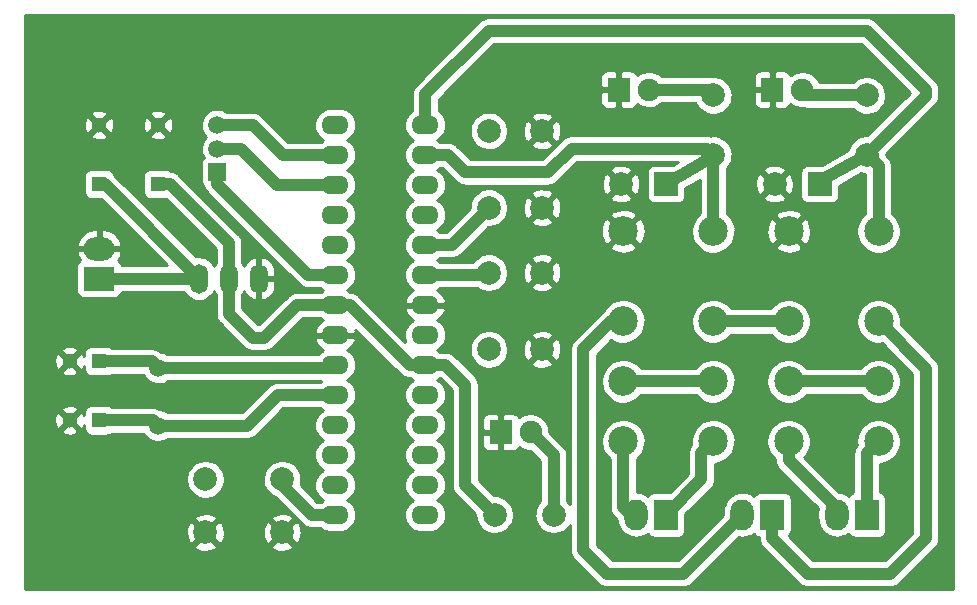
<source format=gbr>
%TF.GenerationSoftware,KiCad,Pcbnew,4.0.4-stable*%
%TF.CreationDate,2016-11-16T16:15:47+01:00*%
%TF.ProjectId,Prototype,50726F746F747970652E6B696361645F,rev?*%
%TF.FileFunction,Copper,L1,Top,Signal*%
%FSLAX46Y46*%
G04 Gerber Fmt 4.6, Leading zero omitted, Abs format (unit mm)*
G04 Created by KiCad (PCBNEW 4.0.4-stable) date 11/16/16 16:15:47*
%MOMM*%
%LPD*%
G01*
G04 APERTURE LIST*
%ADD10C,0.100000*%
%ADD11R,1.300000X1.300000*%
%ADD12C,1.300000*%
%ADD13C,1.998980*%
%ADD14R,1.998980X1.998980*%
%ADD15R,1.900000X2.000000*%
%ADD16C,1.900000*%
%ADD17O,2.300000X1.600000*%
%ADD18R,2.000000X2.600000*%
%ADD19O,2.000000X2.600000*%
%ADD20R,1.500000X1.500000*%
%ADD21C,1.500000*%
%ADD22R,2.600000X2.000000*%
%ADD23O,2.600000X2.000000*%
%ADD24C,2.500000*%
%ADD25C,1.501140*%
%ADD26C,2.000000*%
%ADD27O,1.501140X2.499360*%
%ADD28C,1.000000*%
%ADD29C,0.254000*%
G04 APERTURE END LIST*
D10*
D11*
X87000000Y-110000000D03*
D12*
X84500000Y-110000000D03*
D11*
X87000000Y-115000000D03*
D12*
X84500000Y-115000000D03*
D13*
X131190000Y-95000000D03*
D14*
X135000000Y-95000000D03*
D13*
X144190000Y-95000000D03*
D14*
X148000000Y-95000000D03*
D15*
X121000000Y-116000000D03*
D16*
X123540000Y-116000000D03*
D17*
X107000000Y-90000000D03*
X107000000Y-92540000D03*
X107000000Y-95080000D03*
X107000000Y-97620000D03*
X107000000Y-100160000D03*
X107000000Y-102700000D03*
X107000000Y-105240000D03*
X107000000Y-107780000D03*
X107000000Y-110320000D03*
X107000000Y-112860000D03*
X107000000Y-115400000D03*
X107000000Y-117940000D03*
X107000000Y-120480000D03*
X107000000Y-123020000D03*
X114620000Y-123020000D03*
X114620000Y-120480000D03*
X114620000Y-117940000D03*
X114620000Y-115400000D03*
X114620000Y-112860000D03*
X114620000Y-110320000D03*
X114620000Y-107780000D03*
X114620000Y-105240000D03*
X114620000Y-102700000D03*
X114620000Y-100160000D03*
X114620000Y-97620000D03*
X114620000Y-95080000D03*
X114620000Y-92540000D03*
X114620000Y-90000000D03*
D18*
X135000000Y-123000000D03*
D19*
X132460000Y-123000000D03*
D18*
X152000000Y-123000000D03*
D19*
X149460000Y-123000000D03*
D20*
X97000000Y-94000000D03*
D21*
X97000000Y-92000000D03*
X97000000Y-90000000D03*
D18*
X144000000Y-123000000D03*
D19*
X141460000Y-123000000D03*
D22*
X87000000Y-103000000D03*
D23*
X87000000Y-100460000D03*
D13*
X139000000Y-87500640D03*
X139000000Y-92501900D03*
X152000000Y-87500640D03*
X152000000Y-92501900D03*
X120500640Y-123000000D03*
X125501900Y-123000000D03*
D24*
X139000000Y-99000000D03*
X131380000Y-99000000D03*
X139000000Y-106620000D03*
X139000000Y-111700000D03*
X139000000Y-116780000D03*
X131380000Y-116780000D03*
X131380000Y-111700000D03*
X131380000Y-106620000D03*
X153000000Y-99000000D03*
X145380000Y-99000000D03*
X153000000Y-106620000D03*
X153000000Y-111700000D03*
X153000000Y-116780000D03*
X145380000Y-116780000D03*
X145380000Y-111700000D03*
X145380000Y-106620000D03*
D25*
X92000000Y-110559060D03*
X92000000Y-115440940D03*
D11*
X87000000Y-95000000D03*
D12*
X87000000Y-90000000D03*
D11*
X92000000Y-95000000D03*
D12*
X92000000Y-90000000D03*
D26*
X96000000Y-124500000D03*
X96000000Y-120000000D03*
X102500000Y-124500000D03*
X102500000Y-120000000D03*
X124500000Y-109000000D03*
X120000000Y-109000000D03*
X124500000Y-102500000D03*
X120000000Y-102500000D03*
X124500000Y-97000000D03*
X120000000Y-97000000D03*
X124500000Y-90500000D03*
X120000000Y-90500000D03*
D27*
X98000000Y-103000000D03*
X100540000Y-103000000D03*
X95460000Y-103000000D03*
D15*
X131000000Y-87000000D03*
D16*
X133540000Y-87000000D03*
D15*
X144000000Y-87000000D03*
D16*
X146540000Y-87000000D03*
D28*
X92000000Y-110559060D02*
X106760940Y-110559060D01*
X106760940Y-110559060D02*
X107000000Y-110320000D01*
X87000000Y-110000000D02*
X91440940Y-110000000D01*
X91440940Y-110000000D02*
X92000000Y-110559060D01*
X92000000Y-115440940D02*
X99559060Y-115440940D01*
X102140000Y-112860000D02*
X107000000Y-112860000D01*
X99559060Y-115440940D02*
X102140000Y-112860000D01*
X87000000Y-115000000D02*
X91559060Y-115000000D01*
X91559060Y-115000000D02*
X92000000Y-115440940D01*
X114620000Y-92540000D02*
X116540000Y-92540000D01*
X127000000Y-92000000D02*
X138498100Y-92000000D01*
X125000000Y-94000000D02*
X127000000Y-92000000D01*
X118000000Y-94000000D02*
X125000000Y-94000000D01*
X116540000Y-92540000D02*
X118000000Y-94000000D01*
X138498100Y-92000000D02*
X139000000Y-92501900D01*
X135000000Y-95000000D02*
X138501900Y-93000000D01*
X138501900Y-93000000D02*
X139000000Y-92501900D01*
X139000000Y-92501900D02*
X139000000Y-99000000D01*
X114620000Y-90000000D02*
X114620000Y-87380000D01*
X157000000Y-87501900D02*
X152000000Y-92501900D01*
X157000000Y-87000000D02*
X157000000Y-87501900D01*
X152000000Y-82000000D02*
X157000000Y-87000000D01*
X120000000Y-82000000D02*
X152000000Y-82000000D01*
X114620000Y-87380000D02*
X120000000Y-82000000D01*
X152000000Y-92501900D02*
X148498100Y-94501900D01*
X148498100Y-94501900D02*
X148000000Y-95000000D01*
X153000000Y-99000000D02*
X153000000Y-93501900D01*
X153000000Y-93501900D02*
X152000000Y-92501900D01*
X125501900Y-123000000D02*
X125501900Y-117961900D01*
X125501900Y-117961900D02*
X123540000Y-116000000D01*
X97000000Y-90000000D02*
X100000000Y-90000000D01*
X102540000Y-92540000D02*
X107000000Y-92540000D01*
X100000000Y-90000000D02*
X102540000Y-92540000D01*
X97000000Y-92000000D02*
X99000000Y-92000000D01*
X102080000Y-95080000D02*
X107000000Y-95080000D01*
X99000000Y-92000000D02*
X102080000Y-95080000D01*
X97000000Y-94000000D02*
X97000000Y-95000000D01*
X104700000Y-102700000D02*
X107000000Y-102700000D01*
X97000000Y-95000000D02*
X104700000Y-102700000D01*
X107000000Y-105240000D02*
X108240000Y-105240000D01*
X113320000Y-110320000D02*
X114620000Y-110320000D01*
X108240000Y-105240000D02*
X113320000Y-110320000D01*
X98000000Y-103000000D02*
X98000000Y-106000000D01*
X103760000Y-105240000D02*
X107000000Y-105240000D01*
X101000000Y-108000000D02*
X103760000Y-105240000D01*
X100000000Y-108000000D02*
X101000000Y-108000000D01*
X98000000Y-106000000D02*
X100000000Y-108000000D01*
X114620000Y-110320000D02*
X116320000Y-110320000D01*
X116320000Y-110320000D02*
X118000000Y-112000000D01*
X118000000Y-112000000D02*
X118000000Y-120499360D01*
X118000000Y-120499360D02*
X120500640Y-123000000D01*
X92000000Y-95000000D02*
X93000000Y-95000000D01*
X98000000Y-100000000D02*
X98000000Y-103000000D01*
X93000000Y-95000000D02*
X98000000Y-100000000D01*
X102500000Y-120000000D02*
X102500000Y-120500000D01*
X102500000Y-120500000D02*
X105020000Y-123020000D01*
X105020000Y-123020000D02*
X107000000Y-123020000D01*
X114620000Y-102700000D02*
X119800000Y-102700000D01*
X119800000Y-102700000D02*
X120000000Y-102500000D01*
X114620000Y-100160000D02*
X116840000Y-100160000D01*
X116840000Y-100160000D02*
X120000000Y-97000000D01*
X135000000Y-123000000D02*
X138000000Y-120000000D01*
X138000000Y-117780000D02*
X139000000Y-116780000D01*
X138000000Y-120000000D02*
X138000000Y-117780000D01*
X132460000Y-123000000D02*
X132000000Y-123000000D01*
X132000000Y-123000000D02*
X131380000Y-122380000D01*
X131380000Y-122380000D02*
X131380000Y-116780000D01*
X152000000Y-123000000D02*
X152000000Y-117780000D01*
X152000000Y-117780000D02*
X153000000Y-116780000D01*
X149460000Y-123000000D02*
X149460000Y-122460000D01*
X149460000Y-122460000D02*
X145380000Y-118380000D01*
X145380000Y-118380000D02*
X145380000Y-116780000D01*
X144000000Y-123000000D02*
X144000000Y-125000000D01*
X157000000Y-110620000D02*
X153000000Y-106620000D01*
X157000000Y-125000000D02*
X157000000Y-110620000D01*
X154000000Y-128000000D02*
X157000000Y-125000000D01*
X147000000Y-128000000D02*
X154000000Y-128000000D01*
X144000000Y-125000000D02*
X147000000Y-128000000D01*
X131380000Y-106620000D02*
X130380000Y-106620000D01*
X130380000Y-106620000D02*
X128000000Y-109000000D01*
X128000000Y-109000000D02*
X128000000Y-126000000D01*
X128000000Y-126000000D02*
X130000000Y-128000000D01*
X130000000Y-128000000D02*
X136460000Y-128000000D01*
X136460000Y-128000000D02*
X141460000Y-123000000D01*
X95460000Y-103000000D02*
X87000000Y-103000000D01*
X87000000Y-95000000D02*
X87460000Y-95000000D01*
X87460000Y-95000000D02*
X95460000Y-103000000D01*
X139000000Y-106620000D02*
X145380000Y-106620000D01*
X131380000Y-111700000D02*
X139000000Y-111700000D01*
X145380000Y-111700000D02*
X153000000Y-111700000D01*
X133540000Y-87000000D02*
X138499360Y-87000000D01*
X138499360Y-87000000D02*
X139000000Y-87500640D01*
X152000000Y-87500640D02*
X147040640Y-87500640D01*
X147040640Y-87500640D02*
X146540000Y-87000000D01*
D29*
X80710000Y-80710000D02*
X159290000Y-80710000D01*
X80710000Y-80913200D02*
X119691493Y-80913200D01*
X152309741Y-80913200D02*
X159290000Y-80913200D01*
X80710000Y-81116400D02*
X119296168Y-81116400D01*
X152704287Y-81116400D02*
X159290000Y-81116400D01*
X80710000Y-81319600D02*
X119075268Y-81319600D01*
X152924732Y-81319600D02*
X159290000Y-81319600D01*
X80710000Y-81522800D02*
X118872068Y-81522800D01*
X153127932Y-81522800D02*
X159290000Y-81522800D01*
X80710000Y-81726000D02*
X118668868Y-81726000D01*
X153331132Y-81726000D02*
X159290000Y-81726000D01*
X80710000Y-81929200D02*
X118465668Y-81929200D01*
X153534332Y-81929200D02*
X159290000Y-81929200D01*
X80710000Y-82132400D02*
X118262468Y-82132400D01*
X153737532Y-82132400D02*
X159290000Y-82132400D01*
X80710000Y-82335600D02*
X118059268Y-82335600D01*
X153940732Y-82335600D02*
X159290000Y-82335600D01*
X80710000Y-82538800D02*
X117856068Y-82538800D01*
X154143932Y-82538800D02*
X159290000Y-82538800D01*
X80710000Y-82742000D02*
X117652868Y-82742000D01*
X154347132Y-82742000D02*
X159290000Y-82742000D01*
X80710000Y-82945200D02*
X117449668Y-82945200D01*
X154550332Y-82945200D02*
X159290000Y-82945200D01*
X80710000Y-83148400D02*
X117246468Y-83148400D01*
X120456732Y-83148400D02*
X151543268Y-83148400D01*
X154753532Y-83148400D02*
X159290000Y-83148400D01*
X80710000Y-83351600D02*
X117043268Y-83351600D01*
X120253532Y-83351600D02*
X151746468Y-83351600D01*
X154956732Y-83351600D02*
X159290000Y-83351600D01*
X80710000Y-83554800D02*
X116840068Y-83554800D01*
X120050332Y-83554800D02*
X151949668Y-83554800D01*
X155159932Y-83554800D02*
X159290000Y-83554800D01*
X80710000Y-83758000D02*
X116636868Y-83758000D01*
X119847132Y-83758000D02*
X152152868Y-83758000D01*
X155363132Y-83758000D02*
X159290000Y-83758000D01*
X80710000Y-83961200D02*
X116433668Y-83961200D01*
X119643932Y-83961200D02*
X152356068Y-83961200D01*
X155566332Y-83961200D02*
X159290000Y-83961200D01*
X80710000Y-84164400D02*
X116230468Y-84164400D01*
X119440732Y-84164400D02*
X152559268Y-84164400D01*
X155769532Y-84164400D02*
X159290000Y-84164400D01*
X80710000Y-84367600D02*
X116027268Y-84367600D01*
X119237532Y-84367600D02*
X152762468Y-84367600D01*
X155972732Y-84367600D02*
X159290000Y-84367600D01*
X80710000Y-84570800D02*
X115824068Y-84570800D01*
X119034332Y-84570800D02*
X152965668Y-84570800D01*
X156175932Y-84570800D02*
X159290000Y-84570800D01*
X80710000Y-84774000D02*
X115620868Y-84774000D01*
X118831132Y-84774000D02*
X153168868Y-84774000D01*
X156379132Y-84774000D02*
X159290000Y-84774000D01*
X80710000Y-84977200D02*
X115417668Y-84977200D01*
X118627932Y-84977200D02*
X153372068Y-84977200D01*
X156582332Y-84977200D02*
X159290000Y-84977200D01*
X80710000Y-85180400D02*
X115214468Y-85180400D01*
X118424732Y-85180400D02*
X153575268Y-85180400D01*
X156785532Y-85180400D02*
X159290000Y-85180400D01*
X80710000Y-85383600D02*
X115011268Y-85383600D01*
X118221532Y-85383600D02*
X129893951Y-85383600D01*
X130732850Y-85383600D02*
X131267150Y-85383600D01*
X132106050Y-85383600D02*
X142893951Y-85383600D01*
X143732850Y-85383600D02*
X144267150Y-85383600D01*
X145106050Y-85383600D02*
X153778468Y-85383600D01*
X156988732Y-85383600D02*
X159290000Y-85383600D01*
X80710000Y-85586800D02*
X114808068Y-85586800D01*
X118018332Y-85586800D02*
X129565174Y-85586800D01*
X130873000Y-85586800D02*
X131127000Y-85586800D01*
X132434826Y-85586800D02*
X132806507Y-85586800D01*
X134268464Y-85586800D02*
X142565174Y-85586800D01*
X143873000Y-85586800D02*
X144127000Y-85586800D01*
X145434826Y-85586800D02*
X145806507Y-85586800D01*
X147268464Y-85586800D02*
X153981668Y-85586800D01*
X157191932Y-85586800D02*
X159290000Y-85586800D01*
X80710000Y-85790000D02*
X114604868Y-85790000D01*
X117815132Y-85790000D02*
X129449666Y-85790000D01*
X130873000Y-85790000D02*
X131127000Y-85790000D01*
X134572259Y-85790000D02*
X142449666Y-85790000D01*
X143873000Y-85790000D02*
X144127000Y-85790000D01*
X147572259Y-85790000D02*
X154184868Y-85790000D01*
X157395132Y-85790000D02*
X159290000Y-85790000D01*
X80710000Y-85993200D02*
X114401668Y-85993200D01*
X117611932Y-85993200D02*
X129415000Y-85993200D01*
X130873000Y-85993200D02*
X131127000Y-85993200D01*
X139631994Y-85993200D02*
X142415000Y-85993200D01*
X143873000Y-85993200D02*
X144127000Y-85993200D01*
X147774045Y-85993200D02*
X151367640Y-85993200D01*
X152631994Y-85993200D02*
X154388068Y-85993200D01*
X157598332Y-85993200D02*
X159290000Y-85993200D01*
X80710000Y-86196400D02*
X114198468Y-86196400D01*
X117408732Y-86196400D02*
X129415000Y-86196400D01*
X130873000Y-86196400D02*
X131127000Y-86196400D01*
X139989456Y-86196400D02*
X142415000Y-86196400D01*
X143873000Y-86196400D02*
X144127000Y-86196400D01*
X147909112Y-86196400D02*
X151007934Y-86196400D01*
X152989456Y-86196400D02*
X154591268Y-86196400D01*
X157801532Y-86196400D02*
X159290000Y-86196400D01*
X80710000Y-86399600D02*
X113995268Y-86399600D01*
X117205532Y-86399600D02*
X129415000Y-86399600D01*
X130873000Y-86399600D02*
X131127000Y-86399600D01*
X140210211Y-86399600D02*
X142415000Y-86399600D01*
X143873000Y-86399600D02*
X144127000Y-86399600D01*
X153210211Y-86399600D02*
X154794468Y-86399600D01*
X157961101Y-86399600D02*
X159290000Y-86399600D01*
X80710000Y-86602800D02*
X113796599Y-86602800D01*
X117002332Y-86602800D02*
X129415000Y-86602800D01*
X130873000Y-86602800D02*
X131127000Y-86602800D01*
X140365920Y-86602800D02*
X142415000Y-86602800D01*
X143873000Y-86602800D02*
X144127000Y-86602800D01*
X153365920Y-86602800D02*
X154997668Y-86602800D01*
X158060893Y-86602800D02*
X159290000Y-86602800D01*
X80710000Y-86806000D02*
X113646058Y-86806000D01*
X116799132Y-86806000D02*
X129506750Y-86806000D01*
X130873000Y-86806000D02*
X131127000Y-86806000D01*
X140481651Y-86806000D02*
X142506750Y-86806000D01*
X143873000Y-86806000D02*
X144127000Y-86806000D01*
X153481651Y-86806000D02*
X155200868Y-86806000D01*
X158116926Y-86806000D02*
X159290000Y-86806000D01*
X80710000Y-87009200D02*
X113552169Y-87009200D01*
X116595932Y-87009200D02*
X131147000Y-87009200D01*
X140565404Y-87009200D02*
X144147000Y-87009200D01*
X153565404Y-87009200D02*
X155404068Y-87009200D01*
X158135000Y-87009200D02*
X159290000Y-87009200D01*
X80710000Y-87212400D02*
X113501629Y-87212400D01*
X116392732Y-87212400D02*
X129488350Y-87212400D01*
X130873000Y-87212400D02*
X131127000Y-87212400D01*
X140609223Y-87212400D02*
X142488350Y-87212400D01*
X143873000Y-87212400D02*
X144127000Y-87212400D01*
X153609222Y-87212400D02*
X155607268Y-87212400D01*
X158135000Y-87212400D02*
X159290000Y-87212400D01*
X80710000Y-87415600D02*
X113485000Y-87415600D01*
X116189532Y-87415600D02*
X129415000Y-87415600D01*
X130873000Y-87415600D02*
X131127000Y-87415600D01*
X140633509Y-87415600D02*
X142415000Y-87415600D01*
X143873000Y-87415600D02*
X144127000Y-87415600D01*
X153633509Y-87415600D02*
X155481168Y-87415600D01*
X158135000Y-87415600D02*
X159290000Y-87415600D01*
X80710000Y-87618800D02*
X113485000Y-87618800D01*
X115986332Y-87618800D02*
X129415000Y-87618800D01*
X130873000Y-87618800D02*
X131127000Y-87618800D01*
X140630672Y-87618800D02*
X142415000Y-87618800D01*
X143873000Y-87618800D02*
X144127000Y-87618800D01*
X153630672Y-87618800D02*
X155277968Y-87618800D01*
X158123554Y-87618800D02*
X159290000Y-87618800D01*
X80710000Y-87822000D02*
X113485000Y-87822000D01*
X115783132Y-87822000D02*
X129415000Y-87822000D01*
X130873000Y-87822000D02*
X131127000Y-87822000D01*
X140603204Y-87822000D02*
X142415000Y-87822000D01*
X143873000Y-87822000D02*
X144127000Y-87822000D01*
X153603204Y-87822000D02*
X155074768Y-87822000D01*
X158083513Y-87822000D02*
X159290000Y-87822000D01*
X80710000Y-88025200D02*
X113485000Y-88025200D01*
X115755000Y-88025200D02*
X129415000Y-88025200D01*
X130873000Y-88025200D02*
X131127000Y-88025200D01*
X140555700Y-88025200D02*
X142415000Y-88025200D01*
X143873000Y-88025200D02*
X144127000Y-88025200D01*
X153555700Y-88025200D02*
X154871568Y-88025200D01*
X158001340Y-88025200D02*
X159290000Y-88025200D01*
X80710000Y-88228400D02*
X113485000Y-88228400D01*
X115755000Y-88228400D02*
X129457287Y-88228400D01*
X130873000Y-88228400D02*
X131127000Y-88228400D01*
X134548519Y-88228400D02*
X137530125Y-88228400D01*
X140465230Y-88228400D02*
X142457287Y-88228400D01*
X143873000Y-88228400D02*
X144127000Y-88228400D01*
X153465230Y-88228400D02*
X154668368Y-88228400D01*
X157865047Y-88228400D02*
X159290000Y-88228400D01*
X80710000Y-88431600D02*
X113485000Y-88431600D01*
X115755000Y-88431600D02*
X129583574Y-88431600D01*
X130873000Y-88431600D02*
X131127000Y-88431600D01*
X132416426Y-88431600D02*
X132857588Y-88431600D01*
X134232301Y-88431600D02*
X137655369Y-88431600D01*
X140343611Y-88431600D02*
X142583574Y-88431600D01*
X143873000Y-88431600D02*
X144127000Y-88431600D01*
X145416426Y-88431600D02*
X145857588Y-88431600D01*
X153343611Y-88431600D02*
X154465168Y-88431600D01*
X157675432Y-88431600D02*
X159290000Y-88431600D01*
X80710000Y-88634800D02*
X96764971Y-88634800D01*
X97237435Y-88634800D02*
X106221966Y-88634800D01*
X107778175Y-88634800D02*
X113485000Y-88634800D01*
X115755000Y-88634800D02*
X129986452Y-88634800D01*
X130714450Y-88634800D02*
X131285550Y-88634800D01*
X132013547Y-88634800D02*
X137822939Y-88634800D01*
X140179249Y-88634800D02*
X142986452Y-88634800D01*
X143714450Y-88634800D02*
X144285550Y-88634800D01*
X145013547Y-88634800D02*
X147018293Y-88634800D01*
X153179249Y-88634800D02*
X154261968Y-88634800D01*
X157472232Y-88634800D02*
X159290000Y-88634800D01*
X80710000Y-88838000D02*
X86437247Y-88838000D01*
X87548757Y-88838000D02*
X91437247Y-88838000D01*
X92548757Y-88838000D02*
X96246227Y-88838000D01*
X97754154Y-88838000D02*
X105806488Y-88838000D01*
X108195629Y-88838000D02*
X113426488Y-88838000D01*
X115815629Y-88838000D02*
X138060144Y-88838000D01*
X139943196Y-88838000D02*
X151060144Y-88838000D01*
X152943196Y-88838000D02*
X154058768Y-88838000D01*
X157269032Y-88838000D02*
X159290000Y-88838000D01*
X80710000Y-89041200D02*
X86311185Y-89041200D01*
X87688816Y-89041200D02*
X91311185Y-89041200D01*
X92688816Y-89041200D02*
X95999487Y-89041200D01*
X100602240Y-89041200D02*
X105581045Y-89041200D01*
X108420261Y-89041200D02*
X113201045Y-89041200D01*
X116040261Y-89041200D02*
X119245891Y-89041200D01*
X120749017Y-89041200D02*
X123750312Y-89041200D01*
X125238792Y-89041200D02*
X138443364Y-89041200D01*
X139548247Y-89041200D02*
X151443364Y-89041200D01*
X152548247Y-89041200D02*
X153855568Y-89041200D01*
X157065832Y-89041200D02*
X159290000Y-89041200D01*
X80710000Y-89244400D02*
X86424005Y-89244400D01*
X87575995Y-89244400D02*
X91424005Y-89244400D01*
X92575995Y-89244400D02*
X95838742Y-89244400D01*
X100849533Y-89244400D02*
X105426367Y-89244400D01*
X108575158Y-89244400D02*
X113046367Y-89244400D01*
X116195158Y-89244400D02*
X118945239Y-89244400D01*
X121057445Y-89244400D02*
X123587723Y-89244400D01*
X125412278Y-89244400D02*
X153652368Y-89244400D01*
X156862632Y-89244400D02*
X159290000Y-89244400D01*
X80710000Y-89447600D02*
X85839678Y-89447600D01*
X86267995Y-89447600D02*
X86627205Y-89447600D01*
X87372795Y-89447600D02*
X87732005Y-89447600D01*
X88165824Y-89447600D02*
X90839678Y-89447600D01*
X91267995Y-89447600D02*
X91627205Y-89447600D01*
X92372795Y-89447600D02*
X92732005Y-89447600D01*
X93165824Y-89447600D02*
X95729845Y-89447600D01*
X101052733Y-89447600D02*
X105317349Y-89447600D01*
X108681388Y-89447600D02*
X112937349Y-89447600D01*
X116301388Y-89447600D02*
X118738963Y-89447600D01*
X121259231Y-89447600D02*
X123627205Y-89447600D01*
X125372795Y-89447600D02*
X153449168Y-89447600D01*
X156659432Y-89447600D02*
X159290000Y-89447600D01*
X80710000Y-89650800D02*
X85762304Y-89650800D01*
X86471195Y-89650800D02*
X86830405Y-89650800D01*
X87169595Y-89650800D02*
X87528805Y-89650800D01*
X88240868Y-89650800D02*
X90762304Y-89650800D01*
X91471195Y-89650800D02*
X91830405Y-89650800D01*
X92169595Y-89650800D02*
X92528805Y-89650800D01*
X93240868Y-89650800D02*
X95658224Y-89650800D01*
X101255933Y-89650800D02*
X105254449Y-89650800D01*
X108744584Y-89650800D02*
X112874449Y-89650800D01*
X116364584Y-89650800D02*
X118599829Y-89650800D01*
X121398848Y-89650800D02*
X123094911Y-89650800D01*
X123471195Y-89650800D02*
X123830405Y-89650800D01*
X125169595Y-89650800D02*
X125528805Y-89650800D01*
X125905611Y-89650800D02*
X153245968Y-89650800D01*
X156456232Y-89650800D02*
X159290000Y-89650800D01*
X80710000Y-89854000D02*
X85719712Y-89854000D01*
X86674395Y-89854000D02*
X87325605Y-89854000D01*
X88277913Y-89854000D02*
X90719712Y-89854000D01*
X91674395Y-89854000D02*
X92325605Y-89854000D01*
X93277913Y-89854000D02*
X95616845Y-89854000D01*
X101459133Y-89854000D02*
X105220691Y-89854000D01*
X108779404Y-89854000D02*
X112840691Y-89854000D01*
X116399404Y-89854000D02*
X118497955Y-89854000D01*
X121502250Y-89854000D02*
X122996060Y-89854000D01*
X123674395Y-89854000D02*
X124033605Y-89854000D01*
X124966395Y-89854000D02*
X125325605Y-89854000D01*
X126006645Y-89854000D02*
X153042768Y-89854000D01*
X156253032Y-89854000D02*
X159290000Y-89854000D01*
X80710000Y-90057200D02*
X85711798Y-90057200D01*
X86763195Y-90057200D02*
X87236805Y-90057200D01*
X88283746Y-90057200D02*
X90711798Y-90057200D01*
X91763195Y-90057200D02*
X92236805Y-90057200D01*
X93283747Y-90057200D02*
X95614008Y-90057200D01*
X101662333Y-90057200D02*
X105212515Y-90057200D01*
X108788642Y-90057200D02*
X112832515Y-90057200D01*
X116408642Y-90057200D02*
X118422522Y-90057200D01*
X121579138Y-90057200D02*
X122925834Y-90057200D01*
X123877595Y-90057200D02*
X124236805Y-90057200D01*
X124763195Y-90057200D02*
X125122405Y-90057200D01*
X126076845Y-90057200D02*
X152839568Y-90057200D01*
X156049832Y-90057200D02*
X159290000Y-90057200D01*
X80710000Y-90260400D02*
X85740245Y-90260400D01*
X86559995Y-90260400D02*
X86919205Y-90260400D01*
X87080795Y-90260400D02*
X87440005Y-90260400D01*
X88258983Y-90260400D02*
X90740245Y-90260400D01*
X91559995Y-90260400D02*
X91919205Y-90260400D01*
X92080795Y-90260400D02*
X92440005Y-90260400D01*
X93258983Y-90260400D02*
X95639598Y-90260400D01*
X101865533Y-90260400D02*
X105231008Y-90260400D01*
X108767285Y-90260400D02*
X112851008Y-90260400D01*
X116387285Y-90260400D02*
X118379331Y-90260400D01*
X121619373Y-90260400D02*
X122876456Y-90260400D01*
X124080795Y-90260400D02*
X124440005Y-90260400D01*
X124559995Y-90260400D02*
X124919205Y-90260400D01*
X126117445Y-90260400D02*
X152636368Y-90260400D01*
X155846632Y-90260400D02*
X159290000Y-90260400D01*
X80710000Y-90463600D02*
X85801381Y-90463600D01*
X86356795Y-90463600D02*
X86716005Y-90463600D01*
X87283995Y-90463600D02*
X87643205Y-90463600D01*
X88201222Y-90463600D02*
X90801381Y-90463600D01*
X91356795Y-90463600D02*
X91716005Y-90463600D01*
X92283995Y-90463600D02*
X92643205Y-90463600D01*
X93201222Y-90463600D02*
X95693883Y-90463600D01*
X102068733Y-90463600D02*
X105289086Y-90463600D01*
X108710139Y-90463600D02*
X112909086Y-90463600D01*
X116330139Y-90463600D02*
X118365279Y-90463600D01*
X121633339Y-90463600D02*
X122864236Y-90463600D01*
X124283995Y-90463600D02*
X124716005Y-90463600D01*
X126140142Y-90463600D02*
X152433168Y-90463600D01*
X155643432Y-90463600D02*
X159290000Y-90463600D01*
X80710000Y-90666800D02*
X85946903Y-90666800D01*
X86153595Y-90666800D02*
X86512805Y-90666800D01*
X87487195Y-90666800D02*
X87846405Y-90666800D01*
X88053096Y-90666800D02*
X90946903Y-90666800D01*
X91153595Y-90666800D02*
X91512805Y-90666800D01*
X92487195Y-90666800D02*
X92846405Y-90666800D01*
X93053096Y-90666800D02*
X95781954Y-90666800D01*
X102271933Y-90666800D02*
X105378418Y-90666800D01*
X108621647Y-90666800D02*
X112998418Y-90666800D01*
X116241647Y-90666800D02*
X118368233Y-90666800D01*
X121630502Y-90666800D02*
X122872572Y-90666800D01*
X124153595Y-90666800D02*
X124846405Y-90666800D01*
X126127922Y-90666800D02*
X152229968Y-90666800D01*
X155440232Y-90666800D02*
X159290000Y-90666800D01*
X80710000Y-90870000D02*
X86309605Y-90870000D01*
X87690395Y-90870000D02*
X91309605Y-90870000D01*
X92690395Y-90870000D02*
X95914690Y-90870000D01*
X102475133Y-90870000D02*
X105508342Y-90870000D01*
X108492417Y-90870000D02*
X113128342Y-90870000D01*
X116112417Y-90870000D02*
X118405527Y-90870000D01*
X121592676Y-90870000D02*
X122900437Y-90870000D01*
X123950395Y-90870000D02*
X124309605Y-90870000D01*
X124690395Y-90870000D02*
X125049605Y-90870000D01*
X126093253Y-90870000D02*
X126949009Y-90870000D01*
X138557536Y-90870000D02*
X138831540Y-90870000D01*
X139178995Y-90870000D02*
X151831540Y-90870000D01*
X155237032Y-90870000D02*
X159290000Y-90870000D01*
X80710000Y-91073200D02*
X86337893Y-91073200D01*
X87662106Y-91073200D02*
X91337893Y-91073200D01*
X92662106Y-91073200D02*
X95966810Y-91073200D01*
X102678333Y-91073200D02*
X105698543Y-91073200D01*
X108302392Y-91073200D02*
X113318543Y-91073200D01*
X115922392Y-91073200D02*
X118468383Y-91073200D01*
X121534602Y-91073200D02*
X122968205Y-91073200D01*
X123747195Y-91073200D02*
X124106405Y-91073200D01*
X124893595Y-91073200D02*
X125252805Y-91073200D01*
X126039355Y-91073200D02*
X126349137Y-91073200D01*
X139804937Y-91073200D02*
X151198129Y-91073200D01*
X155033832Y-91073200D02*
X159290000Y-91073200D01*
X80710000Y-91276400D02*
X86812252Y-91276400D01*
X87155531Y-91276400D02*
X91812252Y-91276400D01*
X92155531Y-91276400D02*
X95816831Y-91276400D01*
X102881533Y-91276400D02*
X105975808Y-91276400D01*
X108024642Y-91276400D02*
X113595808Y-91276400D01*
X115644642Y-91276400D02*
X118555155Y-91276400D01*
X121444131Y-91276400D02*
X123055477Y-91276400D01*
X123543995Y-91276400D02*
X123903205Y-91276400D01*
X125096795Y-91276400D02*
X125456005Y-91276400D01*
X125940504Y-91276400D02*
X126118468Y-91276400D01*
X140086617Y-91276400D02*
X150915230Y-91276400D01*
X154830632Y-91276400D02*
X159290000Y-91276400D01*
X80710000Y-91479600D02*
X95716129Y-91479600D01*
X108316711Y-91479600D02*
X113301914Y-91479600D01*
X116935107Y-91479600D02*
X118686108Y-91479600D01*
X121309923Y-91479600D02*
X123700005Y-91479600D01*
X125299995Y-91479600D02*
X125915268Y-91479600D01*
X140283229Y-91479600D02*
X150718971Y-91479600D01*
X154627432Y-91479600D02*
X159290000Y-91479600D01*
X80710000Y-91682800D02*
X95651422Y-91682800D01*
X108501950Y-91682800D02*
X113116994Y-91682800D01*
X117276054Y-91682800D02*
X118869201Y-91682800D01*
X121128911Y-91682800D02*
X123561355Y-91682800D01*
X125438644Y-91682800D02*
X125712068Y-91682800D01*
X140418235Y-91682800D02*
X150579837Y-91682800D01*
X154424232Y-91682800D02*
X159290000Y-91682800D01*
X80710000Y-91886000D02*
X95616398Y-91886000D01*
X108628273Y-91886000D02*
X112991432Y-91886000D01*
X117491132Y-91886000D02*
X119129235Y-91886000D01*
X120867503Y-91886000D02*
X123634952Y-91886000D01*
X125365047Y-91886000D02*
X125508868Y-91886000D01*
X140514105Y-91886000D02*
X150485608Y-91886000D01*
X154221032Y-91886000D02*
X159290000Y-91886000D01*
X80710000Y-92089200D02*
X95613561Y-92089200D01*
X108714681Y-92089200D02*
X112905899Y-92089200D01*
X117694332Y-92089200D02*
X119613746Y-92089200D01*
X120403189Y-92089200D02*
X124114540Y-92089200D01*
X124907034Y-92089200D02*
X125305668Y-92089200D01*
X140584579Y-92089200D02*
X150416645Y-92089200D01*
X154017832Y-92089200D02*
X159290000Y-92089200D01*
X80710000Y-92292400D02*
X95645471Y-92292400D01*
X108770157Y-92292400D02*
X112851370Y-92292400D01*
X117897532Y-92292400D02*
X125102468Y-92292400D01*
X140624813Y-92292400D02*
X150078222Y-92292400D01*
X153814632Y-92292400D02*
X159290000Y-92292400D01*
X80710000Y-92495600D02*
X95706552Y-92495600D01*
X108788650Y-92495600D02*
X112830012Y-92495600D01*
X118100732Y-92495600D02*
X124899268Y-92495600D01*
X140632410Y-92495600D02*
X149722429Y-92495600D01*
X153632410Y-92495600D02*
X159290000Y-92495600D01*
X80710000Y-92698800D02*
X95802577Y-92698800D01*
X108777964Y-92698800D02*
X112841761Y-92698800D01*
X118303932Y-92698800D02*
X124696068Y-92698800D01*
X140629572Y-92698800D02*
X149366636Y-92698800D01*
X153802033Y-92698800D02*
X159290000Y-92698800D01*
X80710000Y-92902000D02*
X95716558Y-92902000D01*
X108741589Y-92902000D02*
X112879184Y-92902000D01*
X140585314Y-92902000D02*
X149010843Y-92902000D01*
X153961360Y-92902000D02*
X159290000Y-92902000D01*
X80710000Y-93105200D02*
X95632506Y-93105200D01*
X108676582Y-93105200D02*
X112945303Y-93105200D01*
X140520643Y-93105200D02*
X148655050Y-93105200D01*
X154061038Y-93105200D02*
X159290000Y-93105200D01*
X80710000Y-93308400D02*
X95611928Y-93308400D01*
X108566712Y-93308400D02*
X113051534Y-93308400D01*
X127296732Y-93308400D02*
X135673305Y-93308400D01*
X140430172Y-93308400D02*
X148299257Y-93308400D01*
X154116970Y-93308400D02*
X159290000Y-93308400D01*
X80710000Y-93511600D02*
X95611928Y-93511600D01*
X108408366Y-93511600D02*
X113210031Y-93511600D01*
X127093532Y-93511600D02*
X130496767Y-93511600D01*
X131866779Y-93511600D02*
X133594356Y-93511600D01*
X140288066Y-93511600D02*
X143496767Y-93511600D01*
X144866779Y-93511600D02*
X146594356Y-93511600D01*
X154135000Y-93511600D02*
X159290000Y-93511600D01*
X80710000Y-93714800D02*
X86313986Y-93714800D01*
X87670210Y-93714800D02*
X91313986Y-93714800D01*
X92670210Y-93714800D02*
X95611928Y-93714800D01*
X108177818Y-93714800D02*
X113439625Y-93714800D01*
X115797818Y-93714800D02*
X116109668Y-93714800D01*
X126890332Y-93714800D02*
X130288915Y-93714800D01*
X132091086Y-93714800D02*
X133436360Y-93714800D01*
X140135000Y-93714800D02*
X143288915Y-93714800D01*
X145091086Y-93714800D02*
X146436360Y-93714800D01*
X154135000Y-93714800D02*
X159290000Y-93714800D01*
X80710000Y-93918000D02*
X85888151Y-93918000D01*
X88117023Y-93918000D02*
X90888151Y-93918000D01*
X93324872Y-93918000D02*
X95611928Y-93918000D01*
X108195629Y-93918000D02*
X113426488Y-93918000D01*
X115815629Y-93918000D02*
X116312868Y-93918000D01*
X126687132Y-93918000D02*
X130287605Y-93918000D01*
X132092395Y-93918000D02*
X133374164Y-93918000D01*
X140135000Y-93918000D02*
X143287605Y-93918000D01*
X145092395Y-93918000D02*
X146374164Y-93918000D01*
X154135000Y-93918000D02*
X159290000Y-93918000D01*
X80710000Y-94121200D02*
X85760196Y-94121200D01*
X88240469Y-94121200D02*
X90760196Y-94121200D01*
X93710007Y-94121200D02*
X95611928Y-94121200D01*
X108420261Y-94121200D02*
X113201045Y-94121200D01*
X116040261Y-94121200D02*
X116516068Y-94121200D01*
X126483932Y-94121200D02*
X129843243Y-94121200D01*
X130131595Y-94121200D02*
X130490805Y-94121200D01*
X131889195Y-94121200D02*
X132248405Y-94121200D01*
X132536758Y-94121200D02*
X133362438Y-94121200D01*
X140135000Y-94121200D02*
X142843243Y-94121200D01*
X143131595Y-94121200D02*
X143490805Y-94121200D01*
X144889195Y-94121200D02*
X145248405Y-94121200D01*
X145536758Y-94121200D02*
X146362438Y-94121200D01*
X151453287Y-94121200D02*
X151753019Y-94121200D01*
X154135000Y-94121200D02*
X159290000Y-94121200D01*
X80710000Y-94324400D02*
X85715567Y-94324400D01*
X88389533Y-94324400D02*
X90715567Y-94324400D01*
X93929532Y-94324400D02*
X95611928Y-94324400D01*
X108575158Y-94324400D02*
X113046367Y-94324400D01*
X116195158Y-94324400D02*
X116719268Y-94324400D01*
X126280732Y-94324400D02*
X129701027Y-94324400D01*
X130334795Y-94324400D02*
X130694005Y-94324400D01*
X131685995Y-94324400D02*
X132045205Y-94324400D01*
X132685877Y-94324400D02*
X133362438Y-94324400D01*
X140135000Y-94324400D02*
X142701027Y-94324400D01*
X143334795Y-94324400D02*
X143694005Y-94324400D01*
X144685995Y-94324400D02*
X145045205Y-94324400D01*
X145685877Y-94324400D02*
X146362438Y-94324400D01*
X151097494Y-94324400D02*
X151865000Y-94324400D01*
X154135000Y-94324400D02*
X159290000Y-94324400D01*
X80710000Y-94527600D02*
X85711928Y-94527600D01*
X88592733Y-94527600D02*
X90711928Y-94527600D01*
X94132732Y-94527600D02*
X95611928Y-94527600D01*
X108681388Y-94527600D02*
X112937349Y-94527600D01*
X116301388Y-94527600D02*
X116922468Y-94527600D01*
X126077532Y-94527600D02*
X129624120Y-94527600D01*
X130537995Y-94527600D02*
X130897205Y-94527600D01*
X131482795Y-94527600D02*
X131842005Y-94527600D01*
X132756082Y-94527600D02*
X133362438Y-94527600D01*
X140135000Y-94527600D02*
X142624120Y-94527600D01*
X143537995Y-94527600D02*
X143897205Y-94527600D01*
X144482795Y-94527600D02*
X144842005Y-94527600D01*
X145756082Y-94527600D02*
X146362438Y-94527600D01*
X150741701Y-94527600D02*
X151865000Y-94527600D01*
X154135000Y-94527600D02*
X159290000Y-94527600D01*
X80710000Y-94730800D02*
X85711928Y-94730800D01*
X88795933Y-94730800D02*
X90711928Y-94730800D01*
X94335932Y-94730800D02*
X95611928Y-94730800D01*
X108744584Y-94730800D02*
X112874449Y-94730800D01*
X116364584Y-94730800D02*
X117125668Y-94730800D01*
X125874332Y-94730800D02*
X129570850Y-94730800D01*
X130741195Y-94730800D02*
X131100405Y-94730800D01*
X131279595Y-94730800D02*
X131638805Y-94730800D01*
X132802870Y-94730800D02*
X133362438Y-94730800D01*
X137759957Y-94730800D02*
X137865000Y-94730800D01*
X140135000Y-94730800D02*
X142570850Y-94730800D01*
X143741195Y-94730800D02*
X144100405Y-94730800D01*
X144279595Y-94730800D02*
X144638805Y-94730800D01*
X145802870Y-94730800D02*
X146362438Y-94730800D01*
X150385908Y-94730800D02*
X151865000Y-94730800D01*
X154135000Y-94730800D02*
X159290000Y-94730800D01*
X80710000Y-94934000D02*
X85711928Y-94934000D01*
X88999133Y-94934000D02*
X90711928Y-94934000D01*
X94539132Y-94934000D02*
X95645657Y-94934000D01*
X108779404Y-94934000D02*
X112840691Y-94934000D01*
X116399404Y-94934000D02*
X117355777Y-94934000D01*
X125642035Y-94934000D02*
X129556527Y-94934000D01*
X130944395Y-94934000D02*
X131435605Y-94934000D01*
X132830741Y-94934000D02*
X133362438Y-94934000D01*
X137404164Y-94934000D02*
X137865000Y-94934000D01*
X140135000Y-94934000D02*
X142556527Y-94934000D01*
X143944395Y-94934000D02*
X144435605Y-94934000D01*
X145830741Y-94934000D02*
X146362438Y-94934000D01*
X150030116Y-94934000D02*
X151865000Y-94934000D01*
X154135000Y-94934000D02*
X159290000Y-94934000D01*
X80710000Y-95137200D02*
X85711928Y-95137200D01*
X89202333Y-95137200D02*
X90711928Y-95137200D01*
X94742332Y-95137200D02*
X95748599Y-95137200D01*
X108788642Y-95137200D02*
X112832515Y-95137200D01*
X116408642Y-95137200D02*
X129559025Y-95137200D01*
X130873195Y-95137200D02*
X131506805Y-95137200D01*
X132819193Y-95137200D02*
X133362438Y-95137200D01*
X137048371Y-95137200D02*
X137865000Y-95137200D01*
X140135000Y-95137200D02*
X142559025Y-95137200D01*
X143873195Y-95137200D02*
X144506805Y-95137200D01*
X145819193Y-95137200D02*
X146362438Y-95137200D01*
X149674323Y-95137200D02*
X151865000Y-95137200D01*
X154135000Y-95137200D02*
X159290000Y-95137200D01*
X80710000Y-95340400D02*
X85711928Y-95340400D01*
X89405533Y-95340400D02*
X90711928Y-95340400D01*
X94945532Y-95340400D02*
X95922605Y-95340400D01*
X108767285Y-95340400D02*
X112851008Y-95340400D01*
X116387285Y-95340400D02*
X129586895Y-95340400D01*
X130669995Y-95340400D02*
X131029205Y-95340400D01*
X131350795Y-95340400D02*
X131710005Y-95340400D01*
X132790485Y-95340400D02*
X133362438Y-95340400D01*
X136692578Y-95340400D02*
X137865000Y-95340400D01*
X140135000Y-95340400D02*
X142586895Y-95340400D01*
X143669995Y-95340400D02*
X144029205Y-95340400D01*
X144350795Y-95340400D02*
X144710005Y-95340400D01*
X145790485Y-95340400D02*
X146362438Y-95340400D01*
X149637562Y-95340400D02*
X151865000Y-95340400D01*
X154135000Y-95340400D02*
X159290000Y-95340400D01*
X80710000Y-95543600D02*
X85711928Y-95543600D01*
X89608733Y-95543600D02*
X90711928Y-95543600D01*
X95148732Y-95543600D02*
X96009457Y-95543600D01*
X108710139Y-95543600D02*
X112909086Y-95543600D01*
X116330139Y-95543600D02*
X119239950Y-95543600D01*
X120754727Y-95543600D02*
X123745822Y-95543600D01*
X125243726Y-95543600D02*
X129648518Y-95543600D01*
X130466795Y-95543600D02*
X130826005Y-95543600D01*
X131553995Y-95543600D02*
X131913205Y-95543600D01*
X132737214Y-95543600D02*
X133362438Y-95543600D01*
X136637562Y-95543600D02*
X137865000Y-95543600D01*
X140135000Y-95543600D02*
X142648518Y-95543600D01*
X143466795Y-95543600D02*
X143826005Y-95543600D01*
X144553995Y-95543600D02*
X144913205Y-95543600D01*
X145737214Y-95543600D02*
X146362438Y-95543600D01*
X149637562Y-95543600D02*
X151865000Y-95543600D01*
X154135000Y-95543600D02*
X159290000Y-95543600D01*
X80710000Y-95746800D02*
X85719647Y-95746800D01*
X89811933Y-95746800D02*
X90719647Y-95746800D01*
X95351932Y-95746800D02*
X96150796Y-95746800D01*
X108621647Y-95746800D02*
X112998418Y-95746800D01*
X116241647Y-95746800D02*
X118942788Y-95746800D01*
X121059828Y-95746800D02*
X123586854Y-95746800D01*
X125413147Y-95746800D02*
X129730231Y-95746800D01*
X130263595Y-95746800D02*
X130622805Y-95746800D01*
X131757195Y-95746800D02*
X132116405Y-95746800D01*
X132644338Y-95746800D02*
X133362438Y-95746800D01*
X136637562Y-95746800D02*
X137865000Y-95746800D01*
X140135000Y-95746800D02*
X142730231Y-95746800D01*
X143263595Y-95746800D02*
X143622805Y-95746800D01*
X144757195Y-95746800D02*
X145116405Y-95746800D01*
X145644338Y-95746800D02*
X146362438Y-95746800D01*
X149637562Y-95746800D02*
X151865000Y-95746800D01*
X154135000Y-95746800D02*
X159290000Y-95746800D01*
X80710000Y-95950000D02*
X85791138Y-95950000D01*
X90015133Y-95950000D02*
X90791138Y-95950000D01*
X95555132Y-95950000D02*
X96344867Y-95950000D01*
X108492417Y-95950000D02*
X113128342Y-95950000D01*
X116112417Y-95950000D02*
X118737320Y-95950000D01*
X121261615Y-95950000D02*
X123629605Y-95950000D01*
X125370395Y-95950000D02*
X130039909Y-95950000D01*
X130060395Y-95950000D02*
X130419605Y-95950000D01*
X131960395Y-95950000D02*
X132319605Y-95950000D01*
X132340090Y-95950000D02*
X133362438Y-95950000D01*
X136637562Y-95950000D02*
X137865000Y-95950000D01*
X140135000Y-95950000D02*
X143039909Y-95950000D01*
X143060395Y-95950000D02*
X143419605Y-95950000D01*
X144960395Y-95950000D02*
X145319605Y-95950000D01*
X145340090Y-95950000D02*
X146362438Y-95950000D01*
X149637562Y-95950000D02*
X151865000Y-95950000D01*
X154135000Y-95950000D02*
X159290000Y-95950000D01*
X80710000Y-96153200D02*
X85966516Y-96153200D01*
X90218333Y-96153200D02*
X90966516Y-96153200D01*
X95758332Y-96153200D02*
X96548067Y-96153200D01*
X108302392Y-96153200D02*
X113318543Y-96153200D01*
X115922392Y-96153200D02*
X118598186Y-96153200D01*
X121400443Y-96153200D02*
X123093744Y-96153200D01*
X123473595Y-96153200D02*
X123832805Y-96153200D01*
X125167195Y-96153200D02*
X125526405Y-96153200D01*
X125906894Y-96153200D02*
X130241125Y-96153200D01*
X132138874Y-96153200D02*
X133386787Y-96153200D01*
X136615718Y-96153200D02*
X137865000Y-96153200D01*
X140135000Y-96153200D02*
X143241125Y-96153200D01*
X145138874Y-96153200D02*
X146386787Y-96153200D01*
X149615718Y-96153200D02*
X151865000Y-96153200D01*
X154135000Y-96153200D02*
X159290000Y-96153200D01*
X80710000Y-96356400D02*
X87211267Y-96356400D01*
X90421533Y-96356400D02*
X92751268Y-96356400D01*
X95961532Y-96356400D02*
X96751267Y-96356400D01*
X108024642Y-96356400D02*
X113595808Y-96356400D01*
X115644642Y-96356400D02*
X118496926Y-96356400D01*
X121503239Y-96356400D02*
X122994892Y-96356400D01*
X123676795Y-96356400D02*
X124036005Y-96356400D01*
X124963995Y-96356400D02*
X125323205Y-96356400D01*
X126007474Y-96356400D02*
X130314690Y-96356400D01*
X132065309Y-96356400D02*
X133479150Y-96356400D01*
X136525338Y-96356400D02*
X137865000Y-96356400D01*
X140135000Y-96356400D02*
X143314690Y-96356400D01*
X145065309Y-96356400D02*
X146479150Y-96356400D01*
X149525338Y-96356400D02*
X151865000Y-96356400D01*
X154135000Y-96356400D02*
X159290000Y-96356400D01*
X80710000Y-96559600D02*
X87414467Y-96559600D01*
X90624733Y-96559600D02*
X92954468Y-96559600D01*
X96164732Y-96559600D02*
X96954467Y-96559600D01*
X108316711Y-96559600D02*
X113301914Y-96559600D01*
X115936711Y-96559600D02*
X118422012Y-96559600D01*
X121579614Y-96559600D02*
X122925205Y-96559600D01*
X123879995Y-96559600D02*
X124239205Y-96559600D01*
X124760795Y-96559600D02*
X125120005Y-96559600D01*
X126077674Y-96559600D02*
X130693643Y-96559600D01*
X131681159Y-96559600D02*
X133705835Y-96559600D01*
X136297594Y-96559600D02*
X137865000Y-96559600D01*
X140135000Y-96559600D02*
X143693643Y-96559600D01*
X144681159Y-96559600D02*
X146705835Y-96559600D01*
X149297594Y-96559600D02*
X151865000Y-96559600D01*
X154135000Y-96559600D02*
X159290000Y-96559600D01*
X80710000Y-96762800D02*
X87617667Y-96762800D01*
X90827933Y-96762800D02*
X93157668Y-96762800D01*
X96367932Y-96762800D02*
X97157667Y-96762800D01*
X108501950Y-96762800D02*
X113116994Y-96762800D01*
X116121950Y-96762800D02*
X118378821Y-96762800D01*
X121619848Y-96762800D02*
X122876312Y-96762800D01*
X124083195Y-96762800D02*
X124442405Y-96762800D01*
X124557595Y-96762800D02*
X124916805Y-96762800D01*
X126117774Y-96762800D02*
X137865000Y-96762800D01*
X140135000Y-96762800D02*
X151865000Y-96762800D01*
X154135000Y-96762800D02*
X159290000Y-96762800D01*
X80710000Y-96966000D02*
X87820867Y-96966000D01*
X91031133Y-96966000D02*
X93360868Y-96966000D01*
X96571132Y-96966000D02*
X97360867Y-96966000D01*
X108628273Y-96966000D02*
X112991432Y-96966000D01*
X116248273Y-96966000D02*
X118365246Y-96966000D01*
X121633305Y-96966000D02*
X122864092Y-96966000D01*
X124286395Y-96966000D02*
X124713605Y-96966000D01*
X126139998Y-96966000D02*
X137865000Y-96966000D01*
X140135000Y-96966000D02*
X151865000Y-96966000D01*
X154135000Y-96966000D02*
X159290000Y-96966000D01*
X80710000Y-97169200D02*
X88024067Y-97169200D01*
X91234333Y-97169200D02*
X93564068Y-97169200D01*
X96774332Y-97169200D02*
X97564067Y-97169200D01*
X108714681Y-97169200D02*
X112905899Y-97169200D01*
X116334681Y-97169200D02*
X118225668Y-97169200D01*
X121630468Y-97169200D02*
X122872901Y-97169200D01*
X124151195Y-97169200D02*
X124848805Y-97169200D01*
X126127778Y-97169200D02*
X130911246Y-97169200D01*
X131831253Y-97169200D02*
X137865000Y-97169200D01*
X140135000Y-97169200D02*
X144911246Y-97169200D01*
X145831253Y-97169200D02*
X151865000Y-97169200D01*
X154135000Y-97169200D02*
X159290000Y-97169200D01*
X80710000Y-97372400D02*
X88227267Y-97372400D01*
X91437533Y-97372400D02*
X93767268Y-97372400D01*
X96977532Y-97372400D02*
X97767267Y-97372400D01*
X108770157Y-97372400D02*
X112851370Y-97372400D01*
X116390157Y-97372400D02*
X118022468Y-97372400D01*
X121592130Y-97372400D02*
X122900767Y-97372400D01*
X123947995Y-97372400D02*
X124307205Y-97372400D01*
X124692795Y-97372400D02*
X125052005Y-97372400D01*
X126092624Y-97372400D02*
X130416858Y-97372400D01*
X132339968Y-97372400D02*
X137865000Y-97372400D01*
X140135000Y-97372400D02*
X144416858Y-97372400D01*
X146339968Y-97372400D02*
X151865000Y-97372400D01*
X154135000Y-97372400D02*
X159290000Y-97372400D01*
X80710000Y-97575600D02*
X88430467Y-97575600D01*
X91640733Y-97575600D02*
X93970468Y-97575600D01*
X97180732Y-97575600D02*
X97970467Y-97575600D01*
X108788650Y-97575600D02*
X112830012Y-97575600D01*
X116408650Y-97575600D02*
X117819268Y-97575600D01*
X121533533Y-97575600D02*
X122969034Y-97575600D01*
X123744795Y-97575600D02*
X124104005Y-97575600D01*
X124895995Y-97575600D02*
X125255205Y-97575600D01*
X126038188Y-97575600D02*
X130294111Y-97575600D01*
X132465890Y-97575600D02*
X137760282Y-97575600D01*
X140242160Y-97575600D02*
X144294111Y-97575600D01*
X146465890Y-97575600D02*
X151760282Y-97575600D01*
X154242160Y-97575600D02*
X159290000Y-97575600D01*
X80710000Y-97778800D02*
X88633667Y-97778800D01*
X91843933Y-97778800D02*
X94173668Y-97778800D01*
X97383932Y-97778800D02*
X98173667Y-97778800D01*
X108777964Y-97778800D02*
X112841761Y-97778800D01*
X116397964Y-97778800D02*
X117616068Y-97778800D01*
X121443063Y-97778800D02*
X123056760Y-97778800D01*
X123541595Y-97778800D02*
X123900805Y-97778800D01*
X125099195Y-97778800D02*
X125458405Y-97778800D01*
X125939336Y-97778800D02*
X130338405Y-97778800D01*
X132421595Y-97778800D02*
X137552779Y-97778800D01*
X140443947Y-97778800D02*
X144338405Y-97778800D01*
X146421595Y-97778800D02*
X151552779Y-97778800D01*
X154443947Y-97778800D02*
X159290000Y-97778800D01*
X80710000Y-97982000D02*
X88836867Y-97982000D01*
X92047133Y-97982000D02*
X94376868Y-97982000D01*
X97587132Y-97982000D02*
X98376867Y-97982000D01*
X108741589Y-97982000D02*
X112879184Y-97982000D01*
X116361589Y-97982000D02*
X117412868Y-97982000D01*
X121308230Y-97982000D02*
X123697605Y-97982000D01*
X125302395Y-97982000D02*
X129799255Y-97982000D01*
X130182395Y-97982000D02*
X130541605Y-97982000D01*
X132218395Y-97982000D02*
X132577605Y-97982000D01*
X132960746Y-97982000D02*
X137412407Y-97982000D01*
X140586860Y-97982000D02*
X143799255Y-97982000D01*
X144182395Y-97982000D02*
X144541605Y-97982000D01*
X146218395Y-97982000D02*
X146577605Y-97982000D01*
X146960746Y-97982000D02*
X151412407Y-97982000D01*
X154586860Y-97982000D02*
X159290000Y-97982000D01*
X80710000Y-98185200D02*
X89040067Y-98185200D01*
X92250333Y-98185200D02*
X94580068Y-98185200D01*
X97790332Y-98185200D02*
X98580067Y-98185200D01*
X108676582Y-98185200D02*
X112945303Y-98185200D01*
X116296582Y-98185200D02*
X117209668Y-98185200D01*
X121126391Y-98185200D02*
X123562224Y-98185200D01*
X125437775Y-98185200D02*
X129679926Y-98185200D01*
X130385595Y-98185200D02*
X130744805Y-98185200D01*
X132015195Y-98185200D02*
X132374405Y-98185200D01*
X133086892Y-98185200D02*
X137298295Y-98185200D01*
X140703091Y-98185200D02*
X143679926Y-98185200D01*
X144385595Y-98185200D02*
X144744805Y-98185200D01*
X146015195Y-98185200D02*
X146374405Y-98185200D01*
X147086892Y-98185200D02*
X151298295Y-98185200D01*
X154703091Y-98185200D02*
X159290000Y-98185200D01*
X80710000Y-98388400D02*
X89243267Y-98388400D01*
X92453533Y-98388400D02*
X94783268Y-98388400D01*
X97993532Y-98388400D02*
X98783267Y-98388400D01*
X108566712Y-98388400D02*
X113051534Y-98388400D01*
X116186712Y-98388400D02*
X117006468Y-98388400D01*
X120863722Y-98388400D02*
X123635821Y-98388400D01*
X125364178Y-98388400D02*
X129593008Y-98388400D01*
X130588795Y-98388400D02*
X130948005Y-98388400D01*
X131811995Y-98388400D02*
X132171205Y-98388400D01*
X133163090Y-98388400D02*
X137211204Y-98388400D01*
X140786843Y-98388400D02*
X143593008Y-98388400D01*
X144588795Y-98388400D02*
X144948005Y-98388400D01*
X145811995Y-98388400D02*
X146171205Y-98388400D01*
X147163090Y-98388400D02*
X151211204Y-98388400D01*
X154786843Y-98388400D02*
X159290000Y-98388400D01*
X80710000Y-98591600D02*
X89446467Y-98591600D01*
X92656733Y-98591600D02*
X94986468Y-98591600D01*
X98196732Y-98591600D02*
X98986467Y-98591600D01*
X108408366Y-98591600D02*
X113210031Y-98591600D01*
X116028366Y-98591600D02*
X116803268Y-98591600D01*
X120389579Y-98591600D02*
X124123694Y-98591600D01*
X124900087Y-98591600D02*
X129537493Y-98591600D01*
X130791995Y-98591600D02*
X131151205Y-98591600D01*
X131608795Y-98591600D02*
X131968005Y-98591600D01*
X133228331Y-98591600D02*
X137159614Y-98591600D01*
X140840814Y-98591600D02*
X143537493Y-98591600D01*
X144791995Y-98591600D02*
X145151205Y-98591600D01*
X145608795Y-98591600D02*
X145968005Y-98591600D01*
X147228331Y-98591600D02*
X151159614Y-98591600D01*
X154840814Y-98591600D02*
X159290000Y-98591600D01*
X80710000Y-98794800D02*
X89649667Y-98794800D01*
X92859933Y-98794800D02*
X95189668Y-98794800D01*
X98399932Y-98794800D02*
X99189667Y-98794800D01*
X108177818Y-98794800D02*
X113439625Y-98794800D01*
X115797818Y-98794800D02*
X116600068Y-98794800D01*
X119810332Y-98794800D02*
X129504784Y-98794800D01*
X130995195Y-98794800D02*
X131354405Y-98794800D01*
X131405595Y-98794800D02*
X131764805Y-98794800D01*
X133254072Y-98794800D02*
X137117601Y-98794800D01*
X140881049Y-98794800D02*
X143504784Y-98794800D01*
X144995195Y-98794800D02*
X145354405Y-98794800D01*
X145405595Y-98794800D02*
X145764805Y-98794800D01*
X147254072Y-98794800D02*
X151117601Y-98794800D01*
X154881049Y-98794800D02*
X159290000Y-98794800D01*
X80710000Y-98998000D02*
X85957129Y-98998000D01*
X86873000Y-98998000D02*
X87127000Y-98998000D01*
X88042872Y-98998000D02*
X89852867Y-98998000D01*
X93063133Y-98998000D02*
X95392868Y-98998000D01*
X98603132Y-98998000D02*
X99392867Y-98998000D01*
X108195629Y-98998000D02*
X113426488Y-98998000D01*
X115815629Y-98998000D02*
X116396868Y-98998000D01*
X119607132Y-98998000D02*
X129490466Y-98998000D01*
X131198395Y-98998000D02*
X131561605Y-98998000D01*
X133269816Y-98998000D02*
X137114763Y-98998000D01*
X140882527Y-98998000D02*
X143490466Y-98998000D01*
X145198395Y-98998000D02*
X145561605Y-98998000D01*
X147269816Y-98998000D02*
X151114763Y-98998000D01*
X154882527Y-98998000D02*
X159290000Y-98998000D01*
X80710000Y-99201200D02*
X85654682Y-99201200D01*
X86873000Y-99201200D02*
X87127000Y-99201200D01*
X88345319Y-99201200D02*
X90056067Y-99201200D01*
X93266333Y-99201200D02*
X95596068Y-99201200D01*
X98806281Y-99201200D02*
X99596067Y-99201200D01*
X108420261Y-99201200D02*
X113201045Y-99201200D01*
X119403932Y-99201200D02*
X129505421Y-99201200D01*
X130999195Y-99201200D02*
X131358405Y-99201200D01*
X131401595Y-99201200D02*
X131760805Y-99201200D01*
X133255498Y-99201200D02*
X137120359Y-99201200D01*
X140879690Y-99201200D02*
X143505421Y-99201200D01*
X144999195Y-99201200D02*
X145358405Y-99201200D01*
X145401595Y-99201200D02*
X145760805Y-99201200D01*
X147255498Y-99201200D02*
X151120359Y-99201200D01*
X154879690Y-99201200D02*
X159290000Y-99201200D01*
X80710000Y-99404400D02*
X85446593Y-99404400D01*
X86873000Y-99404400D02*
X87127000Y-99404400D01*
X88553408Y-99404400D02*
X90259267Y-99404400D01*
X93469533Y-99404400D02*
X95799268Y-99404400D01*
X98963589Y-99404400D02*
X99799267Y-99404400D01*
X108575158Y-99404400D02*
X113046367Y-99404400D01*
X119200732Y-99404400D02*
X129531162Y-99404400D01*
X130795995Y-99404400D02*
X131155205Y-99404400D01*
X131604795Y-99404400D02*
X131964005Y-99404400D01*
X133223600Y-99404400D02*
X137157653Y-99404400D01*
X140841242Y-99404400D02*
X143531162Y-99404400D01*
X144795995Y-99404400D02*
X145155205Y-99404400D01*
X145604795Y-99404400D02*
X145964005Y-99404400D01*
X147223600Y-99404400D02*
X151157653Y-99404400D01*
X154841242Y-99404400D02*
X159290000Y-99404400D01*
X80710000Y-99607600D02*
X85304662Y-99607600D01*
X86873000Y-99607600D02*
X87127000Y-99607600D01*
X88695339Y-99607600D02*
X90462467Y-99607600D01*
X93672733Y-99607600D02*
X96002468Y-99607600D01*
X99062288Y-99607600D02*
X100002467Y-99607600D01*
X108681388Y-99607600D02*
X112937349Y-99607600D01*
X118997532Y-99607600D02*
X129595574Y-99607600D01*
X130592795Y-99607600D02*
X130952005Y-99607600D01*
X131807995Y-99607600D02*
X132167205Y-99607600D01*
X133168085Y-99607600D02*
X137213109Y-99607600D01*
X140792957Y-99607600D02*
X143595574Y-99607600D01*
X144592795Y-99607600D02*
X144952005Y-99607600D01*
X145807995Y-99607600D02*
X146167205Y-99607600D01*
X147168085Y-99607600D02*
X151213109Y-99607600D01*
X154792957Y-99607600D02*
X159290000Y-99607600D01*
X80710000Y-99810800D02*
X85202635Y-99810800D01*
X86873000Y-99810800D02*
X87127000Y-99810800D01*
X88797366Y-99810800D02*
X90665667Y-99810800D01*
X93875933Y-99810800D02*
X96205668Y-99810800D01*
X99117346Y-99810800D02*
X100205667Y-99810800D01*
X108744584Y-99810800D02*
X112874449Y-99810800D01*
X118794332Y-99810800D02*
X129670970Y-99810800D01*
X130389595Y-99810800D02*
X130748805Y-99810800D01*
X132011195Y-99810800D02*
X132370405Y-99810800D01*
X133082071Y-99810800D02*
X137293562Y-99810800D01*
X140702487Y-99810800D02*
X143670970Y-99810800D01*
X144389595Y-99810800D02*
X144748805Y-99810800D01*
X146011195Y-99810800D02*
X146370405Y-99810800D01*
X147082071Y-99810800D02*
X151293562Y-99810800D01*
X154702487Y-99810800D02*
X159290000Y-99810800D01*
X80710000Y-100014000D02*
X85125755Y-100014000D01*
X86873000Y-100014000D02*
X87127000Y-100014000D01*
X88874246Y-100014000D02*
X90868867Y-100014000D01*
X94079133Y-100014000D02*
X96408868Y-100014000D01*
X99135000Y-100014000D02*
X100408867Y-100014000D01*
X108779404Y-100014000D02*
X112840691Y-100014000D01*
X118591132Y-100014000D02*
X129790042Y-100014000D01*
X130186395Y-100014000D02*
X130545605Y-100014000D01*
X132214395Y-100014000D02*
X132573605Y-100014000D01*
X132969957Y-100014000D02*
X137410847Y-100014000D01*
X140591613Y-100014000D02*
X143790042Y-100014000D01*
X144186395Y-100014000D02*
X144545605Y-100014000D01*
X146214395Y-100014000D02*
X146573605Y-100014000D01*
X146969957Y-100014000D02*
X151410847Y-100014000D01*
X154591613Y-100014000D02*
X159290000Y-100014000D01*
X80710000Y-100217200D02*
X85174690Y-100217200D01*
X86873000Y-100217200D02*
X87127000Y-100217200D01*
X88825309Y-100217200D02*
X91072067Y-100217200D01*
X94282333Y-100217200D02*
X96612068Y-100217200D01*
X99135000Y-100217200D02*
X100612067Y-100217200D01*
X108788642Y-100217200D02*
X112832515Y-100217200D01*
X118387932Y-100217200D02*
X130342405Y-100217200D01*
X132417595Y-100217200D02*
X137554865Y-100217200D01*
X140448271Y-100217200D02*
X144342405Y-100217200D01*
X146417595Y-100217200D02*
X151554865Y-100217200D01*
X154448271Y-100217200D02*
X159290000Y-100217200D01*
X80710000Y-100420400D02*
X91275267Y-100420400D01*
X94485533Y-100420400D02*
X96815268Y-100420400D01*
X99135000Y-100420400D02*
X100815267Y-100420400D01*
X108767285Y-100420400D02*
X112851008Y-100420400D01*
X118184732Y-100420400D02*
X130292373Y-100420400D01*
X132467626Y-100420400D02*
X137751092Y-100420400D01*
X140241941Y-100420400D02*
X144292373Y-100420400D01*
X146467626Y-100420400D02*
X151751092Y-100420400D01*
X154241941Y-100420400D02*
X159290000Y-100420400D01*
X80710000Y-100623600D02*
X85211988Y-100623600D01*
X88788013Y-100623600D02*
X91478467Y-100623600D01*
X94688733Y-100623600D02*
X96865000Y-100623600D01*
X99135000Y-100623600D02*
X101018467Y-100623600D01*
X108710139Y-100623600D02*
X112909086Y-100623600D01*
X117981532Y-100623600D02*
X130412020Y-100623600D01*
X132350625Y-100623600D02*
X138033029Y-100623600D01*
X139959695Y-100623600D02*
X144412020Y-100623600D01*
X146350625Y-100623600D02*
X152033029Y-100623600D01*
X153959695Y-100623600D02*
X159290000Y-100623600D01*
X80710000Y-100826800D02*
X85116297Y-100826800D01*
X88883704Y-100826800D02*
X91681667Y-100826800D01*
X94891933Y-100826800D02*
X96865000Y-100826800D01*
X99135000Y-100826800D02*
X101221667Y-100826800D01*
X108621647Y-100826800D02*
X112998418Y-100826800D01*
X117778332Y-100826800D02*
X130914106Y-100826800D01*
X131860730Y-100826800D02*
X138530136Y-100826800D01*
X139495449Y-100826800D02*
X144914106Y-100826800D01*
X145860730Y-100826800D02*
X152530136Y-100826800D01*
X153495449Y-100826800D02*
X159290000Y-100826800D01*
X80710000Y-101030000D02*
X85167895Y-101030000D01*
X88832104Y-101030000D02*
X91884867Y-101030000D01*
X95095133Y-101030000D02*
X96865000Y-101030000D01*
X99135000Y-101030000D02*
X101424867Y-101030000D01*
X108492417Y-101030000D02*
X113128342Y-101030000D01*
X117560748Y-101030000D02*
X119273612Y-101030000D01*
X120722374Y-101030000D02*
X123771266Y-101030000D01*
X125215769Y-101030000D02*
X159290000Y-101030000D01*
X80710000Y-101233200D02*
X85257023Y-101233200D01*
X88742976Y-101233200D02*
X92088067Y-101233200D01*
X96031580Y-101233200D02*
X96865000Y-101233200D01*
X99135000Y-101233200D02*
X99982583Y-101233200D01*
X100330087Y-101233200D02*
X100749914Y-101233200D01*
X101097418Y-101233200D02*
X101628067Y-101233200D01*
X108302392Y-101233200D02*
X113318543Y-101233200D01*
X117194837Y-101233200D02*
X118956676Y-101233200D01*
X121045875Y-101233200D02*
X123591780Y-101233200D01*
X125408221Y-101233200D02*
X159290000Y-101233200D01*
X80710000Y-101436400D02*
X85391272Y-101436400D01*
X88608727Y-101436400D02*
X92291267Y-101436400D01*
X96347605Y-101436400D02*
X96865000Y-101436400D01*
X99135000Y-101436400D02*
X99645068Y-101436400D01*
X100413000Y-101436400D02*
X100667000Y-101436400D01*
X101434933Y-101436400D02*
X101831267Y-101436400D01*
X108024642Y-101436400D02*
X113595808Y-101436400D01*
X115644642Y-101436400D02*
X118749174Y-101436400D01*
X121248109Y-101436400D02*
X123616005Y-101436400D01*
X125383995Y-101436400D02*
X159290000Y-101436400D01*
X80710000Y-101639600D02*
X85177126Y-101639600D01*
X88819061Y-101639600D02*
X92494467Y-101639600D01*
X96544414Y-101639600D02*
X96865000Y-101639600D01*
X99135000Y-101639600D02*
X99449223Y-101639600D01*
X100413000Y-101639600D02*
X100667000Y-101639600D01*
X101630778Y-101639600D02*
X102034467Y-101639600D01*
X108316711Y-101639600D02*
X113301914Y-101639600D01*
X121391407Y-101639600D02*
X123101169Y-101639600D01*
X123459995Y-101639600D02*
X123819205Y-101639600D01*
X125180795Y-101639600D02*
X125540005Y-101639600D01*
X125898832Y-101639600D02*
X159290000Y-101639600D01*
X80710000Y-101842800D02*
X85084268Y-101842800D01*
X88912642Y-101842800D02*
X92697667Y-101842800D01*
X96676703Y-101842800D02*
X96783174Y-101842800D01*
X99216702Y-101842800D02*
X99315430Y-101842800D01*
X100413000Y-101842800D02*
X100667000Y-101842800D01*
X101764571Y-101842800D02*
X102237667Y-101842800D01*
X108501950Y-101842800D02*
X113116994Y-101842800D01*
X121497633Y-101842800D02*
X123001508Y-101842800D01*
X123663195Y-101842800D02*
X124022405Y-101842800D01*
X124977595Y-101842800D02*
X125336805Y-101842800D01*
X126002775Y-101842800D02*
X159290000Y-101842800D01*
X80710000Y-102046000D02*
X85061928Y-102046000D01*
X100413000Y-102046000D02*
X100667000Y-102046000D01*
X101849785Y-102046000D02*
X102440867Y-102046000D01*
X108628273Y-102046000D02*
X112991432Y-102046000D01*
X121576921Y-102046000D02*
X122928771Y-102046000D01*
X123866395Y-102046000D02*
X124225605Y-102046000D01*
X124774395Y-102046000D02*
X125133605Y-102046000D01*
X126072975Y-102046000D02*
X159290000Y-102046000D01*
X80710000Y-102249200D02*
X85061928Y-102249200D01*
X100413000Y-102249200D02*
X100667000Y-102249200D01*
X101901645Y-102249200D02*
X102644067Y-102249200D01*
X108714681Y-102249200D02*
X112905899Y-102249200D01*
X121617155Y-102249200D02*
X122877130Y-102249200D01*
X124069595Y-102249200D02*
X124428805Y-102249200D01*
X124571195Y-102249200D02*
X124930405Y-102249200D01*
X126115909Y-102249200D02*
X159290000Y-102249200D01*
X80710000Y-102452400D02*
X85061928Y-102452400D01*
X100413000Y-102452400D02*
X100667000Y-102452400D01*
X101925570Y-102452400D02*
X102847267Y-102452400D01*
X108770157Y-102452400D02*
X112851370Y-102452400D01*
X121633495Y-102452400D02*
X122864910Y-102452400D01*
X124272795Y-102452400D02*
X124727205Y-102452400D01*
X126140816Y-102452400D02*
X159290000Y-102452400D01*
X80710000Y-102655600D02*
X85061928Y-102655600D01*
X100413000Y-102655600D02*
X100667000Y-102655600D01*
X101925570Y-102655600D02*
X103050467Y-102655600D01*
X108788650Y-102655600D02*
X112830012Y-102655600D01*
X121630658Y-102655600D02*
X122871036Y-102655600D01*
X124164795Y-102655600D02*
X124835205Y-102655600D01*
X126128595Y-102655600D02*
X159290000Y-102655600D01*
X80710000Y-102858800D02*
X85061928Y-102858800D01*
X100413000Y-102858800D02*
X100667000Y-102858800D01*
X101925570Y-102858800D02*
X103253667Y-102858800D01*
X108777964Y-102858800D02*
X112841761Y-102858800D01*
X121595220Y-102858800D02*
X122898902Y-102858800D01*
X123961595Y-102858800D02*
X124320805Y-102858800D01*
X124679195Y-102858800D02*
X125038405Y-102858800D01*
X126096189Y-102858800D02*
X159290000Y-102858800D01*
X80710000Y-103062000D02*
X85061928Y-103062000D01*
X100393000Y-103062000D02*
X103456867Y-103062000D01*
X108741589Y-103062000D02*
X112879184Y-103062000D01*
X121539588Y-103062000D02*
X122964336Y-103062000D01*
X123758395Y-103062000D02*
X124117605Y-103062000D01*
X124882395Y-103062000D02*
X125241605Y-103062000D01*
X126042913Y-103062000D02*
X159290000Y-103062000D01*
X80710000Y-103265200D02*
X85061928Y-103265200D01*
X100413000Y-103265200D02*
X100667000Y-103265200D01*
X101925570Y-103265200D02*
X103660067Y-103265200D01*
X108676582Y-103265200D02*
X112945303Y-103265200D01*
X121449118Y-103265200D02*
X123049491Y-103265200D01*
X123555195Y-103265200D02*
X123914405Y-103265200D01*
X125085595Y-103265200D02*
X125444805Y-103265200D01*
X125945953Y-103265200D02*
X159290000Y-103265200D01*
X80710000Y-103468400D02*
X85061928Y-103468400D01*
X100413000Y-103468400D02*
X100667000Y-103468400D01*
X101925570Y-103468400D02*
X103863267Y-103468400D01*
X108566712Y-103468400D02*
X113051534Y-103468400D01*
X121317824Y-103468400D02*
X123711205Y-103468400D01*
X125288795Y-103468400D02*
X159290000Y-103468400D01*
X80710000Y-103671600D02*
X85061928Y-103671600D01*
X100413000Y-103671600D02*
X100667000Y-103671600D01*
X101916841Y-103671600D02*
X104121630Y-103671600D01*
X108408366Y-103671600D02*
X113210031Y-103671600D01*
X121140673Y-103671600D02*
X123557298Y-103671600D01*
X125442701Y-103671600D02*
X159290000Y-103671600D01*
X80710000Y-103874800D02*
X85061928Y-103874800D01*
X100413000Y-103874800D02*
X100667000Y-103874800D01*
X101877850Y-103874800D02*
X105819625Y-103874800D01*
X108177818Y-103874800D02*
X113439625Y-103874800D01*
X115797818Y-103874800D02*
X119113120Y-103874800D01*
X120885152Y-103874800D02*
X123630896Y-103874800D01*
X125369103Y-103874800D02*
X159290000Y-103874800D01*
X80710000Y-104078000D02*
X85068148Y-104078000D01*
X96720366Y-104078000D02*
X96741186Y-104078000D01*
X99260366Y-104078000D02*
X99280597Y-104078000D01*
X100413000Y-104078000D02*
X100667000Y-104078000D01*
X101799402Y-104078000D02*
X105806488Y-104078000D01*
X108195629Y-104078000D02*
X113427409Y-104078000D01*
X115812592Y-104078000D02*
X119562806Y-104078000D01*
X120453129Y-104078000D02*
X124071822Y-104078000D01*
X124939454Y-104078000D02*
X159290000Y-104078000D01*
X80710000Y-104281200D02*
X85128750Y-104281200D01*
X88866183Y-104281200D02*
X94310992Y-104281200D01*
X96608657Y-104281200D02*
X96850992Y-104281200D01*
X99148657Y-104281200D02*
X99397074Y-104281200D01*
X100413000Y-104281200D02*
X100667000Y-104281200D01*
X101682925Y-104281200D02*
X103155164Y-104281200D01*
X108842240Y-104281200D02*
X113200084Y-104281200D01*
X116039917Y-104281200D02*
X159290000Y-104281200D01*
X80710000Y-104484400D02*
X85294458Y-104484400D01*
X88712998Y-104484400D02*
X94476718Y-104484400D01*
X96440996Y-104484400D02*
X96865000Y-104484400D01*
X99135000Y-104484400D02*
X99566932Y-104484400D01*
X100413000Y-104484400D02*
X100667000Y-104484400D01*
X101513067Y-104484400D02*
X102910468Y-104484400D01*
X109089532Y-104484400D02*
X113049940Y-104484400D01*
X116190061Y-104484400D02*
X159290000Y-104484400D01*
X80710000Y-104687600D02*
X94741942Y-104687600D01*
X96180478Y-104687600D02*
X96865000Y-104687600D01*
X99135000Y-104687600D02*
X99825483Y-104687600D01*
X100413000Y-104687600D02*
X100667000Y-104687600D01*
X101254516Y-104687600D02*
X102707268Y-104687600D01*
X109292732Y-104687600D02*
X112946985Y-104687600D01*
X116293016Y-104687600D02*
X159290000Y-104687600D01*
X80710000Y-104890800D02*
X95422116Y-104890800D01*
X95482907Y-104890800D02*
X96865000Y-104890800D01*
X99135000Y-104890800D02*
X102504068Y-104890800D01*
X109495932Y-104890800D02*
X112878131Y-104890800D01*
X116361870Y-104890800D02*
X130627758Y-104890800D01*
X132130927Y-104890800D02*
X138247758Y-104890800D01*
X139750927Y-104890800D02*
X144627758Y-104890800D01*
X146130927Y-104890800D02*
X152247758Y-104890800D01*
X153750927Y-104890800D02*
X159290000Y-104890800D01*
X80710000Y-105094000D02*
X96865000Y-105094000D01*
X99135000Y-105094000D02*
X102300868Y-105094000D01*
X109699132Y-105094000D02*
X112989646Y-105094000D01*
X114493000Y-105094000D02*
X114747000Y-105094000D01*
X116250353Y-105094000D02*
X130269301Y-105094000D01*
X132488687Y-105094000D02*
X137889301Y-105094000D01*
X140108687Y-105094000D02*
X144269301Y-105094000D01*
X146488687Y-105094000D02*
X151889301Y-105094000D01*
X154108687Y-105094000D02*
X159290000Y-105094000D01*
X80710000Y-105297200D02*
X96865000Y-105297200D01*
X99135000Y-105297200D02*
X102097668Y-105297200D01*
X109902332Y-105297200D02*
X130036531Y-105297200D01*
X132723053Y-105297200D02*
X137656531Y-105297200D01*
X140343053Y-105297200D02*
X144036531Y-105297200D01*
X146723053Y-105297200D02*
X151656531Y-105297200D01*
X154343053Y-105297200D02*
X159290000Y-105297200D01*
X80710000Y-105500400D02*
X96865000Y-105500400D01*
X99135000Y-105500400D02*
X101894468Y-105500400D01*
X110105532Y-105500400D02*
X112926795Y-105500400D01*
X116313206Y-105500400D02*
X129861974Y-105500400D01*
X132899357Y-105500400D02*
X137481974Y-105500400D01*
X146899357Y-105500400D02*
X151481974Y-105500400D01*
X154519357Y-105500400D02*
X159290000Y-105500400D01*
X80710000Y-105703600D02*
X96865000Y-105703600D01*
X99308732Y-105703600D02*
X101691268Y-105703600D01*
X110308732Y-105703600D02*
X112909167Y-105703600D01*
X116330832Y-105703600D02*
X129716386Y-105703600D01*
X133034363Y-105703600D02*
X137342840Y-105703600D01*
X147034363Y-105703600D02*
X151342840Y-105703600D01*
X154654363Y-105703600D02*
X159290000Y-105703600D01*
X80710000Y-105906800D02*
X96865000Y-105906800D01*
X99511932Y-105906800D02*
X101488068Y-105906800D01*
X110511932Y-105906800D02*
X112995703Y-105906800D01*
X116244296Y-105906800D02*
X129488068Y-105906800D01*
X133124967Y-105906800D02*
X137254750Y-105906800D01*
X147124967Y-105906800D02*
X151254750Y-105906800D01*
X154744967Y-105906800D02*
X159290000Y-105906800D01*
X80710000Y-106110000D02*
X96875726Y-106110000D01*
X99715132Y-106110000D02*
X101284868Y-106110000D01*
X110715132Y-106110000D02*
X113128028Y-106110000D01*
X116111971Y-106110000D02*
X129284868Y-106110000D01*
X133200697Y-106110000D02*
X137181210Y-106110000D01*
X147200697Y-106110000D02*
X151181210Y-106110000D01*
X154820697Y-106110000D02*
X159290000Y-106110000D01*
X80710000Y-106313200D02*
X96914616Y-106313200D01*
X99918332Y-106313200D02*
X101081668Y-106313200D01*
X110918332Y-106313200D02*
X113316771Y-106313200D01*
X115923228Y-106313200D02*
X129081668Y-106313200D01*
X133240932Y-106313200D02*
X137138018Y-106313200D01*
X147240932Y-106313200D02*
X151138018Y-106313200D01*
X154860932Y-106313200D02*
X159290000Y-106313200D01*
X80710000Y-106516400D02*
X96995242Y-106516400D01*
X100121532Y-106516400D02*
X100878468Y-106516400D01*
X104088732Y-106516400D02*
X105962773Y-106516400D01*
X111121532Y-106516400D02*
X113595809Y-106516400D01*
X115644643Y-106516400D02*
X128878468Y-106516400D01*
X133263946Y-106516400D02*
X137116182Y-106516400D01*
X147263946Y-106516400D02*
X151116182Y-106516400D01*
X154883946Y-106516400D02*
X159290000Y-106516400D01*
X80710000Y-106719600D02*
X97129082Y-106719600D01*
X100324732Y-106719600D02*
X100675268Y-106719600D01*
X103885532Y-106719600D02*
X105683716Y-106719600D01*
X111324732Y-106719600D02*
X113301914Y-106719600D01*
X115936711Y-106719600D02*
X128675268Y-106719600D01*
X133261108Y-106719600D02*
X137113345Y-106719600D01*
X147261109Y-106719600D02*
X151113345Y-106719600D01*
X154881109Y-106719600D02*
X159290000Y-106719600D01*
X80710000Y-106922800D02*
X97317668Y-106922800D01*
X103682332Y-106922800D02*
X105499292Y-106922800D01*
X111527932Y-106922800D02*
X113116994Y-106922800D01*
X116121950Y-106922800D02*
X128472068Y-106922800D01*
X133244325Y-106922800D02*
X137139006Y-106922800D01*
X147244325Y-106922800D02*
X151139006Y-106922800D01*
X154907932Y-106922800D02*
X159290000Y-106922800D01*
X80710000Y-107126000D02*
X97520868Y-107126000D01*
X103479132Y-107126000D02*
X105370253Y-107126000D01*
X111731132Y-107126000D02*
X112991432Y-107126000D01*
X116248273Y-107126000D02*
X128268868Y-107126000D01*
X133198159Y-107126000D02*
X137176300Y-107126000D01*
X147198159Y-107126000D02*
X151176300Y-107126000D01*
X155111132Y-107126000D02*
X159290000Y-107126000D01*
X80710000Y-107329200D02*
X97724068Y-107329200D01*
X103275932Y-107329200D02*
X105283717Y-107329200D01*
X108716284Y-107329200D02*
X108724068Y-107329200D01*
X111934332Y-107329200D02*
X112905899Y-107329200D01*
X116334681Y-107329200D02*
X128065668Y-107329200D01*
X133127722Y-107329200D02*
X137253335Y-107329200D01*
X147127722Y-107329200D02*
X151253335Y-107329200D01*
X155314332Y-107329200D02*
X159290000Y-107329200D01*
X80710000Y-107532400D02*
X97927268Y-107532400D01*
X103072732Y-107532400D02*
X105313826Y-107532400D01*
X108686173Y-107532400D02*
X108927268Y-107532400D01*
X112137532Y-107532400D02*
X112851370Y-107532400D01*
X116390157Y-107532400D02*
X119267672Y-107532400D01*
X120728083Y-107532400D02*
X123766776Y-107532400D01*
X125220703Y-107532400D02*
X127862468Y-107532400D01*
X133037252Y-107532400D02*
X137345370Y-107532400D01*
X147037252Y-107532400D02*
X151345370Y-107532400D01*
X155517532Y-107532400D02*
X159290000Y-107532400D01*
X80710000Y-107735600D02*
X98130468Y-107735600D01*
X102869532Y-107735600D02*
X109130468Y-107735600D01*
X112340732Y-107735600D02*
X112830012Y-107735600D01*
X116408650Y-107735600D02*
X118954225Y-107735600D01*
X121048706Y-107735600D02*
X123590911Y-107735600D01*
X125409090Y-107735600D02*
X127659268Y-107735600D01*
X132899942Y-107735600D02*
X137476323Y-107735600D01*
X146899942Y-107735600D02*
X151476323Y-107735600D01*
X155720732Y-107735600D02*
X159290000Y-107735600D01*
X80710000Y-107938800D02*
X98333668Y-107938800D01*
X102666332Y-107938800D02*
X105362614Y-107938800D01*
X108637387Y-107938800D02*
X109333668Y-107938800D01*
X112543932Y-107938800D02*
X112841761Y-107938800D01*
X116397964Y-107938800D02*
X118746724Y-107938800D01*
X121250493Y-107938800D02*
X123618405Y-107938800D01*
X125381595Y-107938800D02*
X127456068Y-107938800D01*
X132728632Y-107938800D02*
X137652978Y-107938800D01*
X140348632Y-107938800D02*
X144032978Y-107938800D01*
X146728632Y-107938800D02*
X151652978Y-107938800D01*
X155923932Y-107938800D02*
X159290000Y-107938800D01*
X80710000Y-108142000D02*
X98536868Y-108142000D01*
X102463132Y-108142000D02*
X105260841Y-108142000D01*
X108739158Y-108142000D02*
X109536868Y-108142000D01*
X112747132Y-108142000D02*
X112879184Y-108142000D01*
X116361589Y-108142000D02*
X118605855Y-108142000D01*
X121393001Y-108142000D02*
X123099192Y-108142000D01*
X123462395Y-108142000D02*
X123821605Y-108142000D01*
X125178395Y-108142000D02*
X125537605Y-108142000D01*
X125900907Y-108142000D02*
X127252868Y-108142000D01*
X132499791Y-108142000D02*
X137886845Y-108142000D01*
X140119791Y-108142000D02*
X144266845Y-108142000D01*
X146499791Y-108142000D02*
X151886845Y-108142000D01*
X156127132Y-108142000D02*
X159290000Y-108142000D01*
X80710000Y-108345200D02*
X98740068Y-108345200D01*
X102259932Y-108345200D02*
X105332435Y-108345200D01*
X108667564Y-108345200D02*
X109740068Y-108345200D01*
X116296582Y-108345200D02*
X118501726Y-108345200D01*
X121498623Y-108345200D02*
X123000341Y-108345200D01*
X123665595Y-108345200D02*
X124024805Y-108345200D01*
X124975195Y-108345200D02*
X125334405Y-108345200D01*
X126003605Y-108345200D02*
X127074876Y-108345200D01*
X130259932Y-108345200D02*
X130620232Y-108345200D01*
X132144982Y-108345200D02*
X138240232Y-108345200D01*
X139764982Y-108345200D02*
X144620232Y-108345200D01*
X146144982Y-108345200D02*
X152240232Y-108345200D01*
X156330332Y-108345200D02*
X159290000Y-108345200D01*
X80710000Y-108548400D02*
X98943268Y-108548400D01*
X102056732Y-108548400D02*
X105438677Y-108548400D01*
X108561322Y-108548400D02*
X109943268Y-108548400D01*
X116186712Y-108548400D02*
X118424393Y-108548400D01*
X121577396Y-108548400D02*
X122928141Y-108548400D01*
X123868795Y-108548400D02*
X124228005Y-108548400D01*
X124771995Y-108548400D02*
X125131205Y-108548400D01*
X126073804Y-108548400D02*
X126959242Y-108548400D01*
X130056732Y-108548400D02*
X153323268Y-108548400D01*
X156533532Y-108548400D02*
X159290000Y-108548400D01*
X80710000Y-108751600D02*
X84171196Y-108751600D01*
X84804551Y-108751600D02*
X86146813Y-108751600D01*
X87859731Y-108751600D02*
X99146468Y-108751600D01*
X101853532Y-108751600D02*
X105593139Y-108751600D01*
X108406860Y-108751600D02*
X110146468Y-108751600D01*
X116028366Y-108751600D02*
X118381201Y-108751600D01*
X121617630Y-108751600D02*
X122876986Y-108751600D01*
X124071995Y-108751600D02*
X124431205Y-108751600D01*
X124568795Y-108751600D02*
X124928005Y-108751600D01*
X126116238Y-108751600D02*
X126893742Y-108751600D01*
X129853532Y-108751600D02*
X153526468Y-108751600D01*
X156736732Y-108751600D02*
X159290000Y-108751600D01*
X80710000Y-108954800D02*
X83831357Y-108954800D01*
X85168644Y-108954800D02*
X85856786Y-108954800D01*
X91882047Y-108954800D02*
X99390299Y-108954800D01*
X101612554Y-108954800D02*
X105826982Y-108954800D01*
X108173018Y-108954800D02*
X110349668Y-108954800D01*
X115797818Y-108954800D02*
X118365402Y-108954800D01*
X121633462Y-108954800D02*
X122864765Y-108954800D01*
X124275195Y-108954800D02*
X124724805Y-108954800D01*
X126140671Y-108954800D02*
X126868404Y-108954800D01*
X129650332Y-108954800D02*
X153729668Y-108954800D01*
X156939932Y-108954800D02*
X159290000Y-108954800D01*
X80710000Y-109158000D02*
X83837605Y-109158000D01*
X85162395Y-109158000D02*
X85743608Y-109158000D01*
X92195499Y-109158000D02*
X105806488Y-109158000D01*
X108195629Y-109158000D02*
X110552868Y-109158000D01*
X115815630Y-109158000D02*
X118366618Y-109158000D01*
X121630624Y-109158000D02*
X122871365Y-109158000D01*
X124162395Y-109158000D02*
X124837605Y-109158000D01*
X126128451Y-109158000D02*
X126865000Y-109158000D01*
X129447132Y-109158000D02*
X153932868Y-109158000D01*
X157143132Y-109158000D02*
X159290000Y-109158000D01*
X80710000Y-109361200D02*
X83379474Y-109361200D01*
X83681595Y-109361200D02*
X84040805Y-109361200D01*
X84959195Y-109361200D02*
X85318405Y-109361200D01*
X85621542Y-109361200D02*
X85711928Y-109361200D01*
X92702009Y-109361200D02*
X105581045Y-109361200D01*
X108420261Y-109361200D02*
X110756068Y-109361200D01*
X116922240Y-109361200D02*
X118403912Y-109361200D01*
X121594675Y-109361200D02*
X122899231Y-109361200D01*
X123959195Y-109361200D02*
X124318405Y-109361200D01*
X124681595Y-109361200D02*
X125040805Y-109361200D01*
X126095560Y-109361200D02*
X126865000Y-109361200D01*
X129243932Y-109361200D02*
X154136068Y-109361200D01*
X157346332Y-109361200D02*
X159290000Y-109361200D01*
X80710000Y-109564400D02*
X83285881Y-109564400D01*
X83884795Y-109564400D02*
X84244005Y-109564400D01*
X84755995Y-109564400D02*
X85115205Y-109564400D01*
X85708960Y-109564400D02*
X85711928Y-109564400D01*
X108575158Y-109564400D02*
X110959268Y-109564400D01*
X117169532Y-109564400D02*
X118464899Y-109564400D01*
X121538520Y-109564400D02*
X122965165Y-109564400D01*
X123755995Y-109564400D02*
X124115205Y-109564400D01*
X124884795Y-109564400D02*
X125244005Y-109564400D01*
X126042284Y-109564400D02*
X126865000Y-109564400D01*
X129135000Y-109564400D02*
X154339268Y-109564400D01*
X157549532Y-109564400D02*
X159290000Y-109564400D01*
X80710000Y-109767600D02*
X83234305Y-109767600D01*
X84087995Y-109767600D02*
X84447205Y-109767600D01*
X84552795Y-109767600D02*
X84912005Y-109767600D01*
X108681388Y-109767600D02*
X111162468Y-109767600D01*
X117372732Y-109767600D02*
X118549484Y-109767600D01*
X121448049Y-109767600D02*
X123050773Y-109767600D01*
X123552795Y-109767600D02*
X123912005Y-109767600D01*
X125087995Y-109767600D02*
X125447205Y-109767600D01*
X125944785Y-109767600D02*
X126865000Y-109767600D01*
X129135000Y-109767600D02*
X154542468Y-109767600D01*
X157752732Y-109767600D02*
X159290000Y-109767600D01*
X80710000Y-109970800D02*
X83215163Y-109970800D01*
X84291195Y-109970800D02*
X84708805Y-109970800D01*
X108744584Y-109970800D02*
X111365668Y-109970800D01*
X117575932Y-109970800D02*
X118680437Y-109970800D01*
X121316131Y-109970800D02*
X123708805Y-109970800D01*
X125291195Y-109970800D02*
X126865000Y-109970800D01*
X129135000Y-109970800D02*
X130627758Y-109970800D01*
X132130927Y-109970800D02*
X138247758Y-109970800D01*
X139750927Y-109970800D02*
X144627758Y-109970800D01*
X146130927Y-109970800D02*
X152247758Y-109970800D01*
X153750927Y-109970800D02*
X154745668Y-109970800D01*
X157928157Y-109970800D02*
X159290000Y-109970800D01*
X80710000Y-110174000D02*
X83226531Y-110174000D01*
X84146395Y-110174000D02*
X84853605Y-110174000D01*
X108779404Y-110174000D02*
X111568868Y-110174000D01*
X117779132Y-110174000D02*
X118860703Y-110174000D01*
X121138152Y-110174000D02*
X123558167Y-110174000D01*
X125441832Y-110174000D02*
X126865000Y-110174000D01*
X129135000Y-110174000D02*
X130269301Y-110174000D01*
X132488687Y-110174000D02*
X137889301Y-110174000D01*
X140108687Y-110174000D02*
X144269301Y-110174000D01*
X146488687Y-110174000D02*
X151889301Y-110174000D01*
X154108687Y-110174000D02*
X154948868Y-110174000D01*
X158042190Y-110174000D02*
X159290000Y-110174000D01*
X80710000Y-110377200D02*
X83269472Y-110377200D01*
X83943195Y-110377200D02*
X84302405Y-110377200D01*
X84697595Y-110377200D02*
X85056805Y-110377200D01*
X108788642Y-110377200D02*
X111772068Y-110377200D01*
X117982332Y-110377200D02*
X119116573Y-110377200D01*
X120881370Y-110377200D02*
X123631765Y-110377200D01*
X125368234Y-110377200D02*
X126865000Y-110377200D01*
X129135000Y-110377200D02*
X130036531Y-110377200D01*
X132723053Y-110377200D02*
X137656531Y-110377200D01*
X140343053Y-110377200D02*
X144036531Y-110377200D01*
X146723053Y-110377200D02*
X151656531Y-110377200D01*
X154343053Y-110377200D02*
X155152068Y-110377200D01*
X158106638Y-110377200D02*
X159290000Y-110377200D01*
X80710000Y-110580400D02*
X83347243Y-110580400D01*
X83739995Y-110580400D02*
X84099205Y-110580400D01*
X84900795Y-110580400D02*
X85260005Y-110580400D01*
X85647425Y-110580400D02*
X85711928Y-110580400D01*
X108767285Y-110580400D02*
X111975268Y-110580400D01*
X118185532Y-110580400D02*
X119573721Y-110580400D01*
X120446941Y-110580400D02*
X124080976Y-110580400D01*
X124932506Y-110580400D02*
X126865000Y-110580400D01*
X129135000Y-110580400D02*
X129861974Y-110580400D01*
X140519357Y-110580400D02*
X143861974Y-110580400D01*
X154519357Y-110580400D02*
X155355268Y-110580400D01*
X158131118Y-110580400D02*
X159290000Y-110580400D01*
X80710000Y-110783600D02*
X83896005Y-110783600D01*
X85103995Y-110783600D02*
X85730050Y-110783600D01*
X108710139Y-110783600D02*
X112178468Y-110783600D01*
X118388732Y-110783600D02*
X126865000Y-110783600D01*
X129135000Y-110783600D02*
X129722840Y-110783600D01*
X140654363Y-110783600D02*
X143722840Y-110783600D01*
X154654363Y-110783600D02*
X155558468Y-110783600D01*
X158135000Y-110783600D02*
X159290000Y-110783600D01*
X80710000Y-110986800D02*
X83817721Y-110986800D01*
X85182278Y-110986800D02*
X85815388Y-110986800D01*
X108621647Y-110986800D02*
X112381668Y-110986800D01*
X118591932Y-110986800D02*
X126865000Y-110986800D01*
X129135000Y-110986800D02*
X129634750Y-110986800D01*
X140744967Y-110986800D02*
X143634750Y-110986800D01*
X154744967Y-110986800D02*
X155761668Y-110986800D01*
X158135000Y-110986800D02*
X159290000Y-110986800D01*
X80710000Y-111190000D02*
X84012034Y-111190000D01*
X84986936Y-111190000D02*
X86010712Y-111190000D01*
X87978622Y-111190000D02*
X90759524Y-111190000D01*
X108492417Y-111190000D02*
X112599505Y-111190000D01*
X118795132Y-111190000D02*
X126865000Y-111190000D01*
X129135000Y-111190000D02*
X129561210Y-111190000D01*
X140820697Y-111190000D02*
X143561210Y-111190000D01*
X154820697Y-111190000D02*
X155865000Y-111190000D01*
X158135000Y-111190000D02*
X159290000Y-111190000D01*
X80710000Y-111393200D02*
X90889119Y-111393200D01*
X108302392Y-111393200D02*
X112966759Y-111393200D01*
X118957784Y-111393200D02*
X126865000Y-111393200D01*
X129135000Y-111393200D02*
X129518018Y-111393200D01*
X140860932Y-111393200D02*
X143518018Y-111393200D01*
X154860932Y-111393200D02*
X155865000Y-111393200D01*
X158135000Y-111393200D02*
X159290000Y-111393200D01*
X80710000Y-111596400D02*
X91075496Y-111596400D01*
X108024642Y-111596400D02*
X113595808Y-111596400D01*
X115644642Y-111596400D02*
X115991268Y-111596400D01*
X119059034Y-111596400D02*
X126865000Y-111596400D01*
X129135000Y-111596400D02*
X129496182Y-111596400D01*
X140883946Y-111596400D02*
X143496182Y-111596400D01*
X154883946Y-111596400D02*
X155865000Y-111596400D01*
X158135000Y-111596400D02*
X159290000Y-111596400D01*
X80710000Y-111799600D02*
X91378430Y-111799600D01*
X92631186Y-111799600D02*
X101741108Y-111799600D01*
X108316711Y-111799600D02*
X113301914Y-111799600D01*
X115936711Y-111799600D02*
X116194468Y-111799600D01*
X119116366Y-111799600D02*
X126865000Y-111799600D01*
X129135000Y-111799600D02*
X129493345Y-111799600D01*
X140881108Y-111799600D02*
X143493345Y-111799600D01*
X154881109Y-111799600D02*
X155865000Y-111799600D01*
X158135000Y-111799600D02*
X159290000Y-111799600D01*
X80710000Y-112002800D02*
X101403219Y-112002800D01*
X108501950Y-112002800D02*
X113116994Y-112002800D01*
X116121950Y-112002800D02*
X116397668Y-112002800D01*
X119135000Y-112002800D02*
X126865000Y-112002800D01*
X129135000Y-112002800D02*
X129519006Y-112002800D01*
X140864325Y-112002800D02*
X143519006Y-112002800D01*
X154864325Y-112002800D02*
X155865000Y-112002800D01*
X158135000Y-112002800D02*
X159290000Y-112002800D01*
X80710000Y-112206000D02*
X101188868Y-112206000D01*
X108628273Y-112206000D02*
X112991432Y-112206000D01*
X116248273Y-112206000D02*
X116600868Y-112206000D01*
X119135000Y-112206000D02*
X126865000Y-112206000D01*
X129135000Y-112206000D02*
X129556300Y-112206000D01*
X140818159Y-112206000D02*
X143556300Y-112206000D01*
X154818159Y-112206000D02*
X155865000Y-112206000D01*
X158135000Y-112206000D02*
X159290000Y-112206000D01*
X80710000Y-112409200D02*
X100985668Y-112409200D01*
X108714681Y-112409200D02*
X112905899Y-112409200D01*
X116334681Y-112409200D02*
X116804068Y-112409200D01*
X119135000Y-112409200D02*
X126865000Y-112409200D01*
X129135000Y-112409200D02*
X129633335Y-112409200D01*
X140747722Y-112409200D02*
X143633335Y-112409200D01*
X154747722Y-112409200D02*
X155865000Y-112409200D01*
X158135000Y-112409200D02*
X159290000Y-112409200D01*
X80710000Y-112612400D02*
X100782468Y-112612400D01*
X108770157Y-112612400D02*
X112851370Y-112612400D01*
X116390157Y-112612400D02*
X116865000Y-112612400D01*
X119135000Y-112612400D02*
X126865000Y-112612400D01*
X129135000Y-112612400D02*
X129725370Y-112612400D01*
X140657252Y-112612400D02*
X143725370Y-112612400D01*
X154657252Y-112612400D02*
X155865000Y-112612400D01*
X158135000Y-112612400D02*
X159290000Y-112612400D01*
X80710000Y-112815600D02*
X100579268Y-112815600D01*
X108788650Y-112815600D02*
X112830012Y-112815600D01*
X116408650Y-112815600D02*
X116865000Y-112815600D01*
X119135000Y-112815600D02*
X126865000Y-112815600D01*
X129135000Y-112815600D02*
X129856323Y-112815600D01*
X140519942Y-112815600D02*
X143856323Y-112815600D01*
X154519942Y-112815600D02*
X155865000Y-112815600D01*
X158135000Y-112815600D02*
X159290000Y-112815600D01*
X80710000Y-113018800D02*
X100376068Y-113018800D01*
X108777964Y-113018800D02*
X112841761Y-113018800D01*
X116397964Y-113018800D02*
X116865000Y-113018800D01*
X119135000Y-113018800D02*
X126865000Y-113018800D01*
X129135000Y-113018800D02*
X130032978Y-113018800D01*
X132728632Y-113018800D02*
X137652978Y-113018800D01*
X140348632Y-113018800D02*
X144032978Y-113018800D01*
X146728632Y-113018800D02*
X151652978Y-113018800D01*
X154348632Y-113018800D02*
X155865000Y-113018800D01*
X158135000Y-113018800D02*
X159290000Y-113018800D01*
X80710000Y-113222000D02*
X100172868Y-113222000D01*
X108741589Y-113222000D02*
X112879184Y-113222000D01*
X116361589Y-113222000D02*
X116865000Y-113222000D01*
X119135000Y-113222000D02*
X126865000Y-113222000D01*
X129135000Y-113222000D02*
X130266845Y-113222000D01*
X132499791Y-113222000D02*
X137886845Y-113222000D01*
X140119791Y-113222000D02*
X144266845Y-113222000D01*
X146499791Y-113222000D02*
X151886845Y-113222000D01*
X154119791Y-113222000D02*
X155865000Y-113222000D01*
X158135000Y-113222000D02*
X159290000Y-113222000D01*
X80710000Y-113425200D02*
X99969668Y-113425200D01*
X108676582Y-113425200D02*
X112945303Y-113425200D01*
X116296582Y-113425200D02*
X116865000Y-113425200D01*
X119135000Y-113425200D02*
X126865000Y-113425200D01*
X129135000Y-113425200D02*
X130620232Y-113425200D01*
X132144982Y-113425200D02*
X138240232Y-113425200D01*
X139764982Y-113425200D02*
X144620232Y-113425200D01*
X146144982Y-113425200D02*
X152240232Y-113425200D01*
X153764982Y-113425200D02*
X155865000Y-113425200D01*
X158135000Y-113425200D02*
X159290000Y-113425200D01*
X80710000Y-113628400D02*
X99766468Y-113628400D01*
X108566712Y-113628400D02*
X113051534Y-113628400D01*
X116186712Y-113628400D02*
X116865000Y-113628400D01*
X119135000Y-113628400D02*
X126865000Y-113628400D01*
X129135000Y-113628400D02*
X155865000Y-113628400D01*
X158135000Y-113628400D02*
X159290000Y-113628400D01*
X80710000Y-113831600D02*
X83954577Y-113831600D01*
X85034862Y-113831600D02*
X85988599Y-113831600D01*
X88015650Y-113831600D02*
X99563268Y-113831600D01*
X108408366Y-113831600D02*
X113210031Y-113831600D01*
X116028366Y-113831600D02*
X116865000Y-113831600D01*
X119135000Y-113831600D02*
X126865000Y-113831600D01*
X129135000Y-113831600D02*
X155865000Y-113831600D01*
X158135000Y-113831600D02*
X159290000Y-113831600D01*
X80710000Y-114034800D02*
X83812680Y-114034800D01*
X85187321Y-114034800D02*
X85799143Y-114034800D01*
X92149364Y-114034800D02*
X99360068Y-114034800D01*
X102570332Y-114034800D02*
X105819625Y-114034800D01*
X108177818Y-114034800D02*
X113439625Y-114034800D01*
X115797818Y-114034800D02*
X116865000Y-114034800D01*
X119135000Y-114034800D02*
X126865000Y-114034800D01*
X129135000Y-114034800D02*
X155865000Y-114034800D01*
X158135000Y-114034800D02*
X159290000Y-114034800D01*
X80710000Y-114238000D02*
X83917605Y-114238000D01*
X85082395Y-114238000D02*
X85727845Y-114238000D01*
X92694478Y-114238000D02*
X99156868Y-114238000D01*
X102367132Y-114238000D02*
X105806488Y-114238000D01*
X108195629Y-114238000D02*
X113426488Y-114238000D01*
X115815629Y-114238000D02*
X116865000Y-114238000D01*
X119135000Y-114238000D02*
X126865000Y-114238000D01*
X129135000Y-114238000D02*
X155865000Y-114238000D01*
X158135000Y-114238000D02*
X159290000Y-114238000D01*
X80710000Y-114441200D02*
X83342626Y-114441200D01*
X83761595Y-114441200D02*
X84120805Y-114441200D01*
X84879195Y-114441200D02*
X85238405Y-114441200D01*
X85663461Y-114441200D02*
X85711928Y-114441200D01*
X102163932Y-114441200D02*
X105581045Y-114441200D01*
X108420261Y-114441200D02*
X113201045Y-114441200D01*
X116040261Y-114441200D02*
X116865000Y-114441200D01*
X119135000Y-114441200D02*
X119743334Y-114441200D01*
X120790450Y-114441200D02*
X121209550Y-114441200D01*
X122256667Y-114441200D02*
X123252466Y-114441200D01*
X123828972Y-114441200D02*
X126865000Y-114441200D01*
X129135000Y-114441200D02*
X155865000Y-114441200D01*
X158135000Y-114441200D02*
X159290000Y-114441200D01*
X80710000Y-114644400D02*
X83263838Y-114644400D01*
X83964795Y-114644400D02*
X84324005Y-114644400D01*
X84675995Y-114644400D02*
X85035205Y-114644400D01*
X101960732Y-114644400D02*
X105426367Y-114644400D01*
X108575158Y-114644400D02*
X113046367Y-114644400D01*
X116195158Y-114644400D02*
X116865000Y-114644400D01*
X119135000Y-114644400D02*
X119523897Y-114644400D01*
X120873000Y-114644400D02*
X121127000Y-114644400D01*
X122476104Y-114644400D02*
X122716808Y-114644400D01*
X124364805Y-114644400D02*
X126865000Y-114644400D01*
X129135000Y-114644400D02*
X155865000Y-114644400D01*
X158135000Y-114644400D02*
X159290000Y-114644400D01*
X80710000Y-114847600D02*
X83219961Y-114847600D01*
X84167995Y-114847600D02*
X84832005Y-114847600D01*
X101757532Y-114847600D02*
X105317349Y-114847600D01*
X108681388Y-114847600D02*
X112937349Y-114847600D01*
X116301388Y-114847600D02*
X116865000Y-114847600D01*
X119135000Y-114847600D02*
X119432875Y-114847600D01*
X120873000Y-114847600D02*
X121127000Y-114847600D01*
X124629458Y-114847600D02*
X126865000Y-114847600D01*
X129135000Y-114847600D02*
X155865000Y-114847600D01*
X158135000Y-114847600D02*
X159290000Y-114847600D01*
X80710000Y-115050800D02*
X83212048Y-115050800D01*
X84269595Y-115050800D02*
X84730405Y-115050800D01*
X101554332Y-115050800D02*
X105254449Y-115050800D01*
X108744584Y-115050800D02*
X112874449Y-115050800D01*
X116364584Y-115050800D02*
X116865000Y-115050800D01*
X119135000Y-115050800D02*
X119415000Y-115050800D01*
X120873000Y-115050800D02*
X121127000Y-115050800D01*
X124812376Y-115050800D02*
X126865000Y-115050800D01*
X129135000Y-115050800D02*
X130627758Y-115050800D01*
X132130927Y-115050800D02*
X138247758Y-115050800D01*
X139750927Y-115050800D02*
X144627758Y-115050800D01*
X146130927Y-115050800D02*
X152247758Y-115050800D01*
X153750927Y-115050800D02*
X155865000Y-115050800D01*
X158135000Y-115050800D02*
X159290000Y-115050800D01*
X80710000Y-115254000D02*
X83239230Y-115254000D01*
X84066395Y-115254000D02*
X84425605Y-115254000D01*
X84574395Y-115254000D02*
X84933605Y-115254000D01*
X101351132Y-115254000D02*
X105220691Y-115254000D01*
X108779404Y-115254000D02*
X112840691Y-115254000D01*
X116399404Y-115254000D02*
X116865000Y-115254000D01*
X119135000Y-115254000D02*
X119415000Y-115254000D01*
X120873000Y-115254000D02*
X121127000Y-115254000D01*
X124946950Y-115254000D02*
X126865000Y-115254000D01*
X129135000Y-115254000D02*
X130269301Y-115254000D01*
X132488687Y-115254000D02*
X137889301Y-115254000D01*
X140108687Y-115254000D02*
X144269301Y-115254000D01*
X146488687Y-115254000D02*
X151889301Y-115254000D01*
X154108687Y-115254000D02*
X155865000Y-115254000D01*
X158135000Y-115254000D02*
X159290000Y-115254000D01*
X80710000Y-115457200D02*
X83299017Y-115457200D01*
X83863195Y-115457200D02*
X84222405Y-115457200D01*
X84777595Y-115457200D02*
X85136805Y-115457200D01*
X85704170Y-115457200D02*
X85711928Y-115457200D01*
X101147932Y-115457200D02*
X105212515Y-115457200D01*
X108788642Y-115457200D02*
X112832515Y-115457200D01*
X116408642Y-115457200D02*
X116865000Y-115457200D01*
X119135000Y-115457200D02*
X119415000Y-115457200D01*
X120873000Y-115457200D02*
X121127000Y-115457200D01*
X125030703Y-115457200D02*
X126865000Y-115457200D01*
X129135000Y-115457200D02*
X130036531Y-115457200D01*
X132723053Y-115457200D02*
X137656531Y-115457200D01*
X140343053Y-115457200D02*
X144036531Y-115457200D01*
X146723053Y-115457200D02*
X151656531Y-115457200D01*
X154343053Y-115457200D02*
X155865000Y-115457200D01*
X158135000Y-115457200D02*
X159290000Y-115457200D01*
X80710000Y-115660400D02*
X83419491Y-115660400D01*
X83659995Y-115660400D02*
X84019205Y-115660400D01*
X84980795Y-115660400D02*
X85340005Y-115660400D01*
X85580508Y-115660400D02*
X85712757Y-115660400D01*
X100944732Y-115660400D02*
X105231008Y-115660400D01*
X108767285Y-115660400D02*
X112851008Y-115660400D01*
X116387285Y-115660400D02*
X116865000Y-115660400D01*
X119135000Y-115660400D02*
X119415000Y-115660400D01*
X120873000Y-115660400D02*
X121127000Y-115660400D01*
X125088599Y-115660400D02*
X126865000Y-115660400D01*
X129135000Y-115660400D02*
X129861974Y-115660400D01*
X132899357Y-115660400D02*
X137481974Y-115660400D01*
X140519357Y-115660400D02*
X143861974Y-115660400D01*
X146899357Y-115660400D02*
X151481974Y-115660400D01*
X154519357Y-115660400D02*
X155865000Y-115660400D01*
X158135000Y-115660400D02*
X159290000Y-115660400D01*
X80710000Y-115863600D02*
X83816005Y-115863600D01*
X85183995Y-115863600D02*
X85754824Y-115863600D01*
X100741532Y-115863600D02*
X105289086Y-115863600D01*
X108710139Y-115863600D02*
X112909086Y-115863600D01*
X116330139Y-115863600D02*
X116865000Y-115863600D01*
X119135000Y-115863600D02*
X119564350Y-115863600D01*
X120873000Y-115863600D02*
X121127000Y-115863600D01*
X125124802Y-115863600D02*
X126865000Y-115863600D01*
X129135000Y-115863600D02*
X129722840Y-115863600D01*
X133034363Y-115863600D02*
X137342840Y-115863600D01*
X140654363Y-115863600D02*
X143722840Y-115863600D01*
X147034363Y-115863600D02*
X151342840Y-115863600D01*
X154654363Y-115863600D02*
X155865000Y-115863600D01*
X158135000Y-115863600D02*
X159290000Y-115863600D01*
X80710000Y-116066800D02*
X83836399Y-116066800D01*
X85163600Y-116066800D02*
X85868105Y-116066800D01*
X100538332Y-116066800D02*
X105378418Y-116066800D01*
X108621647Y-116066800D02*
X112998418Y-116066800D01*
X116241647Y-116066800D02*
X116865000Y-116066800D01*
X119135000Y-116066800D02*
X121147000Y-116066800D01*
X125211932Y-116066800D02*
X126865000Y-116066800D01*
X129135000Y-116066800D02*
X129634750Y-116066800D01*
X133124967Y-116066800D02*
X137254750Y-116066800D01*
X140744967Y-116066800D02*
X143634750Y-116066800D01*
X147124967Y-116066800D02*
X151254750Y-116066800D01*
X154744967Y-116066800D02*
X155865000Y-116066800D01*
X158135000Y-116066800D02*
X159290000Y-116066800D01*
X80710000Y-116270000D02*
X84285554Y-116270000D01*
X84695851Y-116270000D02*
X86222831Y-116270000D01*
X87783438Y-116270000D02*
X90885845Y-116270000D01*
X100331092Y-116270000D02*
X105508342Y-116270000D01*
X108492417Y-116270000D02*
X113128342Y-116270000D01*
X116112417Y-116270000D02*
X116865000Y-116270000D01*
X119135000Y-116270000D02*
X119430750Y-116270000D01*
X120873000Y-116270000D02*
X121127000Y-116270000D01*
X125415132Y-116270000D02*
X126865000Y-116270000D01*
X129135000Y-116270000D02*
X129561210Y-116270000D01*
X133200697Y-116270000D02*
X137181210Y-116270000D01*
X140820697Y-116270000D02*
X143561210Y-116270000D01*
X147200697Y-116270000D02*
X151181210Y-116270000D01*
X154820697Y-116270000D02*
X155865000Y-116270000D01*
X158135000Y-116270000D02*
X159290000Y-116270000D01*
X80710000Y-116473200D02*
X91070590Y-116473200D01*
X100023735Y-116473200D02*
X105698543Y-116473200D01*
X108302392Y-116473200D02*
X113318543Y-116473200D01*
X115922392Y-116473200D02*
X116865000Y-116473200D01*
X119135000Y-116473200D02*
X119415000Y-116473200D01*
X120873000Y-116473200D02*
X121127000Y-116473200D01*
X125618332Y-116473200D02*
X126865000Y-116473200D01*
X129135000Y-116473200D02*
X129518018Y-116473200D01*
X133240932Y-116473200D02*
X137138018Y-116473200D01*
X140860932Y-116473200D02*
X143518018Y-116473200D01*
X147240932Y-116473200D02*
X151138018Y-116473200D01*
X154860932Y-116473200D02*
X155865000Y-116473200D01*
X158135000Y-116473200D02*
X159290000Y-116473200D01*
X80710000Y-116676400D02*
X91366803Y-116676400D01*
X92639191Y-116676400D02*
X105975808Y-116676400D01*
X108024642Y-116676400D02*
X113595808Y-116676400D01*
X115644642Y-116676400D02*
X116865000Y-116676400D01*
X119135000Y-116676400D02*
X119415000Y-116676400D01*
X120873000Y-116676400D02*
X121127000Y-116676400D01*
X125821532Y-116676400D02*
X126865000Y-116676400D01*
X129135000Y-116676400D02*
X129496182Y-116676400D01*
X133263946Y-116676400D02*
X137116182Y-116676400D01*
X140883946Y-116676400D02*
X143496182Y-116676400D01*
X147263946Y-116676400D02*
X151116182Y-116676400D01*
X154883946Y-116676400D02*
X155865000Y-116676400D01*
X158135000Y-116676400D02*
X159290000Y-116676400D01*
X80710000Y-116879600D02*
X105681914Y-116879600D01*
X108316711Y-116879600D02*
X113301914Y-116879600D01*
X115936711Y-116879600D02*
X116865000Y-116879600D01*
X119135000Y-116879600D02*
X119415000Y-116879600D01*
X120873000Y-116879600D02*
X121127000Y-116879600D01*
X126024732Y-116879600D02*
X126865000Y-116879600D01*
X129135000Y-116879600D02*
X129493345Y-116879600D01*
X133261109Y-116879600D02*
X137113345Y-116879600D01*
X140881108Y-116879600D02*
X143493345Y-116879600D01*
X147261109Y-116879600D02*
X151113345Y-116879600D01*
X154881109Y-116879600D02*
X155865000Y-116879600D01*
X158135000Y-116879600D02*
X159290000Y-116879600D01*
X80710000Y-117082800D02*
X105496994Y-117082800D01*
X108501950Y-117082800D02*
X113116994Y-117082800D01*
X116121950Y-117082800D02*
X116865000Y-117082800D01*
X119135000Y-117082800D02*
X119419029Y-117082800D01*
X120873000Y-117082800D02*
X121127000Y-117082800D01*
X126227932Y-117082800D02*
X126865000Y-117082800D01*
X129135000Y-117082800D02*
X129519006Y-117082800D01*
X133244325Y-117082800D02*
X137110454Y-117082800D01*
X140864325Y-117082800D02*
X143519006Y-117082800D01*
X147244325Y-117082800D02*
X151110454Y-117082800D01*
X154864325Y-117082800D02*
X155865000Y-117082800D01*
X158135000Y-117082800D02*
X159290000Y-117082800D01*
X80710000Y-117286000D02*
X105371432Y-117286000D01*
X108628273Y-117286000D02*
X112991432Y-117286000D01*
X116248273Y-117286000D02*
X116865000Y-117286000D01*
X119135000Y-117286000D02*
X119481145Y-117286000D01*
X120873000Y-117286000D02*
X121127000Y-117286000D01*
X122518854Y-117286000D02*
X122612968Y-117286000D01*
X126408281Y-117286000D02*
X126865000Y-117286000D01*
X129135000Y-117286000D02*
X129556300Y-117286000D01*
X133198159Y-117286000D02*
X136982552Y-117286000D01*
X140818159Y-117286000D02*
X143556300Y-117286000D01*
X147198159Y-117286000D02*
X150982552Y-117286000D01*
X154818159Y-117286000D02*
X155865000Y-117286000D01*
X158135000Y-117286000D02*
X159290000Y-117286000D01*
X80710000Y-117489200D02*
X105285899Y-117489200D01*
X108714681Y-117489200D02*
X112905899Y-117489200D01*
X116334681Y-117489200D02*
X116865000Y-117489200D01*
X119135000Y-117489200D02*
X119641174Y-117489200D01*
X120860050Y-117489200D02*
X121139950Y-117489200D01*
X122358826Y-117489200D02*
X122989429Y-117489200D01*
X126529894Y-117489200D02*
X126865000Y-117489200D01*
X129135000Y-117489200D02*
X129633335Y-117489200D01*
X133127722Y-117489200D02*
X136907192Y-117489200D01*
X140747722Y-117489200D02*
X143633335Y-117489200D01*
X147127722Y-117489200D02*
X150907192Y-117489200D01*
X154747722Y-117489200D02*
X155865000Y-117489200D01*
X158135000Y-117489200D02*
X159290000Y-117489200D01*
X80710000Y-117692400D02*
X105231370Y-117692400D01*
X108770157Y-117692400D02*
X112851370Y-117692400D01*
X116390157Y-117692400D02*
X116865000Y-117692400D01*
X119135000Y-117692400D02*
X123627268Y-117692400D01*
X126600477Y-117692400D02*
X126865000Y-117692400D01*
X129135000Y-117692400D02*
X129725370Y-117692400D01*
X133037252Y-117692400D02*
X136873159Y-117692400D01*
X140657252Y-117692400D02*
X143725370Y-117692400D01*
X147037252Y-117692400D02*
X150873159Y-117692400D01*
X154657252Y-117692400D02*
X155865000Y-117692400D01*
X158135000Y-117692400D02*
X159290000Y-117692400D01*
X80710000Y-117895600D02*
X105210012Y-117895600D01*
X108788650Y-117895600D02*
X112830012Y-117895600D01*
X116408650Y-117895600D02*
X116865000Y-117895600D01*
X119135000Y-117895600D02*
X123830468Y-117895600D01*
X126630399Y-117895600D02*
X126865000Y-117895600D01*
X129135000Y-117895600D02*
X129856323Y-117895600D01*
X132899942Y-117895600D02*
X136865000Y-117895600D01*
X140519942Y-117895600D02*
X143856323Y-117895600D01*
X146899942Y-117895600D02*
X150865000Y-117895600D01*
X154519942Y-117895600D02*
X155865000Y-117895600D01*
X158135000Y-117895600D02*
X159290000Y-117895600D01*
X80710000Y-118098800D02*
X105221761Y-118098800D01*
X108777964Y-118098800D02*
X112841761Y-118098800D01*
X116397964Y-118098800D02*
X116865000Y-118098800D01*
X119135000Y-118098800D02*
X124033668Y-118098800D01*
X126636900Y-118098800D02*
X126865000Y-118098800D01*
X129135000Y-118098800D02*
X130032978Y-118098800D01*
X132728632Y-118098800D02*
X136865000Y-118098800D01*
X140348632Y-118098800D02*
X144032978Y-118098800D01*
X146728631Y-118098800D02*
X150865000Y-118098800D01*
X154348632Y-118098800D02*
X155865000Y-118098800D01*
X158135000Y-118098800D02*
X159290000Y-118098800D01*
X80710000Y-118302000D02*
X105259184Y-118302000D01*
X108741589Y-118302000D02*
X112879184Y-118302000D01*
X116361589Y-118302000D02*
X116865000Y-118302000D01*
X119135000Y-118302000D02*
X124236868Y-118302000D01*
X126636900Y-118302000D02*
X126865000Y-118302000D01*
X129135000Y-118302000D02*
X130245000Y-118302000D01*
X132515000Y-118302000D02*
X136865000Y-118302000D01*
X140119791Y-118302000D02*
X144245000Y-118302000D01*
X146907132Y-118302000D02*
X150865000Y-118302000D01*
X154119791Y-118302000D02*
X155865000Y-118302000D01*
X158135000Y-118302000D02*
X159290000Y-118302000D01*
X80710000Y-118505200D02*
X95334994Y-118505200D01*
X96663377Y-118505200D02*
X101834994Y-118505200D01*
X103163377Y-118505200D02*
X105325303Y-118505200D01*
X108676582Y-118505200D02*
X112945303Y-118505200D01*
X116296582Y-118505200D02*
X116865000Y-118505200D01*
X119135000Y-118505200D02*
X124366900Y-118505200D01*
X126636900Y-118505200D02*
X126865000Y-118505200D01*
X129135000Y-118505200D02*
X130245000Y-118505200D01*
X132515000Y-118505200D02*
X136865000Y-118505200D01*
X139764982Y-118505200D02*
X144257055Y-118505200D01*
X147110332Y-118505200D02*
X150865000Y-118505200D01*
X153764982Y-118505200D02*
X155865000Y-118505200D01*
X158135000Y-118505200D02*
X159290000Y-118505200D01*
X80710000Y-118708400D02*
X94987688Y-118708400D01*
X97009107Y-118708400D02*
X101487688Y-118708400D01*
X103509107Y-118708400D02*
X105431534Y-118708400D01*
X108566712Y-118708400D02*
X113051534Y-118708400D01*
X116186712Y-118708400D02*
X116865000Y-118708400D01*
X119135000Y-118708400D02*
X124366900Y-118708400D01*
X126636900Y-118708400D02*
X126865000Y-118708400D01*
X129135000Y-118708400D02*
X130245000Y-118708400D01*
X132515000Y-118708400D02*
X136865000Y-118708400D01*
X139135000Y-118708400D02*
X144299119Y-118708400D01*
X147313532Y-118708400D02*
X150865000Y-118708400D01*
X153135000Y-118708400D02*
X155865000Y-118708400D01*
X158135000Y-118708400D02*
X159290000Y-118708400D01*
X80710000Y-118911600D02*
X94774499Y-118911600D01*
X97223482Y-118911600D02*
X101274499Y-118911600D01*
X103723482Y-118911600D02*
X105590031Y-118911600D01*
X108408366Y-118911600D02*
X113210031Y-118911600D01*
X116028366Y-118911600D02*
X116865000Y-118911600D01*
X119135000Y-118911600D02*
X124366900Y-118911600D01*
X126636900Y-118911600D02*
X126865000Y-118911600D01*
X129135000Y-118911600D02*
X130245000Y-118911600D01*
X132515000Y-118911600D02*
X136865000Y-118911600D01*
X139135000Y-118911600D02*
X144383237Y-118911600D01*
X147516732Y-118911600D02*
X150865000Y-118911600D01*
X153135000Y-118911600D02*
X155865000Y-118911600D01*
X158135000Y-118911600D02*
X159290000Y-118911600D01*
X80710000Y-119114800D02*
X94624479Y-119114800D01*
X97374930Y-119114800D02*
X101124479Y-119114800D01*
X103874930Y-119114800D02*
X105819625Y-119114800D01*
X108177818Y-119114800D02*
X113439625Y-119114800D01*
X115797818Y-119114800D02*
X116865000Y-119114800D01*
X119135000Y-119114800D02*
X124366900Y-119114800D01*
X126636900Y-119114800D02*
X126865000Y-119114800D01*
X129135000Y-119114800D02*
X130245000Y-119114800D01*
X132515000Y-119114800D02*
X136865000Y-119114800D01*
X139135000Y-119114800D02*
X144521217Y-119114800D01*
X147719932Y-119114800D02*
X150865000Y-119114800D01*
X153135000Y-119114800D02*
X155865000Y-119114800D01*
X158135000Y-119114800D02*
X159290000Y-119114800D01*
X80710000Y-119318000D02*
X94513384Y-119318000D01*
X97487412Y-119318000D02*
X101013384Y-119318000D01*
X103987412Y-119318000D02*
X105806488Y-119318000D01*
X108195629Y-119318000D02*
X113426488Y-119318000D01*
X115815629Y-119318000D02*
X116865000Y-119318000D01*
X119135000Y-119318000D02*
X124366900Y-119318000D01*
X126636900Y-119318000D02*
X126865000Y-119318000D01*
X129135000Y-119318000D02*
X130245000Y-119318000D01*
X132515000Y-119318000D02*
X136865000Y-119318000D01*
X139135000Y-119318000D02*
X144712868Y-119318000D01*
X147923132Y-119318000D02*
X150865000Y-119318000D01*
X153135000Y-119318000D02*
X155865000Y-119318000D01*
X158135000Y-119318000D02*
X159290000Y-119318000D01*
X80710000Y-119521200D02*
X94430174Y-119521200D01*
X97571165Y-119521200D02*
X100930174Y-119521200D01*
X104071165Y-119521200D02*
X105581045Y-119521200D01*
X108420261Y-119521200D02*
X113201045Y-119521200D01*
X116040261Y-119521200D02*
X116865000Y-119521200D01*
X119135000Y-119521200D02*
X124366900Y-119521200D01*
X126636900Y-119521200D02*
X126865000Y-119521200D01*
X129135000Y-119521200D02*
X130245000Y-119521200D01*
X132515000Y-119521200D02*
X136865000Y-119521200D01*
X139135000Y-119521200D02*
X144916068Y-119521200D01*
X148126332Y-119521200D02*
X150865000Y-119521200D01*
X153135000Y-119521200D02*
X155865000Y-119521200D01*
X158135000Y-119521200D02*
X159290000Y-119521200D01*
X80710000Y-119724400D02*
X94386983Y-119724400D01*
X97612245Y-119724400D02*
X100886983Y-119724400D01*
X104112245Y-119724400D02*
X105426367Y-119724400D01*
X108575158Y-119724400D02*
X113046367Y-119724400D01*
X116195158Y-119724400D02*
X116865000Y-119724400D01*
X119135000Y-119724400D02*
X124366900Y-119724400D01*
X126636900Y-119724400D02*
X126865000Y-119724400D01*
X129135000Y-119724400D02*
X130245000Y-119724400D01*
X132515000Y-119724400D02*
X136670468Y-119724400D01*
X139135000Y-119724400D02*
X145119268Y-119724400D01*
X148329532Y-119724400D02*
X150865000Y-119724400D01*
X153135000Y-119724400D02*
X155865000Y-119724400D01*
X158135000Y-119724400D02*
X159290000Y-119724400D01*
X80710000Y-119927600D02*
X94365782Y-119927600D01*
X97633842Y-119927600D02*
X100865782Y-119927600D01*
X104133842Y-119927600D02*
X105317349Y-119927600D01*
X108681388Y-119927600D02*
X112937349Y-119927600D01*
X116301388Y-119927600D02*
X116865000Y-119927600D01*
X119135000Y-119927600D02*
X124366900Y-119927600D01*
X126636900Y-119927600D02*
X126865000Y-119927600D01*
X129135000Y-119927600D02*
X130245000Y-119927600D01*
X132515000Y-119927600D02*
X136467268Y-119927600D01*
X139135000Y-119927600D02*
X145322468Y-119927600D01*
X148532732Y-119927600D02*
X150865000Y-119927600D01*
X153135000Y-119927600D02*
X155865000Y-119927600D01*
X158135000Y-119927600D02*
X159290000Y-119927600D01*
X80710000Y-120130800D02*
X94362945Y-120130800D01*
X97631004Y-120130800D02*
X100862945Y-120130800D01*
X104131004Y-120130800D02*
X105254449Y-120130800D01*
X108744584Y-120130800D02*
X112874449Y-120130800D01*
X116364584Y-120130800D02*
X116865000Y-120130800D01*
X119236572Y-120130800D02*
X124366900Y-120130800D01*
X126636900Y-120130800D02*
X126865000Y-120130800D01*
X129135000Y-120130800D02*
X130245000Y-120130800D01*
X132515000Y-120130800D02*
X136264068Y-120130800D01*
X139122109Y-120130800D02*
X145525668Y-120130800D01*
X148735932Y-120130800D02*
X150865000Y-120130800D01*
X153135000Y-120130800D02*
X155865000Y-120130800D01*
X158135000Y-120130800D02*
X159290000Y-120130800D01*
X80710000Y-120334000D02*
X94398920Y-120334000D01*
X97600855Y-120334000D02*
X100898920Y-120334000D01*
X104100855Y-120334000D02*
X105220691Y-120334000D01*
X108779404Y-120334000D02*
X112840691Y-120334000D01*
X116399404Y-120334000D02*
X116865000Y-120334000D01*
X119439772Y-120334000D02*
X124366900Y-120334000D01*
X126636900Y-120334000D02*
X126865000Y-120334000D01*
X129135000Y-120334000D02*
X130245000Y-120334000D01*
X132515000Y-120334000D02*
X136060868Y-120334000D01*
X139079104Y-120334000D02*
X145728868Y-120334000D01*
X148939132Y-120334000D02*
X150865000Y-120334000D01*
X153135000Y-120334000D02*
X155865000Y-120334000D01*
X158135000Y-120334000D02*
X159290000Y-120334000D01*
X80710000Y-120537200D02*
X94454130Y-120537200D01*
X97550630Y-120537200D02*
X100954130Y-120537200D01*
X104142332Y-120537200D02*
X105212515Y-120537200D01*
X108788642Y-120537200D02*
X112832515Y-120537200D01*
X116408642Y-120537200D02*
X116868710Y-120537200D01*
X119642972Y-120537200D02*
X124366900Y-120537200D01*
X126636900Y-120537200D02*
X126865000Y-120537200D01*
X129135000Y-120537200D02*
X130245000Y-120537200D01*
X132515000Y-120537200D02*
X135857668Y-120537200D01*
X138993699Y-120537200D02*
X145932068Y-120537200D01*
X149142332Y-120537200D02*
X150865000Y-120537200D01*
X153135000Y-120537200D02*
X155865000Y-120537200D01*
X158135000Y-120537200D02*
X159290000Y-120537200D01*
X80710000Y-120740400D02*
X94534582Y-120740400D01*
X97460160Y-120740400D02*
X101034582Y-120740400D01*
X104345532Y-120740400D02*
X105231008Y-120740400D01*
X108767285Y-120740400D02*
X112851008Y-120740400D01*
X116387285Y-120740400D02*
X116892830Y-120740400D01*
X119846172Y-120740400D02*
X124366900Y-120740400D01*
X126636900Y-120740400D02*
X126865000Y-120740400D01*
X129135000Y-120740400D02*
X130245000Y-120740400D01*
X132515000Y-120740400D02*
X135654468Y-120740400D01*
X138853629Y-120740400D02*
X146135268Y-120740400D01*
X149345532Y-120740400D02*
X150865000Y-120740400D01*
X153135000Y-120740400D02*
X155865000Y-120740400D01*
X158135000Y-120740400D02*
X159290000Y-120740400D01*
X80710000Y-120943600D02*
X94662908Y-120943600D01*
X97335318Y-120943600D02*
X101162908Y-120943600D01*
X104548732Y-120943600D02*
X105289086Y-120943600D01*
X108710139Y-120943600D02*
X112909086Y-120943600D01*
X116330139Y-120943600D02*
X116956874Y-120943600D01*
X120049372Y-120943600D02*
X124366900Y-120943600D01*
X126636900Y-120943600D02*
X126865000Y-120943600D01*
X129135000Y-120943600D02*
X130245000Y-120943600D01*
X132515000Y-120943600D02*
X135451268Y-120943600D01*
X138661532Y-120943600D02*
X146338468Y-120943600D01*
X149548732Y-120943600D02*
X150865000Y-120943600D01*
X153135000Y-120943600D02*
X155865000Y-120943600D01*
X158135000Y-120943600D02*
X159290000Y-120943600D01*
X80710000Y-121146800D02*
X94834436Y-121146800D01*
X97166715Y-121146800D02*
X101334436Y-121146800D01*
X104751932Y-121146800D02*
X105378418Y-121146800D01*
X108621647Y-121146800D02*
X112998418Y-121146800D01*
X116241647Y-121146800D02*
X117070407Y-121146800D01*
X120252572Y-121146800D02*
X124366900Y-121146800D01*
X126636900Y-121146800D02*
X126865000Y-121146800D01*
X129135000Y-121146800D02*
X130245000Y-121146800D01*
X132975383Y-121146800D02*
X133691410Y-121146800D01*
X138458332Y-121146800D02*
X140942284Y-121146800D01*
X141975383Y-121146800D02*
X142691410Y-121146800D01*
X145310004Y-121146800D02*
X146541668Y-121146800D01*
X149975383Y-121146800D02*
X150691410Y-121146800D01*
X153310004Y-121146800D02*
X155865000Y-121146800D01*
X158135000Y-121146800D02*
X159290000Y-121146800D01*
X80710000Y-121350000D02*
X95077438Y-121350000D01*
X96924230Y-121350000D02*
X101577438Y-121350000D01*
X104955132Y-121350000D02*
X105508342Y-121350000D01*
X108492417Y-121350000D02*
X113128342Y-121350000D01*
X116112417Y-121350000D02*
X117245508Y-121350000D01*
X120455772Y-121350000D02*
X124366900Y-121350000D01*
X126636900Y-121350000D02*
X126865000Y-121350000D01*
X129135000Y-121350000D02*
X130245000Y-121350000D01*
X133392218Y-121350000D02*
X133468263Y-121350000D01*
X138255132Y-121350000D02*
X140530565Y-121350000D01*
X142392218Y-121350000D02*
X142468263Y-121350000D01*
X145525914Y-121350000D02*
X146744868Y-121350000D01*
X150392218Y-121350000D02*
X150468263Y-121350000D01*
X153525914Y-121350000D02*
X155865000Y-121350000D01*
X158135000Y-121350000D02*
X159290000Y-121350000D01*
X80710000Y-121553200D02*
X95471023Y-121553200D01*
X96517067Y-121553200D02*
X101948068Y-121553200D01*
X105158332Y-121553200D02*
X105698543Y-121553200D01*
X108302392Y-121553200D02*
X113318543Y-121553200D01*
X115922392Y-121553200D02*
X117448708Y-121553200D01*
X121276891Y-121553200D02*
X124366900Y-121553200D01*
X126636900Y-121553200D02*
X126865000Y-121553200D01*
X129135000Y-121553200D02*
X130245000Y-121553200D01*
X138051932Y-121553200D02*
X140290268Y-121553200D01*
X145615863Y-121553200D02*
X146948068Y-121553200D01*
X153615863Y-121553200D02*
X155865000Y-121553200D01*
X158135000Y-121553200D02*
X159290000Y-121553200D01*
X80710000Y-121756400D02*
X102151268Y-121756400D01*
X105361532Y-121756400D02*
X105975808Y-121756400D01*
X108024642Y-121756400D02*
X113595808Y-121756400D01*
X115644642Y-121756400D02*
X117651908Y-121756400D01*
X121569283Y-121756400D02*
X124366900Y-121756400D01*
X126636900Y-121756400D02*
X126865000Y-121756400D01*
X129135000Y-121756400D02*
X130245000Y-121756400D01*
X137848732Y-121756400D02*
X140119763Y-121756400D01*
X145638072Y-121756400D02*
X147151268Y-121756400D01*
X153638072Y-121756400D02*
X155865000Y-121756400D01*
X158135000Y-121756400D02*
X159290000Y-121756400D01*
X80710000Y-121959600D02*
X102354468Y-121959600D01*
X108316711Y-121959600D02*
X113301914Y-121959600D01*
X115936711Y-121959600D02*
X117855108Y-121959600D01*
X121771069Y-121959600D02*
X124233264Y-121959600D01*
X126772329Y-121959600D02*
X126865000Y-121959600D01*
X129135000Y-121959600D02*
X130245000Y-121959600D01*
X137645532Y-121959600D02*
X140005011Y-121959600D01*
X145638072Y-121959600D02*
X147354468Y-121959600D01*
X153638072Y-121959600D02*
X155865000Y-121959600D01*
X158135000Y-121959600D02*
X159290000Y-121959600D01*
X80710000Y-122162800D02*
X102557668Y-122162800D01*
X108501950Y-122162800D02*
X113116994Y-122162800D01*
X116121950Y-122162800D02*
X118058308Y-122162800D01*
X121906849Y-122162800D02*
X124094130Y-122162800D01*
X129135000Y-122162800D02*
X130245000Y-122162800D01*
X137442332Y-122162800D02*
X139920335Y-122162800D01*
X145638072Y-122162800D02*
X147557668Y-122162800D01*
X153638072Y-122162800D02*
X155865000Y-122162800D01*
X158135000Y-122162800D02*
X159290000Y-122162800D01*
X80710000Y-122366000D02*
X102760868Y-122366000D01*
X108628273Y-122366000D02*
X112991432Y-122366000D01*
X116248273Y-122366000D02*
X118261508Y-122366000D01*
X122007285Y-122366000D02*
X123995266Y-122366000D01*
X129135000Y-122366000D02*
X130245000Y-122366000D01*
X137239132Y-122366000D02*
X139859013Y-122366000D01*
X145638072Y-122366000D02*
X147760868Y-122366000D01*
X153638072Y-122366000D02*
X155865000Y-122366000D01*
X158135000Y-122366000D02*
X159290000Y-122366000D01*
X80710000Y-122569200D02*
X102964068Y-122569200D01*
X108714681Y-122569200D02*
X112905899Y-122569200D01*
X116334681Y-122569200D02*
X118464708Y-122569200D01*
X122081635Y-122569200D02*
X123922393Y-122569200D01*
X129135000Y-122569200D02*
X130262654Y-122569200D01*
X137035932Y-122569200D02*
X139836220Y-122569200D01*
X145638072Y-122569200D02*
X147836220Y-122569200D01*
X153638072Y-122569200D02*
X155865000Y-122569200D01*
X158135000Y-122569200D02*
X159290000Y-122569200D01*
X80710000Y-122772400D02*
X103167268Y-122772400D01*
X108770157Y-122772400D02*
X112851370Y-122772400D01*
X116390157Y-122772400D02*
X118667908Y-122772400D01*
X122121869Y-122772400D02*
X123879201Y-122772400D01*
X129135000Y-122772400D02*
X130317712Y-122772400D01*
X136832732Y-122772400D02*
X139825000Y-122772400D01*
X145638072Y-122772400D02*
X147825000Y-122772400D01*
X153638072Y-122772400D02*
X155865000Y-122772400D01*
X158135000Y-122772400D02*
X159290000Y-122772400D01*
X80710000Y-122975600D02*
X95405396Y-122975600D01*
X96603944Y-122975600D02*
X101905396Y-122975600D01*
X103103944Y-122975600D02*
X103370468Y-122975600D01*
X108788650Y-122975600D02*
X112830012Y-122975600D01*
X116408650Y-122975600D02*
X118866262Y-122975600D01*
X122133302Y-122975600D02*
X123867522Y-122975600D01*
X129135000Y-122975600D02*
X130416411Y-122975600D01*
X136638072Y-122975600D02*
X139825000Y-122975600D01*
X145638072Y-122975600D02*
X147825000Y-122975600D01*
X153638072Y-122975600D02*
X155865000Y-122975600D01*
X158135000Y-122975600D02*
X159290000Y-122975600D01*
X80710000Y-123178800D02*
X95111483Y-123178800D01*
X96888518Y-123178800D02*
X101611483Y-123178800D01*
X103388518Y-123178800D02*
X103573668Y-123178800D01*
X108777964Y-123178800D02*
X112841761Y-123178800D01*
X116397964Y-123178800D02*
X118871593Y-123178800D01*
X122130465Y-123178800D02*
X123872853Y-123178800D01*
X129135000Y-123178800D02*
X130573719Y-123178800D01*
X136638072Y-123178800D02*
X139676068Y-123178800D01*
X145638072Y-123178800D02*
X147825000Y-123178800D01*
X153638072Y-123178800D02*
X155865000Y-123178800D01*
X158135000Y-123178800D02*
X159290000Y-123178800D01*
X80710000Y-123382000D02*
X95061605Y-123382000D01*
X96938395Y-123382000D02*
X101561605Y-123382000D01*
X103438395Y-123382000D02*
X103776868Y-123382000D01*
X108741589Y-123382000D02*
X112879184Y-123382000D01*
X116361589Y-123382000D02*
X118908887Y-123382000D01*
X122090067Y-123382000D02*
X123910147Y-123382000D01*
X129135000Y-123382000D02*
X130776868Y-123382000D01*
X136638072Y-123382000D02*
X139472868Y-123382000D01*
X145638072Y-123382000D02*
X147832122Y-123382000D01*
X153638072Y-123382000D02*
X155865000Y-123382000D01*
X158135000Y-123382000D02*
X159290000Y-123382000D01*
X80710000Y-123585200D02*
X94751366Y-123585200D01*
X94905595Y-123585200D02*
X95264805Y-123585200D01*
X96735195Y-123585200D02*
X97094405Y-123585200D01*
X97248635Y-123585200D02*
X101251366Y-123585200D01*
X101405595Y-123585200D02*
X101764805Y-123585200D01*
X103235195Y-123585200D02*
X103594405Y-123585200D01*
X103748635Y-123585200D02*
X103980068Y-123585200D01*
X108676582Y-123585200D02*
X112945303Y-123585200D01*
X116296582Y-123585200D02*
X118974322Y-123585200D01*
X122029341Y-123585200D02*
X123975582Y-123585200D01*
X129135000Y-123585200D02*
X130852045Y-123585200D01*
X136638072Y-123585200D02*
X139269668Y-123585200D01*
X145638072Y-123585200D02*
X147852045Y-123585200D01*
X153638072Y-123585200D02*
X155865000Y-123585200D01*
X158135000Y-123585200D02*
X159290000Y-123585200D01*
X80710000Y-123788400D02*
X94527972Y-123788400D01*
X95108795Y-123788400D02*
X95468005Y-123788400D01*
X96531995Y-123788400D02*
X96891205Y-123788400D01*
X97479159Y-123788400D02*
X101027972Y-123788400D01*
X101608795Y-123788400D02*
X101968005Y-123788400D01*
X103031995Y-123788400D02*
X103391205Y-123788400D01*
X103979159Y-123788400D02*
X104183268Y-123788400D01*
X108566712Y-123788400D02*
X113051534Y-123788400D01*
X116186712Y-123788400D02*
X119064135Y-123788400D01*
X121938871Y-123788400D02*
X124065395Y-123788400D01*
X129135000Y-123788400D02*
X130904886Y-123788400D01*
X136638072Y-123788400D02*
X139066468Y-123788400D01*
X145638072Y-123788400D02*
X147904886Y-123788400D01*
X153638072Y-123788400D02*
X155865000Y-123788400D01*
X158135000Y-123788400D02*
X159290000Y-123788400D01*
X80710000Y-123991600D02*
X94443033Y-123991600D01*
X95311995Y-123991600D02*
X95671205Y-123991600D01*
X96328795Y-123991600D02*
X96688005Y-123991600D01*
X97554182Y-123991600D02*
X100943033Y-123991600D01*
X101811995Y-123991600D02*
X102171205Y-123991600D01*
X102828795Y-123991600D02*
X103188005Y-123991600D01*
X104054182Y-123991600D02*
X104441631Y-123991600D01*
X108408366Y-123991600D02*
X113210031Y-123991600D01*
X116028366Y-123991600D02*
X119195089Y-123991600D01*
X121801474Y-123991600D02*
X124196349Y-123991600D01*
X126802734Y-123991600D02*
X126865000Y-123991600D01*
X129135000Y-123991600D02*
X130979837Y-123991600D01*
X136638072Y-123991600D02*
X138863268Y-123991600D01*
X145638072Y-123991600D02*
X147979837Y-123991600D01*
X153638072Y-123991600D02*
X155865000Y-123991600D01*
X158135000Y-123991600D02*
X159290000Y-123991600D01*
X80710000Y-124194800D02*
X94389758Y-124194800D01*
X95515195Y-124194800D02*
X95874405Y-124194800D01*
X96125595Y-124194800D02*
X96484805Y-124194800D01*
X97608449Y-124194800D02*
X100889758Y-124194800D01*
X102015195Y-124194800D02*
X102374405Y-124194800D01*
X102625595Y-124194800D02*
X102984805Y-124194800D01*
X104108449Y-124194800D02*
X105819625Y-124194800D01*
X108177818Y-124194800D02*
X113439625Y-124194800D01*
X115797818Y-124194800D02*
X119382138Y-124194800D01*
X121616211Y-124194800D02*
X124383398Y-124194800D01*
X126617471Y-124194800D02*
X126865000Y-124194800D01*
X129135000Y-124194800D02*
X131087881Y-124194800D01*
X136638072Y-124194800D02*
X138660068Y-124194800D01*
X145638072Y-124194800D02*
X148087881Y-124194800D01*
X153638072Y-124194800D02*
X155865000Y-124194800D01*
X158135000Y-124194800D02*
X159290000Y-124194800D01*
X80710000Y-124398000D02*
X94368181Y-124398000D01*
X95718395Y-124398000D02*
X96281605Y-124398000D01*
X97636315Y-124398000D02*
X100868181Y-124398000D01*
X102218395Y-124398000D02*
X102781605Y-124398000D01*
X104136315Y-124398000D02*
X106262176Y-124398000D01*
X107735638Y-124398000D02*
X113882176Y-124398000D01*
X115355638Y-124398000D02*
X119648034Y-124398000D01*
X121348283Y-124398000D02*
X124649294Y-124398000D01*
X126349543Y-124398000D02*
X126865000Y-124398000D01*
X129135000Y-124398000D02*
X131248111Y-124398000D01*
X136624145Y-124398000D02*
X138456868Y-124398000D01*
X145624145Y-124398000D02*
X148248111Y-124398000D01*
X153624145Y-124398000D02*
X155865000Y-124398000D01*
X158135000Y-124398000D02*
X159290000Y-124398000D01*
X80710000Y-124601200D02*
X94363576Y-124601200D01*
X95719195Y-124601200D02*
X96280805Y-124601200D01*
X97631867Y-124601200D02*
X100863576Y-124601200D01*
X102219195Y-124601200D02*
X102780805Y-124601200D01*
X104131867Y-124601200D02*
X120171336Y-124601200D01*
X120832840Y-124601200D02*
X125172596Y-124601200D01*
X125834100Y-124601200D02*
X126865000Y-124601200D01*
X129135000Y-124601200D02*
X131468793Y-124601200D01*
X136557168Y-124601200D02*
X138253668Y-124601200D01*
X145557168Y-124601200D02*
X148468793Y-124601200D01*
X153557168Y-124601200D02*
X155793668Y-124601200D01*
X158135000Y-124601200D02*
X159290000Y-124601200D01*
X80710000Y-124804400D02*
X94391441Y-124804400D01*
X95515995Y-124804400D02*
X95875205Y-124804400D01*
X96124795Y-124804400D02*
X96484005Y-124804400D01*
X97610452Y-124804400D02*
X100891441Y-124804400D01*
X102015995Y-124804400D02*
X102375205Y-124804400D01*
X102624795Y-124804400D02*
X102984005Y-124804400D01*
X104110452Y-124804400D02*
X126865000Y-124804400D01*
X129135000Y-124804400D02*
X131803831Y-124804400D01*
X133112477Y-124804400D02*
X133617924Y-124804400D01*
X136382647Y-124804400D02*
X138050468Y-124804400D01*
X142112477Y-124804400D02*
X142617924Y-124804400D01*
X145409532Y-124804400D02*
X148803831Y-124804400D01*
X150112477Y-124804400D02*
X150617924Y-124804400D01*
X153382647Y-124804400D02*
X155590468Y-124804400D01*
X158135000Y-124804400D02*
X159290000Y-124804400D01*
X80710000Y-125007600D02*
X94445542Y-125007600D01*
X95312795Y-125007600D02*
X95672005Y-125007600D01*
X96327995Y-125007600D02*
X96687205Y-125007600D01*
X97557176Y-125007600D02*
X100945542Y-125007600D01*
X101812795Y-125007600D02*
X102172005Y-125007600D01*
X102827995Y-125007600D02*
X103187205Y-125007600D01*
X104057176Y-125007600D02*
X126865000Y-125007600D01*
X129135000Y-125007600D02*
X137847268Y-125007600D01*
X141057532Y-125007600D02*
X142865745Y-125007600D01*
X145612732Y-125007600D02*
X155387268Y-125007600D01*
X158134947Y-125007600D02*
X159290000Y-125007600D01*
X80710000Y-125210800D02*
X94520413Y-125210800D01*
X95109595Y-125210800D02*
X95468805Y-125210800D01*
X96531195Y-125210800D02*
X96890405Y-125210800D01*
X97472417Y-125210800D02*
X101020413Y-125210800D01*
X101609595Y-125210800D02*
X101968805Y-125210800D01*
X103031195Y-125210800D02*
X103390405Y-125210800D01*
X103972417Y-125210800D02*
X126865000Y-125210800D01*
X129135000Y-125210800D02*
X137644068Y-125210800D01*
X140854332Y-125210800D02*
X142884953Y-125210800D01*
X145815932Y-125210800D02*
X155184068Y-125210800D01*
X158113983Y-125210800D02*
X159290000Y-125210800D01*
X80710000Y-125414000D02*
X94749156Y-125414000D01*
X94906395Y-125414000D02*
X95265605Y-125414000D01*
X96734395Y-125414000D02*
X97093605Y-125414000D01*
X97250843Y-125414000D02*
X101249156Y-125414000D01*
X101406395Y-125414000D02*
X101765605Y-125414000D01*
X103234395Y-125414000D02*
X103593605Y-125414000D01*
X103750843Y-125414000D02*
X126865000Y-125414000D01*
X129135000Y-125414000D02*
X137440868Y-125414000D01*
X140651132Y-125414000D02*
X142943988Y-125414000D01*
X146019132Y-125414000D02*
X154980868Y-125414000D01*
X158054623Y-125414000D02*
X159290000Y-125414000D01*
X80710000Y-125617200D02*
X95062405Y-125617200D01*
X96937595Y-125617200D02*
X101562405Y-125617200D01*
X103437595Y-125617200D02*
X126865000Y-125617200D01*
X129222332Y-125617200D02*
X137237668Y-125617200D01*
X140447932Y-125617200D02*
X143047607Y-125617200D01*
X146222332Y-125617200D02*
X154777668Y-125617200D01*
X157950779Y-125617200D02*
X159290000Y-125617200D01*
X80710000Y-125820400D02*
X95111192Y-125820400D01*
X96888807Y-125820400D02*
X101611192Y-125820400D01*
X103388807Y-125820400D02*
X126865000Y-125820400D01*
X129425532Y-125820400D02*
X137034468Y-125820400D01*
X140244732Y-125820400D02*
X143215268Y-125820400D01*
X146425532Y-125820400D02*
X154574468Y-125820400D01*
X157784732Y-125820400D02*
X159290000Y-125820400D01*
X80710000Y-126023600D02*
X95394411Y-126023600D01*
X96596919Y-126023600D02*
X101894411Y-126023600D01*
X103096919Y-126023600D02*
X126867314Y-126023600D01*
X129628732Y-126023600D02*
X136831268Y-126023600D01*
X140041532Y-126023600D02*
X143418468Y-126023600D01*
X146628732Y-126023600D02*
X154371268Y-126023600D01*
X157581532Y-126023600D02*
X159290000Y-126023600D01*
X80710000Y-126226800D02*
X126888531Y-126226800D01*
X129831932Y-126226800D02*
X136628068Y-126226800D01*
X139838332Y-126226800D02*
X143621668Y-126226800D01*
X146831932Y-126226800D02*
X154168068Y-126226800D01*
X157378332Y-126226800D02*
X159290000Y-126226800D01*
X80710000Y-126430000D02*
X126949880Y-126430000D01*
X130035132Y-126430000D02*
X136424868Y-126430000D01*
X139635132Y-126430000D02*
X143824868Y-126430000D01*
X147035132Y-126430000D02*
X153964868Y-126430000D01*
X157175132Y-126430000D02*
X159290000Y-126430000D01*
X80710000Y-126633200D02*
X127058794Y-126633200D01*
X130238332Y-126633200D02*
X136221668Y-126633200D01*
X139431932Y-126633200D02*
X144028068Y-126633200D01*
X147238332Y-126633200D02*
X153761668Y-126633200D01*
X156971932Y-126633200D02*
X159290000Y-126633200D01*
X80710000Y-126836400D02*
X127231268Y-126836400D01*
X130441532Y-126836400D02*
X136018468Y-126836400D01*
X139228732Y-126836400D02*
X144231268Y-126836400D01*
X147441532Y-126836400D02*
X153558468Y-126836400D01*
X156768732Y-126836400D02*
X159290000Y-126836400D01*
X80710000Y-127039600D02*
X127434468Y-127039600D01*
X139025532Y-127039600D02*
X144434468Y-127039600D01*
X156565532Y-127039600D02*
X159290000Y-127039600D01*
X80710000Y-127242800D02*
X127637668Y-127242800D01*
X138822332Y-127242800D02*
X144637668Y-127242800D01*
X156362332Y-127242800D02*
X159290000Y-127242800D01*
X80710000Y-127446000D02*
X127840868Y-127446000D01*
X138619132Y-127446000D02*
X144840868Y-127446000D01*
X156159132Y-127446000D02*
X159290000Y-127446000D01*
X80710000Y-127649200D02*
X128044068Y-127649200D01*
X138415932Y-127649200D02*
X145044068Y-127649200D01*
X155955932Y-127649200D02*
X159290000Y-127649200D01*
X80710000Y-127852400D02*
X128247268Y-127852400D01*
X138212732Y-127852400D02*
X145247268Y-127852400D01*
X155752732Y-127852400D02*
X159290000Y-127852400D01*
X80710000Y-128055600D02*
X128450468Y-128055600D01*
X138009532Y-128055600D02*
X145450468Y-128055600D01*
X155549532Y-128055600D02*
X159290000Y-128055600D01*
X80710000Y-128258800D02*
X128653668Y-128258800D01*
X137806332Y-128258800D02*
X145653668Y-128258800D01*
X155346332Y-128258800D02*
X159290000Y-128258800D01*
X80710000Y-128462000D02*
X128856868Y-128462000D01*
X137603132Y-128462000D02*
X145856868Y-128462000D01*
X155143132Y-128462000D02*
X159290000Y-128462000D01*
X80710000Y-128665200D02*
X129060068Y-128665200D01*
X137399932Y-128665200D02*
X146060068Y-128665200D01*
X154939932Y-128665200D02*
X159290000Y-128665200D01*
X80710000Y-128868400D02*
X129277581Y-128868400D01*
X137182753Y-128868400D02*
X146277581Y-128868400D01*
X154722753Y-128868400D02*
X159290000Y-128868400D01*
X80710000Y-129071600D02*
X129641526Y-129071600D01*
X136820345Y-129071600D02*
X146641526Y-129071600D01*
X154360345Y-129071600D02*
X159290000Y-129071600D01*
X80710000Y-129274800D02*
X159290000Y-129274800D01*
X159290000Y-129290000D02*
X80710000Y-129290000D01*
X80710000Y-125635413D01*
X95044192Y-125635413D01*
X95139956Y-125899814D01*
X95429571Y-126040704D01*
X95741108Y-126122384D01*
X96062595Y-126141718D01*
X96381675Y-126097961D01*
X96686088Y-125992795D01*
X96860044Y-125899814D01*
X96955808Y-125635413D01*
X101544192Y-125635413D01*
X101639956Y-125899814D01*
X101929571Y-126040704D01*
X102241108Y-126122384D01*
X102562595Y-126141718D01*
X102881675Y-126097961D01*
X103186088Y-125992795D01*
X103360044Y-125899814D01*
X103455808Y-125635413D01*
X102500000Y-124679605D01*
X101544192Y-125635413D01*
X96955808Y-125635413D01*
X96000000Y-124679605D01*
X95044192Y-125635413D01*
X80710000Y-125635413D01*
X80710000Y-124562595D01*
X94358282Y-124562595D01*
X94402039Y-124881675D01*
X94507205Y-125186088D01*
X94600186Y-125360044D01*
X94864587Y-125455808D01*
X95820395Y-124500000D01*
X96179605Y-124500000D01*
X97135413Y-125455808D01*
X97399814Y-125360044D01*
X97540704Y-125070429D01*
X97622384Y-124758892D01*
X97634189Y-124562595D01*
X100858282Y-124562595D01*
X100902039Y-124881675D01*
X101007205Y-125186088D01*
X101100186Y-125360044D01*
X101364587Y-125455808D01*
X102320395Y-124500000D01*
X102679605Y-124500000D01*
X103635413Y-125455808D01*
X103899814Y-125360044D01*
X104040704Y-125070429D01*
X104122384Y-124758892D01*
X104141718Y-124437405D01*
X104097961Y-124118325D01*
X103992795Y-123813912D01*
X103899814Y-123639956D01*
X103635413Y-123544192D01*
X102679605Y-124500000D01*
X102320395Y-124500000D01*
X101364587Y-123544192D01*
X101100186Y-123639956D01*
X100959296Y-123929571D01*
X100877616Y-124241108D01*
X100858282Y-124562595D01*
X97634189Y-124562595D01*
X97641718Y-124437405D01*
X97597961Y-124118325D01*
X97492795Y-123813912D01*
X97399814Y-123639956D01*
X97135413Y-123544192D01*
X96179605Y-124500000D01*
X95820395Y-124500000D01*
X94864587Y-123544192D01*
X94600186Y-123639956D01*
X94459296Y-123929571D01*
X94377616Y-124241108D01*
X94358282Y-124562595D01*
X80710000Y-124562595D01*
X80710000Y-123364587D01*
X95044192Y-123364587D01*
X96000000Y-124320395D01*
X96955808Y-123364587D01*
X101544192Y-123364587D01*
X102500000Y-124320395D01*
X103455808Y-123364587D01*
X103360044Y-123100186D01*
X103070429Y-122959296D01*
X102758892Y-122877616D01*
X102437405Y-122858282D01*
X102118325Y-122902039D01*
X101813912Y-123007205D01*
X101639956Y-123100186D01*
X101544192Y-123364587D01*
X96955808Y-123364587D01*
X96860044Y-123100186D01*
X96570429Y-122959296D01*
X96258892Y-122877616D01*
X95937405Y-122858282D01*
X95618325Y-122902039D01*
X95313912Y-123007205D01*
X95139956Y-123100186D01*
X95044192Y-123364587D01*
X80710000Y-123364587D01*
X80710000Y-120137475D01*
X94362851Y-120137475D01*
X94420733Y-120452848D01*
X94538768Y-120750971D01*
X94712461Y-121020491D01*
X94935197Y-121251140D01*
X95198490Y-121434133D01*
X95492313Y-121562501D01*
X95805473Y-121631354D01*
X96126043Y-121638069D01*
X96441811Y-121582390D01*
X96740752Y-121466439D01*
X97011477Y-121294632D01*
X97243676Y-121073512D01*
X97428503Y-120811503D01*
X97558919Y-120518583D01*
X97629956Y-120205911D01*
X97635070Y-119839680D01*
X97572791Y-119525146D01*
X97450604Y-119228700D01*
X97273165Y-118961632D01*
X97047231Y-118734115D01*
X96781408Y-118554816D01*
X96485822Y-118430563D01*
X96171731Y-118366089D01*
X95851099Y-118363851D01*
X95536138Y-118423933D01*
X95238846Y-118544046D01*
X94970546Y-118719617D01*
X94741457Y-118943957D01*
X94560306Y-119208522D01*
X94433993Y-119503233D01*
X94367328Y-119816866D01*
X94362851Y-120137475D01*
X80710000Y-120137475D01*
X80710000Y-115885527D01*
X83794078Y-115885527D01*
X83847466Y-116114201D01*
X84077374Y-116220095D01*
X84323524Y-116279102D01*
X84576455Y-116288952D01*
X84826449Y-116249270D01*
X85063896Y-116161578D01*
X85152534Y-116114201D01*
X85205922Y-115885527D01*
X84500000Y-115179605D01*
X83794078Y-115885527D01*
X80710000Y-115885527D01*
X80710000Y-115076455D01*
X83211048Y-115076455D01*
X83250730Y-115326449D01*
X83338422Y-115563896D01*
X83385799Y-115652534D01*
X83614473Y-115705922D01*
X84320395Y-115000000D01*
X83614473Y-114294078D01*
X83385799Y-114347466D01*
X83279905Y-114577374D01*
X83220898Y-114823524D01*
X83211048Y-115076455D01*
X80710000Y-115076455D01*
X80710000Y-114114473D01*
X83794078Y-114114473D01*
X84500000Y-114820395D01*
X85205922Y-114114473D01*
X85152534Y-113885799D01*
X84922626Y-113779905D01*
X84676476Y-113720898D01*
X84423545Y-113711048D01*
X84173551Y-113750730D01*
X83936104Y-113838422D01*
X83847466Y-113885799D01*
X83794078Y-114114473D01*
X80710000Y-114114473D01*
X80710000Y-110885527D01*
X83794078Y-110885527D01*
X83847466Y-111114201D01*
X84077374Y-111220095D01*
X84323524Y-111279102D01*
X84576455Y-111288952D01*
X84826449Y-111249270D01*
X85063896Y-111161578D01*
X85152534Y-111114201D01*
X85205922Y-110885527D01*
X84500000Y-110179605D01*
X83794078Y-110885527D01*
X80710000Y-110885527D01*
X80710000Y-110076455D01*
X83211048Y-110076455D01*
X83250730Y-110326449D01*
X83338422Y-110563896D01*
X83385799Y-110652534D01*
X83614473Y-110705922D01*
X84320395Y-110000000D01*
X84679605Y-110000000D01*
X85385527Y-110705922D01*
X85614201Y-110652534D01*
X85711928Y-110440357D01*
X85711928Y-110650000D01*
X85719992Y-110751121D01*
X85773106Y-110922634D01*
X85871900Y-111072559D01*
X86008550Y-111189025D01*
X86172237Y-111262810D01*
X86350000Y-111288072D01*
X87650000Y-111288072D01*
X87751121Y-111280008D01*
X87922634Y-111226894D01*
X88062088Y-111135000D01*
X90737749Y-111135000D01*
X90761689Y-111195466D01*
X90908884Y-111423868D01*
X91097640Y-111619330D01*
X91320766Y-111774407D01*
X91569764Y-111883191D01*
X91835149Y-111941540D01*
X92106814Y-111947231D01*
X92374410Y-111900046D01*
X92627745Y-111801784D01*
X92797491Y-111694060D01*
X105811318Y-111694060D01*
X105773382Y-111725000D01*
X102140000Y-111725000D01*
X102035650Y-111735232D01*
X101931215Y-111744368D01*
X101925481Y-111746034D01*
X101919544Y-111746616D01*
X101819175Y-111776919D01*
X101718497Y-111806169D01*
X101713201Y-111808914D01*
X101707485Y-111810640D01*
X101614902Y-111859868D01*
X101521834Y-111908109D01*
X101517169Y-111911833D01*
X101511901Y-111914634D01*
X101430629Y-111980918D01*
X101348718Y-112046307D01*
X101340416Y-112054493D01*
X101340240Y-112054637D01*
X101340105Y-112054800D01*
X101337434Y-112057434D01*
X99088928Y-114305940D01*
X92795203Y-114305940D01*
X92662199Y-114216228D01*
X92411707Y-114110931D01*
X92206670Y-114068843D01*
X92200298Y-114063496D01*
X92195063Y-114060618D01*
X92190455Y-114056833D01*
X92098101Y-114007313D01*
X92006184Y-113956781D01*
X92000495Y-113954976D01*
X91995235Y-113952156D01*
X91894978Y-113921504D01*
X91795040Y-113889802D01*
X91789109Y-113889137D01*
X91783402Y-113887392D01*
X91679087Y-113876796D01*
X91574907Y-113865111D01*
X91563241Y-113865029D01*
X91563022Y-113865007D01*
X91562818Y-113865026D01*
X91559060Y-113865000D01*
X88054838Y-113865000D01*
X87991450Y-113810975D01*
X87827763Y-113737190D01*
X87650000Y-113711928D01*
X86350000Y-113711928D01*
X86248879Y-113719992D01*
X86077366Y-113773106D01*
X85927441Y-113871900D01*
X85810975Y-114008550D01*
X85737190Y-114172237D01*
X85711928Y-114350000D01*
X85711928Y-114572439D01*
X85661578Y-114436104D01*
X85614201Y-114347466D01*
X85385527Y-114294078D01*
X84679605Y-115000000D01*
X85385527Y-115705922D01*
X85614201Y-115652534D01*
X85711928Y-115440357D01*
X85711928Y-115650000D01*
X85719992Y-115751121D01*
X85773106Y-115922634D01*
X85871900Y-116072559D01*
X86008550Y-116189025D01*
X86172237Y-116262810D01*
X86350000Y-116288072D01*
X87650000Y-116288072D01*
X87751121Y-116280008D01*
X87922634Y-116226894D01*
X88062088Y-116135000D01*
X90798844Y-116135000D01*
X90908884Y-116305748D01*
X91097640Y-116501210D01*
X91320766Y-116656287D01*
X91569764Y-116765071D01*
X91835149Y-116823420D01*
X92106814Y-116829111D01*
X92374410Y-116781926D01*
X92627745Y-116683664D01*
X92797491Y-116575940D01*
X99559060Y-116575940D01*
X99663410Y-116565708D01*
X99767845Y-116556572D01*
X99773579Y-116554906D01*
X99779516Y-116554324D01*
X99879839Y-116524035D01*
X99980563Y-116494772D01*
X99985864Y-116492024D01*
X99991575Y-116490300D01*
X100084104Y-116441101D01*
X100177225Y-116392832D01*
X100181891Y-116389107D01*
X100187159Y-116386306D01*
X100268426Y-116320027D01*
X100350342Y-116254633D01*
X100358644Y-116246447D01*
X100358820Y-116246303D01*
X100358955Y-116246140D01*
X100361626Y-116243506D01*
X102610132Y-113995000D01*
X105772194Y-113995000D01*
X105830635Y-114044038D01*
X105987415Y-114130228D01*
X105847246Y-114204758D01*
X105630213Y-114381766D01*
X105451694Y-114597558D01*
X105318489Y-114843915D01*
X105235673Y-115111453D01*
X105206398Y-115389982D01*
X105231781Y-115668892D01*
X105310854Y-115937560D01*
X105440606Y-116185753D01*
X105616095Y-116404017D01*
X105830635Y-116584038D01*
X105987415Y-116670228D01*
X105847246Y-116744758D01*
X105630213Y-116921766D01*
X105451694Y-117137558D01*
X105318489Y-117383915D01*
X105235673Y-117651453D01*
X105206398Y-117929982D01*
X105231781Y-118208892D01*
X105310854Y-118477560D01*
X105440606Y-118725753D01*
X105616095Y-118944017D01*
X105830635Y-119124038D01*
X105987415Y-119210228D01*
X105847246Y-119284758D01*
X105630213Y-119461766D01*
X105451694Y-119677558D01*
X105318489Y-119923915D01*
X105235673Y-120191453D01*
X105206398Y-120469982D01*
X105231781Y-120748892D01*
X105310854Y-121017560D01*
X105440606Y-121265753D01*
X105616095Y-121484017D01*
X105830635Y-121664038D01*
X105987415Y-121750228D01*
X105847246Y-121824758D01*
X105773382Y-121885000D01*
X105490132Y-121885000D01*
X104070915Y-120465783D01*
X104129956Y-120205911D01*
X104135070Y-119839680D01*
X104072791Y-119525146D01*
X103950604Y-119228700D01*
X103773165Y-118961632D01*
X103547231Y-118734115D01*
X103281408Y-118554816D01*
X102985822Y-118430563D01*
X102671731Y-118366089D01*
X102351099Y-118363851D01*
X102036138Y-118423933D01*
X101738846Y-118544046D01*
X101470546Y-118719617D01*
X101241457Y-118943957D01*
X101060306Y-119208522D01*
X100933993Y-119503233D01*
X100867328Y-119816866D01*
X100862851Y-120137475D01*
X100920733Y-120452848D01*
X101038768Y-120750971D01*
X101212461Y-121020491D01*
X101435197Y-121251140D01*
X101698490Y-121434133D01*
X101930258Y-121535390D01*
X104217434Y-123822566D01*
X104298430Y-123889097D01*
X104378762Y-123956504D01*
X104383994Y-123959380D01*
X104388604Y-123963167D01*
X104480979Y-124012698D01*
X104572876Y-124063219D01*
X104578565Y-124065024D01*
X104583825Y-124067844D01*
X104684082Y-124098496D01*
X104784020Y-124130198D01*
X104789951Y-124130863D01*
X104795658Y-124132608D01*
X104899973Y-124143204D01*
X105004153Y-124154889D01*
X105015819Y-124154971D01*
X105016038Y-124154993D01*
X105016242Y-124154974D01*
X105020000Y-124155000D01*
X105772194Y-124155000D01*
X105830635Y-124204038D01*
X106076056Y-124338959D01*
X106343010Y-124423642D01*
X106621327Y-124454860D01*
X106641363Y-124455000D01*
X107358637Y-124455000D01*
X107637363Y-124427671D01*
X107905473Y-124346724D01*
X108152754Y-124215242D01*
X108369787Y-124038234D01*
X108548306Y-123822442D01*
X108681511Y-123576085D01*
X108764327Y-123308547D01*
X108793602Y-123030018D01*
X108768219Y-122751108D01*
X108689146Y-122482440D01*
X108559394Y-122234247D01*
X108383905Y-122015983D01*
X108169365Y-121835962D01*
X108012585Y-121749772D01*
X108152754Y-121675242D01*
X108369787Y-121498234D01*
X108548306Y-121282442D01*
X108681511Y-121036085D01*
X108764327Y-120768547D01*
X108793602Y-120490018D01*
X108768219Y-120211108D01*
X108689146Y-119942440D01*
X108559394Y-119694247D01*
X108383905Y-119475983D01*
X108169365Y-119295962D01*
X108012585Y-119209772D01*
X108152754Y-119135242D01*
X108369787Y-118958234D01*
X108548306Y-118742442D01*
X108681511Y-118496085D01*
X108764327Y-118228547D01*
X108793602Y-117950018D01*
X108768219Y-117671108D01*
X108689146Y-117402440D01*
X108559394Y-117154247D01*
X108383905Y-116935983D01*
X108169365Y-116755962D01*
X108012585Y-116669772D01*
X108152754Y-116595242D01*
X108369787Y-116418234D01*
X108548306Y-116202442D01*
X108681511Y-115956085D01*
X108764327Y-115688547D01*
X108793602Y-115410018D01*
X108768219Y-115131108D01*
X108689146Y-114862440D01*
X108559394Y-114614247D01*
X108383905Y-114395983D01*
X108169365Y-114215962D01*
X108012585Y-114129772D01*
X108152754Y-114055242D01*
X108369787Y-113878234D01*
X108548306Y-113662442D01*
X108681511Y-113416085D01*
X108764327Y-113148547D01*
X108793602Y-112870018D01*
X108768219Y-112591108D01*
X108689146Y-112322440D01*
X108559394Y-112074247D01*
X108383905Y-111855983D01*
X108169365Y-111675962D01*
X108012585Y-111589772D01*
X108152754Y-111515242D01*
X108369787Y-111338234D01*
X108548306Y-111122442D01*
X108681511Y-110876085D01*
X108764327Y-110608547D01*
X108793602Y-110330018D01*
X108768219Y-110051108D01*
X108689146Y-109782440D01*
X108559394Y-109534247D01*
X108383905Y-109315983D01*
X108169365Y-109135962D01*
X108020846Y-109054313D01*
X108252839Y-108902601D01*
X108454500Y-108704895D01*
X108613715Y-108471646D01*
X108724367Y-108211818D01*
X108741904Y-108129039D01*
X108619915Y-107907000D01*
X107127000Y-107907000D01*
X107127000Y-107927000D01*
X106873000Y-107927000D01*
X106873000Y-107907000D01*
X105380085Y-107907000D01*
X105258096Y-108129039D01*
X105275633Y-108211818D01*
X105386285Y-108471646D01*
X105545500Y-108704895D01*
X105747161Y-108902601D01*
X105979414Y-109054483D01*
X105847246Y-109124758D01*
X105630213Y-109301766D01*
X105529042Y-109424060D01*
X92795203Y-109424060D01*
X92662199Y-109334348D01*
X92411707Y-109229051D01*
X92238783Y-109193555D01*
X92162532Y-109130921D01*
X92082178Y-109063496D01*
X92076943Y-109060618D01*
X92072335Y-109056833D01*
X91979981Y-109007313D01*
X91888064Y-108956781D01*
X91882375Y-108954976D01*
X91877115Y-108952156D01*
X91776858Y-108921504D01*
X91676920Y-108889802D01*
X91670989Y-108889137D01*
X91665282Y-108887392D01*
X91560967Y-108876796D01*
X91456787Y-108865111D01*
X91445121Y-108865029D01*
X91444902Y-108865007D01*
X91444698Y-108865026D01*
X91440940Y-108865000D01*
X88054838Y-108865000D01*
X87991450Y-108810975D01*
X87827763Y-108737190D01*
X87650000Y-108711928D01*
X86350000Y-108711928D01*
X86248879Y-108719992D01*
X86077366Y-108773106D01*
X85927441Y-108871900D01*
X85810975Y-109008550D01*
X85737190Y-109172237D01*
X85711928Y-109350000D01*
X85711928Y-109572439D01*
X85661578Y-109436104D01*
X85614201Y-109347466D01*
X85385527Y-109294078D01*
X84679605Y-110000000D01*
X84320395Y-110000000D01*
X83614473Y-109294078D01*
X83385799Y-109347466D01*
X83279905Y-109577374D01*
X83220898Y-109823524D01*
X83211048Y-110076455D01*
X80710000Y-110076455D01*
X80710000Y-109114473D01*
X83794078Y-109114473D01*
X84500000Y-109820395D01*
X85205922Y-109114473D01*
X85152534Y-108885799D01*
X84922626Y-108779905D01*
X84676476Y-108720898D01*
X84423545Y-108711048D01*
X84173551Y-108750730D01*
X83936104Y-108838422D01*
X83847466Y-108885799D01*
X83794078Y-109114473D01*
X80710000Y-109114473D01*
X80710000Y-102000000D01*
X85061928Y-102000000D01*
X85061928Y-104000000D01*
X85069992Y-104101121D01*
X85123106Y-104272634D01*
X85221900Y-104422559D01*
X85358550Y-104539025D01*
X85522237Y-104612810D01*
X85700000Y-104638072D01*
X88300000Y-104638072D01*
X88401121Y-104630008D01*
X88572634Y-104576894D01*
X88722559Y-104478100D01*
X88839025Y-104341450D01*
X88912810Y-104177763D01*
X88918887Y-104135000D01*
X94231494Y-104135000D01*
X94305929Y-104274992D01*
X94476840Y-104484549D01*
X94685199Y-104656919D01*
X94923070Y-104785535D01*
X95181392Y-104865499D01*
X95450327Y-104893765D01*
X95719630Y-104869257D01*
X95979044Y-104792907D01*
X96218687Y-104667625D01*
X96429433Y-104498181D01*
X96603253Y-104291030D01*
X96730950Y-104058748D01*
X96845929Y-104274992D01*
X96865000Y-104298375D01*
X96865000Y-106000000D01*
X96875232Y-106104350D01*
X96884368Y-106208785D01*
X96886034Y-106214519D01*
X96886616Y-106220456D01*
X96916905Y-106320779D01*
X96946168Y-106421503D01*
X96948916Y-106426804D01*
X96950640Y-106432515D01*
X96999839Y-106525044D01*
X97048108Y-106618165D01*
X97051833Y-106622831D01*
X97054634Y-106628099D01*
X97120913Y-106709366D01*
X97186307Y-106791282D01*
X97194493Y-106799584D01*
X97194637Y-106799760D01*
X97194800Y-106799895D01*
X97197434Y-106802566D01*
X99197434Y-108802566D01*
X99278430Y-108869097D01*
X99358762Y-108936504D01*
X99363994Y-108939380D01*
X99368604Y-108943167D01*
X99460979Y-108992698D01*
X99552876Y-109043219D01*
X99558565Y-109045024D01*
X99563825Y-109047844D01*
X99664082Y-109078496D01*
X99764020Y-109110198D01*
X99769951Y-109110863D01*
X99775658Y-109112608D01*
X99879973Y-109123204D01*
X99984153Y-109134889D01*
X99995819Y-109134971D01*
X99996038Y-109134993D01*
X99996242Y-109134974D01*
X100000000Y-109135000D01*
X101000000Y-109135000D01*
X101104350Y-109124768D01*
X101208785Y-109115632D01*
X101214519Y-109113966D01*
X101220456Y-109113384D01*
X101320779Y-109083095D01*
X101421503Y-109053832D01*
X101426804Y-109051084D01*
X101432515Y-109049360D01*
X101525044Y-109000161D01*
X101618165Y-108951892D01*
X101622831Y-108948167D01*
X101628099Y-108945366D01*
X101709366Y-108879087D01*
X101791282Y-108813693D01*
X101799584Y-108805507D01*
X101799760Y-108805363D01*
X101799895Y-108805200D01*
X101802566Y-108802566D01*
X104230133Y-106375000D01*
X105772194Y-106375000D01*
X105830635Y-106424038D01*
X105979154Y-106505687D01*
X105747161Y-106657399D01*
X105545500Y-106855105D01*
X105386285Y-107088354D01*
X105275633Y-107348182D01*
X105258096Y-107430961D01*
X105380085Y-107653000D01*
X106873000Y-107653000D01*
X106873000Y-107633000D01*
X107127000Y-107633000D01*
X107127000Y-107653000D01*
X108619915Y-107653000D01*
X108741904Y-107430961D01*
X108724367Y-107348182D01*
X108710509Y-107315641D01*
X112517434Y-111122566D01*
X112598408Y-111189079D01*
X112678762Y-111256504D01*
X112683997Y-111259382D01*
X112688605Y-111263167D01*
X112780959Y-111312687D01*
X112872876Y-111363219D01*
X112878565Y-111365024D01*
X112883825Y-111367844D01*
X112984082Y-111398496D01*
X113084020Y-111430198D01*
X113089951Y-111430863D01*
X113095658Y-111432608D01*
X113199973Y-111443204D01*
X113304153Y-111454889D01*
X113315819Y-111454971D01*
X113316038Y-111454993D01*
X113316242Y-111454974D01*
X113320000Y-111455000D01*
X113392194Y-111455000D01*
X113450635Y-111504038D01*
X113607415Y-111590228D01*
X113467246Y-111664758D01*
X113250213Y-111841766D01*
X113071694Y-112057558D01*
X112938489Y-112303915D01*
X112855673Y-112571453D01*
X112826398Y-112849982D01*
X112851781Y-113128892D01*
X112930854Y-113397560D01*
X113060606Y-113645753D01*
X113236095Y-113864017D01*
X113450635Y-114044038D01*
X113607415Y-114130228D01*
X113467246Y-114204758D01*
X113250213Y-114381766D01*
X113071694Y-114597558D01*
X112938489Y-114843915D01*
X112855673Y-115111453D01*
X112826398Y-115389982D01*
X112851781Y-115668892D01*
X112930854Y-115937560D01*
X113060606Y-116185753D01*
X113236095Y-116404017D01*
X113450635Y-116584038D01*
X113607415Y-116670228D01*
X113467246Y-116744758D01*
X113250213Y-116921766D01*
X113071694Y-117137558D01*
X112938489Y-117383915D01*
X112855673Y-117651453D01*
X112826398Y-117929982D01*
X112851781Y-118208892D01*
X112930854Y-118477560D01*
X113060606Y-118725753D01*
X113236095Y-118944017D01*
X113450635Y-119124038D01*
X113607415Y-119210228D01*
X113467246Y-119284758D01*
X113250213Y-119461766D01*
X113071694Y-119677558D01*
X112938489Y-119923915D01*
X112855673Y-120191453D01*
X112826398Y-120469982D01*
X112851781Y-120748892D01*
X112930854Y-121017560D01*
X113060606Y-121265753D01*
X113236095Y-121484017D01*
X113450635Y-121664038D01*
X113607415Y-121750228D01*
X113467246Y-121824758D01*
X113250213Y-122001766D01*
X113071694Y-122217558D01*
X112938489Y-122463915D01*
X112855673Y-122731453D01*
X112826398Y-123009982D01*
X112851781Y-123288892D01*
X112930854Y-123557560D01*
X113060606Y-123805753D01*
X113236095Y-124024017D01*
X113450635Y-124204038D01*
X113696056Y-124338959D01*
X113963010Y-124423642D01*
X114241327Y-124454860D01*
X114261363Y-124455000D01*
X114978637Y-124455000D01*
X115257363Y-124427671D01*
X115525473Y-124346724D01*
X115772754Y-124215242D01*
X115989787Y-124038234D01*
X116168306Y-123822442D01*
X116301511Y-123576085D01*
X116384327Y-123308547D01*
X116413602Y-123030018D01*
X116388219Y-122751108D01*
X116309146Y-122482440D01*
X116179394Y-122234247D01*
X116003905Y-122015983D01*
X115789365Y-121835962D01*
X115632585Y-121749772D01*
X115772754Y-121675242D01*
X115989787Y-121498234D01*
X116168306Y-121282442D01*
X116301511Y-121036085D01*
X116384327Y-120768547D01*
X116413602Y-120490018D01*
X116388219Y-120211108D01*
X116309146Y-119942440D01*
X116179394Y-119694247D01*
X116003905Y-119475983D01*
X115789365Y-119295962D01*
X115632585Y-119209772D01*
X115772754Y-119135242D01*
X115989787Y-118958234D01*
X116168306Y-118742442D01*
X116301511Y-118496085D01*
X116384327Y-118228547D01*
X116413602Y-117950018D01*
X116388219Y-117671108D01*
X116309146Y-117402440D01*
X116179394Y-117154247D01*
X116003905Y-116935983D01*
X115789365Y-116755962D01*
X115632585Y-116669772D01*
X115772754Y-116595242D01*
X115989787Y-116418234D01*
X116168306Y-116202442D01*
X116301511Y-115956085D01*
X116384327Y-115688547D01*
X116413602Y-115410018D01*
X116388219Y-115131108D01*
X116309146Y-114862440D01*
X116179394Y-114614247D01*
X116003905Y-114395983D01*
X115789365Y-114215962D01*
X115632585Y-114129772D01*
X115772754Y-114055242D01*
X115989787Y-113878234D01*
X116168306Y-113662442D01*
X116301511Y-113416085D01*
X116384327Y-113148547D01*
X116413602Y-112870018D01*
X116388219Y-112591108D01*
X116309146Y-112322440D01*
X116179394Y-112074247D01*
X116003905Y-111855983D01*
X115789365Y-111675962D01*
X115632585Y-111589772D01*
X115772754Y-111515242D01*
X115846618Y-111455000D01*
X115849868Y-111455000D01*
X116865000Y-112470132D01*
X116865000Y-120499360D01*
X116875232Y-120603710D01*
X116884368Y-120708145D01*
X116886034Y-120713879D01*
X116886616Y-120719816D01*
X116916905Y-120820139D01*
X116946168Y-120920863D01*
X116948916Y-120926164D01*
X116950640Y-120931875D01*
X116999839Y-121024404D01*
X117048108Y-121117525D01*
X117051833Y-121122191D01*
X117054634Y-121127459D01*
X117120913Y-121208726D01*
X117186307Y-121290642D01*
X117194493Y-121298944D01*
X117194637Y-121299120D01*
X117194800Y-121299255D01*
X117197434Y-121301926D01*
X118866328Y-122970820D01*
X118864001Y-123137432D01*
X118921865Y-123452707D01*
X119039863Y-123750737D01*
X119213503Y-124020172D01*
X119436169Y-124250750D01*
X119699380Y-124433686D01*
X119993111Y-124562014D01*
X120306173Y-124630846D01*
X120626643Y-124637558D01*
X120942314Y-124581897D01*
X121241161Y-124465982D01*
X121511802Y-124294228D01*
X121743928Y-124073177D01*
X121928698Y-123811250D01*
X122059073Y-123518422D01*
X122130088Y-123205847D01*
X122135200Y-122839730D01*
X122072941Y-122525294D01*
X121950792Y-122228940D01*
X121773408Y-121961956D01*
X121547545Y-121734510D01*
X121281805Y-121555266D01*
X120986311Y-121431052D01*
X120672317Y-121366598D01*
X120470964Y-121365192D01*
X119135000Y-120029228D01*
X119135000Y-116285750D01*
X119415000Y-116285750D01*
X119415000Y-117062542D01*
X119439403Y-117185223D01*
X119487270Y-117300785D01*
X119556763Y-117404789D01*
X119645211Y-117493237D01*
X119749215Y-117562730D01*
X119864777Y-117610597D01*
X119987458Y-117635000D01*
X120714250Y-117635000D01*
X120873000Y-117476250D01*
X120873000Y-116127000D01*
X119573750Y-116127000D01*
X119415000Y-116285750D01*
X119135000Y-116285750D01*
X119135000Y-114937458D01*
X119415000Y-114937458D01*
X119415000Y-115714250D01*
X119573750Y-115873000D01*
X120873000Y-115873000D01*
X120873000Y-114523750D01*
X121127000Y-114523750D01*
X121127000Y-115873000D01*
X121147000Y-115873000D01*
X121147000Y-116127000D01*
X121127000Y-116127000D01*
X121127000Y-117476250D01*
X121285750Y-117635000D01*
X122012542Y-117635000D01*
X122135223Y-117610597D01*
X122250785Y-117562730D01*
X122354789Y-117493237D01*
X122443237Y-117404789D01*
X122512730Y-117300785D01*
X122539892Y-117235210D01*
X122763001Y-117390276D01*
X123047838Y-117514718D01*
X123351422Y-117581465D01*
X123519862Y-117584994D01*
X124366900Y-118432032D01*
X124366900Y-121823688D01*
X124243749Y-121944286D01*
X124062655Y-122208768D01*
X123936381Y-122503388D01*
X123869737Y-122816924D01*
X123865261Y-123137432D01*
X123923125Y-123452707D01*
X124041123Y-123750737D01*
X124214763Y-124020172D01*
X124437429Y-124250750D01*
X124700640Y-124433686D01*
X124994371Y-124562014D01*
X125307433Y-124630846D01*
X125627903Y-124637558D01*
X125943574Y-124581897D01*
X126242421Y-124465982D01*
X126513062Y-124294228D01*
X126745188Y-124073177D01*
X126865000Y-123903333D01*
X126865000Y-126000000D01*
X126875232Y-126104350D01*
X126884368Y-126208785D01*
X126886034Y-126214519D01*
X126886616Y-126220456D01*
X126916905Y-126320779D01*
X126946168Y-126421503D01*
X126948916Y-126426804D01*
X126950640Y-126432515D01*
X126999839Y-126525044D01*
X127048108Y-126618165D01*
X127051833Y-126622831D01*
X127054634Y-126628099D01*
X127120913Y-126709366D01*
X127186307Y-126791282D01*
X127194493Y-126799584D01*
X127194637Y-126799760D01*
X127194800Y-126799895D01*
X127197434Y-126802566D01*
X129197434Y-128802566D01*
X129278430Y-128869097D01*
X129358762Y-128936504D01*
X129363994Y-128939380D01*
X129368604Y-128943167D01*
X129460979Y-128992698D01*
X129552876Y-129043219D01*
X129558565Y-129045024D01*
X129563825Y-129047844D01*
X129664082Y-129078496D01*
X129764020Y-129110198D01*
X129769951Y-129110863D01*
X129775658Y-129112608D01*
X129879973Y-129123204D01*
X129984153Y-129134889D01*
X129995819Y-129134971D01*
X129996038Y-129134993D01*
X129996242Y-129134974D01*
X130000000Y-129135000D01*
X136460000Y-129135000D01*
X136564350Y-129124768D01*
X136668785Y-129115632D01*
X136674519Y-129113966D01*
X136680456Y-129113384D01*
X136780779Y-129083095D01*
X136881503Y-129053832D01*
X136886804Y-129051084D01*
X136892515Y-129049360D01*
X136985044Y-129000161D01*
X137078165Y-128951892D01*
X137082831Y-128948167D01*
X137088099Y-128945366D01*
X137169366Y-128879087D01*
X137251282Y-128813693D01*
X137259584Y-128805507D01*
X137259760Y-128805363D01*
X137259895Y-128805200D01*
X137262566Y-128802566D01*
X141151983Y-124913149D01*
X141448586Y-124944323D01*
X141766368Y-124915403D01*
X142072482Y-124825309D01*
X142355266Y-124677473D01*
X142444770Y-124605510D01*
X142521900Y-124722559D01*
X142658550Y-124839025D01*
X142822237Y-124912810D01*
X142865000Y-124918887D01*
X142865000Y-125000000D01*
X142875232Y-125104350D01*
X142884368Y-125208785D01*
X142886034Y-125214519D01*
X142886616Y-125220456D01*
X142916905Y-125320779D01*
X142946168Y-125421503D01*
X142948916Y-125426804D01*
X142950640Y-125432515D01*
X142999839Y-125525044D01*
X143048108Y-125618165D01*
X143051833Y-125622831D01*
X143054634Y-125628099D01*
X143120913Y-125709366D01*
X143186307Y-125791282D01*
X143194493Y-125799584D01*
X143194637Y-125799760D01*
X143194800Y-125799895D01*
X143197434Y-125802566D01*
X146197434Y-128802566D01*
X146278435Y-128869101D01*
X146358762Y-128936504D01*
X146363993Y-128939380D01*
X146368605Y-128943168D01*
X146460997Y-128992708D01*
X146552876Y-129043219D01*
X146558565Y-129045024D01*
X146563825Y-129047844D01*
X146664069Y-129078492D01*
X146764020Y-129110198D01*
X146769953Y-129110863D01*
X146775659Y-129112608D01*
X146880012Y-129123208D01*
X146984153Y-129134889D01*
X146995808Y-129134971D01*
X146996038Y-129134994D01*
X146996252Y-129134974D01*
X147000000Y-129135000D01*
X154000000Y-129135000D01*
X154104350Y-129124768D01*
X154208785Y-129115632D01*
X154214519Y-129113966D01*
X154220456Y-129113384D01*
X154320779Y-129083095D01*
X154421503Y-129053832D01*
X154426804Y-129051084D01*
X154432515Y-129049360D01*
X154525044Y-129000161D01*
X154618165Y-128951892D01*
X154622831Y-128948167D01*
X154628099Y-128945366D01*
X154709366Y-128879087D01*
X154791282Y-128813693D01*
X154799584Y-128805507D01*
X154799760Y-128805363D01*
X154799895Y-128805200D01*
X154802566Y-128802566D01*
X157802566Y-125802566D01*
X157869101Y-125721565D01*
X157936504Y-125641238D01*
X157939380Y-125636007D01*
X157943168Y-125631395D01*
X157992708Y-125539003D01*
X158043219Y-125447124D01*
X158045024Y-125441435D01*
X158047844Y-125436175D01*
X158078492Y-125335931D01*
X158110198Y-125235980D01*
X158110863Y-125230047D01*
X158112608Y-125224341D01*
X158123208Y-125119988D01*
X158134889Y-125015847D01*
X158134971Y-125004192D01*
X158134994Y-125003962D01*
X158134974Y-125003748D01*
X158135000Y-125000000D01*
X158135000Y-110620000D01*
X158124768Y-110515650D01*
X158115632Y-110411215D01*
X158113966Y-110405481D01*
X158113384Y-110399544D01*
X158083081Y-110299175D01*
X158053831Y-110198497D01*
X158051086Y-110193201D01*
X158049360Y-110187485D01*
X158000132Y-110094902D01*
X157951891Y-110001834D01*
X157948167Y-109997169D01*
X157945366Y-109991901D01*
X157879082Y-109910629D01*
X157813693Y-109828718D01*
X157805507Y-109820416D01*
X157805363Y-109820240D01*
X157805200Y-109820105D01*
X157802566Y-109817434D01*
X154872399Y-106887267D01*
X154879185Y-106857396D01*
X154885081Y-106435166D01*
X154813279Y-106072539D01*
X154672410Y-105730764D01*
X154467839Y-105422860D01*
X154207358Y-105160555D01*
X153900890Y-104953839D01*
X153560107Y-104810587D01*
X153197990Y-104736255D01*
X152828331Y-104733674D01*
X152465211Y-104802943D01*
X152122461Y-104941423D01*
X151813137Y-105143840D01*
X151549019Y-105402482D01*
X151340169Y-105707500D01*
X151194542Y-106047275D01*
X151117683Y-106408864D01*
X151112522Y-106778496D01*
X151179254Y-107142091D01*
X151315338Y-107485799D01*
X151515590Y-107796529D01*
X151772382Y-108062446D01*
X152075935Y-108273420D01*
X152414684Y-108421416D01*
X152775729Y-108500797D01*
X153145315Y-108508539D01*
X153262707Y-108487839D01*
X155865000Y-111090132D01*
X155865000Y-124529868D01*
X153529868Y-126865000D01*
X147470132Y-126865000D01*
X145398853Y-124793721D01*
X145422559Y-124778100D01*
X145539025Y-124641450D01*
X145612810Y-124477763D01*
X145638072Y-124300000D01*
X145638072Y-121700000D01*
X145630008Y-121598879D01*
X145576894Y-121427366D01*
X145478100Y-121277441D01*
X145341450Y-121160975D01*
X145177763Y-121087190D01*
X145000000Y-121061928D01*
X143000000Y-121061928D01*
X142898879Y-121069992D01*
X142727366Y-121123106D01*
X142577441Y-121221900D01*
X142460975Y-121358550D01*
X142445106Y-121393753D01*
X142374280Y-121335161D01*
X142093588Y-121183391D01*
X141788762Y-121089031D01*
X141471414Y-121055677D01*
X141153632Y-121084597D01*
X140847518Y-121174691D01*
X140564734Y-121322527D01*
X140316050Y-121522474D01*
X140110939Y-121766916D01*
X139957214Y-122046542D01*
X139860729Y-122350701D01*
X139825159Y-122667809D01*
X139825000Y-122690637D01*
X139825000Y-123029868D01*
X135989868Y-126865000D01*
X130470132Y-126865000D01*
X129135000Y-125529868D01*
X129135000Y-116938496D01*
X129492522Y-116938496D01*
X129559254Y-117302091D01*
X129695338Y-117645799D01*
X129895590Y-117956529D01*
X130152382Y-118222446D01*
X130245000Y-118286817D01*
X130245000Y-122380000D01*
X130255232Y-122484350D01*
X130264368Y-122588785D01*
X130266034Y-122594519D01*
X130266616Y-122600456D01*
X130296905Y-122700779D01*
X130326168Y-122801503D01*
X130328916Y-122806804D01*
X130330640Y-122812515D01*
X130379839Y-122905044D01*
X130428108Y-122998165D01*
X130431833Y-123002831D01*
X130434634Y-123008099D01*
X130500913Y-123089366D01*
X130566307Y-123171282D01*
X130574493Y-123179584D01*
X130574637Y-123179760D01*
X130574800Y-123179895D01*
X130577434Y-123182566D01*
X130838129Y-123443261D01*
X130856138Y-123626936D01*
X130948367Y-123932413D01*
X131098174Y-124214158D01*
X131299852Y-124461440D01*
X131545720Y-124664839D01*
X131826412Y-124816609D01*
X132131238Y-124910969D01*
X132448586Y-124944323D01*
X132766368Y-124915403D01*
X133072482Y-124825309D01*
X133355266Y-124677473D01*
X133444770Y-124605510D01*
X133521900Y-124722559D01*
X133658550Y-124839025D01*
X133822237Y-124912810D01*
X134000000Y-124938072D01*
X136000000Y-124938072D01*
X136101121Y-124930008D01*
X136272634Y-124876894D01*
X136422559Y-124778100D01*
X136539025Y-124641450D01*
X136612810Y-124477763D01*
X136638072Y-124300000D01*
X136638072Y-122967060D01*
X138802566Y-120802566D01*
X138869101Y-120721565D01*
X138936504Y-120641238D01*
X138939380Y-120636007D01*
X138943168Y-120631395D01*
X138992708Y-120539003D01*
X139043219Y-120447124D01*
X139045024Y-120441435D01*
X139047844Y-120436175D01*
X139078492Y-120335931D01*
X139110198Y-120235980D01*
X139110863Y-120230047D01*
X139112608Y-120224341D01*
X139123208Y-120119988D01*
X139134889Y-120015847D01*
X139134971Y-120004192D01*
X139134994Y-120003962D01*
X139134974Y-120003748D01*
X139135000Y-120000000D01*
X139135000Y-118668323D01*
X139145315Y-118668539D01*
X139509367Y-118604346D01*
X139854017Y-118470666D01*
X140166137Y-118272588D01*
X140433840Y-118017658D01*
X140646929Y-117715586D01*
X140797286Y-117377877D01*
X140879185Y-117017396D01*
X140880286Y-116938496D01*
X143492522Y-116938496D01*
X143559254Y-117302091D01*
X143695338Y-117645799D01*
X143895590Y-117956529D01*
X144152382Y-118222446D01*
X144245000Y-118286817D01*
X144245000Y-118380000D01*
X144255232Y-118484350D01*
X144264368Y-118588785D01*
X144266034Y-118594519D01*
X144266616Y-118600456D01*
X144296905Y-118700779D01*
X144326168Y-118801503D01*
X144328916Y-118806804D01*
X144330640Y-118812515D01*
X144379839Y-118905044D01*
X144428108Y-118998165D01*
X144431833Y-119002831D01*
X144434634Y-119008099D01*
X144500913Y-119089366D01*
X144566307Y-119171282D01*
X144574493Y-119179584D01*
X144574637Y-119179760D01*
X144574800Y-119179895D01*
X144577434Y-119182566D01*
X147849114Y-122454246D01*
X147825159Y-122667809D01*
X147825000Y-122690637D01*
X147825000Y-123309363D01*
X147856138Y-123626936D01*
X147948367Y-123932413D01*
X148098174Y-124214158D01*
X148299852Y-124461440D01*
X148545720Y-124664839D01*
X148826412Y-124816609D01*
X149131238Y-124910969D01*
X149448586Y-124944323D01*
X149766368Y-124915403D01*
X150072482Y-124825309D01*
X150355266Y-124677473D01*
X150444770Y-124605510D01*
X150521900Y-124722559D01*
X150658550Y-124839025D01*
X150822237Y-124912810D01*
X151000000Y-124938072D01*
X153000000Y-124938072D01*
X153101121Y-124930008D01*
X153272634Y-124876894D01*
X153422559Y-124778100D01*
X153539025Y-124641450D01*
X153612810Y-124477763D01*
X153638072Y-124300000D01*
X153638072Y-121700000D01*
X153630008Y-121598879D01*
X153576894Y-121427366D01*
X153478100Y-121277441D01*
X153341450Y-121160975D01*
X153177763Y-121087190D01*
X153135000Y-121081113D01*
X153135000Y-118668323D01*
X153145315Y-118668539D01*
X153509367Y-118604346D01*
X153854017Y-118470666D01*
X154166137Y-118272588D01*
X154433840Y-118017658D01*
X154646929Y-117715586D01*
X154797286Y-117377877D01*
X154879185Y-117017396D01*
X154885081Y-116595166D01*
X154813279Y-116232539D01*
X154672410Y-115890764D01*
X154467839Y-115582860D01*
X154207358Y-115320555D01*
X153900890Y-115113839D01*
X153560107Y-114970587D01*
X153197990Y-114896255D01*
X152828331Y-114893674D01*
X152465211Y-114962943D01*
X152122461Y-115101423D01*
X151813137Y-115303840D01*
X151549019Y-115562482D01*
X151340169Y-115867500D01*
X151194542Y-116207275D01*
X151117683Y-116568864D01*
X151112522Y-116938496D01*
X151133871Y-117054817D01*
X151130921Y-117058408D01*
X151063496Y-117138762D01*
X151060618Y-117143997D01*
X151056833Y-117148605D01*
X151007313Y-117240959D01*
X150956781Y-117332876D01*
X150954976Y-117338565D01*
X150952156Y-117343825D01*
X150921504Y-117444082D01*
X150889802Y-117544020D01*
X150889137Y-117549951D01*
X150887392Y-117555658D01*
X150876796Y-117659973D01*
X150865111Y-117764153D01*
X150865029Y-117775819D01*
X150865007Y-117776038D01*
X150865026Y-117776242D01*
X150865000Y-117780000D01*
X150865000Y-121080484D01*
X150727366Y-121123106D01*
X150577441Y-121221900D01*
X150460975Y-121358550D01*
X150445106Y-121393753D01*
X150374280Y-121335161D01*
X150093588Y-121183391D01*
X149788762Y-121089031D01*
X149683053Y-121077921D01*
X146715980Y-118110848D01*
X146813840Y-118017658D01*
X147026929Y-117715586D01*
X147177286Y-117377877D01*
X147259185Y-117017396D01*
X147265081Y-116595166D01*
X147193279Y-116232539D01*
X147052410Y-115890764D01*
X146847839Y-115582860D01*
X146587358Y-115320555D01*
X146280890Y-115113839D01*
X145940107Y-114970587D01*
X145577990Y-114896255D01*
X145208331Y-114893674D01*
X144845211Y-114962943D01*
X144502461Y-115101423D01*
X144193137Y-115303840D01*
X143929019Y-115562482D01*
X143720169Y-115867500D01*
X143574542Y-116207275D01*
X143497683Y-116568864D01*
X143492522Y-116938496D01*
X140880286Y-116938496D01*
X140885081Y-116595166D01*
X140813279Y-116232539D01*
X140672410Y-115890764D01*
X140467839Y-115582860D01*
X140207358Y-115320555D01*
X139900890Y-115113839D01*
X139560107Y-114970587D01*
X139197990Y-114896255D01*
X138828331Y-114893674D01*
X138465211Y-114962943D01*
X138122461Y-115101423D01*
X137813137Y-115303840D01*
X137549019Y-115562482D01*
X137340169Y-115867500D01*
X137194542Y-116207275D01*
X137117683Y-116568864D01*
X137112522Y-116938496D01*
X137133871Y-117054817D01*
X137130921Y-117058408D01*
X137063496Y-117138762D01*
X137060618Y-117143997D01*
X137056833Y-117148605D01*
X137007313Y-117240959D01*
X136956781Y-117332876D01*
X136954976Y-117338565D01*
X136952156Y-117343825D01*
X136921504Y-117444082D01*
X136889802Y-117544020D01*
X136889137Y-117549951D01*
X136887392Y-117555658D01*
X136876796Y-117659973D01*
X136865111Y-117764153D01*
X136865029Y-117775819D01*
X136865007Y-117776038D01*
X136865026Y-117776242D01*
X136865000Y-117780000D01*
X136865000Y-119529868D01*
X135332940Y-121061928D01*
X134000000Y-121061928D01*
X133898879Y-121069992D01*
X133727366Y-121123106D01*
X133577441Y-121221900D01*
X133460975Y-121358550D01*
X133445106Y-121393753D01*
X133374280Y-121335161D01*
X133093588Y-121183391D01*
X132788762Y-121089031D01*
X132515000Y-121060258D01*
X132515000Y-118292348D01*
X132546137Y-118272588D01*
X132813840Y-118017658D01*
X133026929Y-117715586D01*
X133177286Y-117377877D01*
X133259185Y-117017396D01*
X133265081Y-116595166D01*
X133193279Y-116232539D01*
X133052410Y-115890764D01*
X132847839Y-115582860D01*
X132587358Y-115320555D01*
X132280890Y-115113839D01*
X131940107Y-114970587D01*
X131577990Y-114896255D01*
X131208331Y-114893674D01*
X130845211Y-114962943D01*
X130502461Y-115101423D01*
X130193137Y-115303840D01*
X129929019Y-115562482D01*
X129720169Y-115867500D01*
X129574542Y-116207275D01*
X129497683Y-116568864D01*
X129492522Y-116938496D01*
X129135000Y-116938496D01*
X129135000Y-111858496D01*
X129492522Y-111858496D01*
X129559254Y-112222091D01*
X129695338Y-112565799D01*
X129895590Y-112876529D01*
X130152382Y-113142446D01*
X130455935Y-113353420D01*
X130794684Y-113501416D01*
X131155729Y-113580797D01*
X131525315Y-113588539D01*
X131889367Y-113524346D01*
X132234017Y-113390666D01*
X132546137Y-113192588D01*
X132813840Y-112937658D01*
X132886257Y-112835000D01*
X137488826Y-112835000D01*
X137515590Y-112876529D01*
X137772382Y-113142446D01*
X138075935Y-113353420D01*
X138414684Y-113501416D01*
X138775729Y-113580797D01*
X139145315Y-113588539D01*
X139509367Y-113524346D01*
X139854017Y-113390666D01*
X140166137Y-113192588D01*
X140433840Y-112937658D01*
X140646929Y-112635586D01*
X140797286Y-112297877D01*
X140879185Y-111937396D01*
X140880286Y-111858496D01*
X143492522Y-111858496D01*
X143559254Y-112222091D01*
X143695338Y-112565799D01*
X143895590Y-112876529D01*
X144152382Y-113142446D01*
X144455935Y-113353420D01*
X144794684Y-113501416D01*
X145155729Y-113580797D01*
X145525315Y-113588539D01*
X145889367Y-113524346D01*
X146234017Y-113390666D01*
X146546137Y-113192588D01*
X146813840Y-112937658D01*
X146886257Y-112835000D01*
X151488826Y-112835000D01*
X151515590Y-112876529D01*
X151772382Y-113142446D01*
X152075935Y-113353420D01*
X152414684Y-113501416D01*
X152775729Y-113580797D01*
X153145315Y-113588539D01*
X153509367Y-113524346D01*
X153854017Y-113390666D01*
X154166137Y-113192588D01*
X154433840Y-112937658D01*
X154646929Y-112635586D01*
X154797286Y-112297877D01*
X154879185Y-111937396D01*
X154885081Y-111515166D01*
X154813279Y-111152539D01*
X154672410Y-110810764D01*
X154467839Y-110502860D01*
X154207358Y-110240555D01*
X153900890Y-110033839D01*
X153560107Y-109890587D01*
X153197990Y-109816255D01*
X152828331Y-109813674D01*
X152465211Y-109882943D01*
X152122461Y-110021423D01*
X151813137Y-110223840D01*
X151549019Y-110482482D01*
X151492518Y-110565000D01*
X146889125Y-110565000D01*
X146847839Y-110502860D01*
X146587358Y-110240555D01*
X146280890Y-110033839D01*
X145940107Y-109890587D01*
X145577990Y-109816255D01*
X145208331Y-109813674D01*
X144845211Y-109882943D01*
X144502461Y-110021423D01*
X144193137Y-110223840D01*
X143929019Y-110482482D01*
X143720169Y-110787500D01*
X143574542Y-111127275D01*
X143497683Y-111488864D01*
X143492522Y-111858496D01*
X140880286Y-111858496D01*
X140885081Y-111515166D01*
X140813279Y-111152539D01*
X140672410Y-110810764D01*
X140467839Y-110502860D01*
X140207358Y-110240555D01*
X139900890Y-110033839D01*
X139560107Y-109890587D01*
X139197990Y-109816255D01*
X138828331Y-109813674D01*
X138465211Y-109882943D01*
X138122461Y-110021423D01*
X137813137Y-110223840D01*
X137549019Y-110482482D01*
X137492518Y-110565000D01*
X132889125Y-110565000D01*
X132847839Y-110502860D01*
X132587358Y-110240555D01*
X132280890Y-110033839D01*
X131940107Y-109890587D01*
X131577990Y-109816255D01*
X131208331Y-109813674D01*
X130845211Y-109882943D01*
X130502461Y-110021423D01*
X130193137Y-110223840D01*
X129929019Y-110482482D01*
X129720169Y-110787500D01*
X129574542Y-111127275D01*
X129497683Y-111488864D01*
X129492522Y-111858496D01*
X129135000Y-111858496D01*
X129135000Y-109470132D01*
X130382648Y-108222484D01*
X130455935Y-108273420D01*
X130794684Y-108421416D01*
X131155729Y-108500797D01*
X131525315Y-108508539D01*
X131889367Y-108444346D01*
X132234017Y-108310666D01*
X132546137Y-108112588D01*
X132813840Y-107857658D01*
X133026929Y-107555586D01*
X133177286Y-107217877D01*
X133259185Y-106857396D01*
X133260286Y-106778496D01*
X137112522Y-106778496D01*
X137179254Y-107142091D01*
X137315338Y-107485799D01*
X137515590Y-107796529D01*
X137772382Y-108062446D01*
X138075935Y-108273420D01*
X138414684Y-108421416D01*
X138775729Y-108500797D01*
X139145315Y-108508539D01*
X139509367Y-108444346D01*
X139854017Y-108310666D01*
X140166137Y-108112588D01*
X140433840Y-107857658D01*
X140506257Y-107755000D01*
X143868826Y-107755000D01*
X143895590Y-107796529D01*
X144152382Y-108062446D01*
X144455935Y-108273420D01*
X144794684Y-108421416D01*
X145155729Y-108500797D01*
X145525315Y-108508539D01*
X145889367Y-108444346D01*
X146234017Y-108310666D01*
X146546137Y-108112588D01*
X146813840Y-107857658D01*
X147026929Y-107555586D01*
X147177286Y-107217877D01*
X147259185Y-106857396D01*
X147265081Y-106435166D01*
X147193279Y-106072539D01*
X147052410Y-105730764D01*
X146847839Y-105422860D01*
X146587358Y-105160555D01*
X146280890Y-104953839D01*
X145940107Y-104810587D01*
X145577990Y-104736255D01*
X145208331Y-104733674D01*
X144845211Y-104802943D01*
X144502461Y-104941423D01*
X144193137Y-105143840D01*
X143929019Y-105402482D01*
X143872518Y-105485000D01*
X140509125Y-105485000D01*
X140467839Y-105422860D01*
X140207358Y-105160555D01*
X139900890Y-104953839D01*
X139560107Y-104810587D01*
X139197990Y-104736255D01*
X138828331Y-104733674D01*
X138465211Y-104802943D01*
X138122461Y-104941423D01*
X137813137Y-105143840D01*
X137549019Y-105402482D01*
X137340169Y-105707500D01*
X137194542Y-106047275D01*
X137117683Y-106408864D01*
X137112522Y-106778496D01*
X133260286Y-106778496D01*
X133265081Y-106435166D01*
X133193279Y-106072539D01*
X133052410Y-105730764D01*
X132847839Y-105422860D01*
X132587358Y-105160555D01*
X132280890Y-104953839D01*
X131940107Y-104810587D01*
X131577990Y-104736255D01*
X131208331Y-104733674D01*
X130845211Y-104802943D01*
X130502461Y-104941423D01*
X130193137Y-105143840D01*
X129929019Y-105402482D01*
X129731002Y-105691679D01*
X129670629Y-105740918D01*
X129588718Y-105806307D01*
X129580416Y-105814493D01*
X129580240Y-105814637D01*
X129580105Y-105814800D01*
X129577434Y-105817434D01*
X127197434Y-108197434D01*
X127130921Y-108278408D01*
X127063496Y-108358762D01*
X127060618Y-108363997D01*
X127056833Y-108368605D01*
X127007313Y-108460959D01*
X126956781Y-108552876D01*
X126954976Y-108558565D01*
X126952156Y-108563825D01*
X126921504Y-108664082D01*
X126889802Y-108764020D01*
X126889137Y-108769951D01*
X126887392Y-108775658D01*
X126876796Y-108879973D01*
X126865111Y-108984153D01*
X126865029Y-108995819D01*
X126865007Y-108996038D01*
X126865026Y-108996242D01*
X126865000Y-109000000D01*
X126865000Y-122097916D01*
X126774668Y-121961956D01*
X126636900Y-121823222D01*
X126636900Y-117961900D01*
X126626672Y-117857591D01*
X126617532Y-117753116D01*
X126615866Y-117747382D01*
X126615284Y-117741444D01*
X126584991Y-117641109D01*
X126555732Y-117540397D01*
X126552984Y-117535096D01*
X126551260Y-117529385D01*
X126502049Y-117436833D01*
X126453792Y-117343735D01*
X126450067Y-117339069D01*
X126447266Y-117333801D01*
X126381012Y-117252565D01*
X126315594Y-117170618D01*
X126307405Y-117162315D01*
X126307263Y-117162140D01*
X126307101Y-117162006D01*
X126304466Y-117159334D01*
X125123204Y-115978072D01*
X125125068Y-115844583D01*
X125064693Y-115539668D01*
X124946243Y-115252287D01*
X124774230Y-114993387D01*
X124555205Y-114772827D01*
X124297512Y-114599011D01*
X124010965Y-114478558D01*
X123706479Y-114416056D01*
X123395652Y-114413886D01*
X123090324Y-114472130D01*
X122802123Y-114588571D01*
X122542028Y-114758773D01*
X122538735Y-114761998D01*
X122512730Y-114699215D01*
X122443237Y-114595211D01*
X122354789Y-114506763D01*
X122250785Y-114437270D01*
X122135223Y-114389403D01*
X122012542Y-114365000D01*
X121285750Y-114365000D01*
X121127000Y-114523750D01*
X120873000Y-114523750D01*
X120714250Y-114365000D01*
X119987458Y-114365000D01*
X119864777Y-114389403D01*
X119749215Y-114437270D01*
X119645211Y-114506763D01*
X119556763Y-114595211D01*
X119487270Y-114699215D01*
X119439403Y-114814777D01*
X119415000Y-114937458D01*
X119135000Y-114937458D01*
X119135000Y-112000000D01*
X119124772Y-111895691D01*
X119115632Y-111791216D01*
X119113966Y-111785482D01*
X119113384Y-111779544D01*
X119083091Y-111679209D01*
X119053832Y-111578497D01*
X119051084Y-111573196D01*
X119049360Y-111567485D01*
X119000161Y-111474956D01*
X118951892Y-111381835D01*
X118948167Y-111377169D01*
X118945366Y-111371901D01*
X118879087Y-111290634D01*
X118813693Y-111208718D01*
X118805507Y-111200416D01*
X118805363Y-111200240D01*
X118805200Y-111200105D01*
X118802566Y-111197434D01*
X117122566Y-109517434D01*
X117041592Y-109450921D01*
X116961238Y-109383496D01*
X116956003Y-109380618D01*
X116951395Y-109376833D01*
X116859041Y-109327313D01*
X116767124Y-109276781D01*
X116761435Y-109274976D01*
X116756175Y-109272156D01*
X116655918Y-109241504D01*
X116555980Y-109209802D01*
X116550049Y-109209137D01*
X116544342Y-109207392D01*
X116440027Y-109196796D01*
X116335847Y-109185111D01*
X116324181Y-109185029D01*
X116323962Y-109185007D01*
X116323758Y-109185026D01*
X116320000Y-109185000D01*
X115847806Y-109185000D01*
X115791169Y-109137475D01*
X118362851Y-109137475D01*
X118420733Y-109452848D01*
X118538768Y-109750971D01*
X118712461Y-110020491D01*
X118935197Y-110251140D01*
X119198490Y-110434133D01*
X119492313Y-110562501D01*
X119805473Y-110631354D01*
X120126043Y-110638069D01*
X120441811Y-110582390D01*
X120740752Y-110466439D01*
X121011477Y-110294632D01*
X121178673Y-110135413D01*
X123544192Y-110135413D01*
X123639956Y-110399814D01*
X123929571Y-110540704D01*
X124241108Y-110622384D01*
X124562595Y-110641718D01*
X124881675Y-110597961D01*
X125186088Y-110492795D01*
X125360044Y-110399814D01*
X125455808Y-110135413D01*
X124500000Y-109179605D01*
X123544192Y-110135413D01*
X121178673Y-110135413D01*
X121243676Y-110073512D01*
X121428503Y-109811503D01*
X121558919Y-109518583D01*
X121629956Y-109205911D01*
X121631957Y-109062595D01*
X122858282Y-109062595D01*
X122902039Y-109381675D01*
X123007205Y-109686088D01*
X123100186Y-109860044D01*
X123364587Y-109955808D01*
X124320395Y-109000000D01*
X124679605Y-109000000D01*
X125635413Y-109955808D01*
X125899814Y-109860044D01*
X126040704Y-109570429D01*
X126122384Y-109258892D01*
X126141718Y-108937405D01*
X126097961Y-108618325D01*
X125992795Y-108313912D01*
X125899814Y-108139956D01*
X125635413Y-108044192D01*
X124679605Y-109000000D01*
X124320395Y-109000000D01*
X123364587Y-108044192D01*
X123100186Y-108139956D01*
X122959296Y-108429571D01*
X122877616Y-108741108D01*
X122858282Y-109062595D01*
X121631957Y-109062595D01*
X121635070Y-108839680D01*
X121572791Y-108525146D01*
X121450604Y-108228700D01*
X121273165Y-107961632D01*
X121176796Y-107864587D01*
X123544192Y-107864587D01*
X124500000Y-108820395D01*
X125455808Y-107864587D01*
X125360044Y-107600186D01*
X125070429Y-107459296D01*
X124758892Y-107377616D01*
X124437405Y-107358282D01*
X124118325Y-107402039D01*
X123813912Y-107507205D01*
X123639956Y-107600186D01*
X123544192Y-107864587D01*
X121176796Y-107864587D01*
X121047231Y-107734115D01*
X120781408Y-107554816D01*
X120485822Y-107430563D01*
X120171731Y-107366089D01*
X119851099Y-107363851D01*
X119536138Y-107423933D01*
X119238846Y-107544046D01*
X118970546Y-107719617D01*
X118741457Y-107943957D01*
X118560306Y-108208522D01*
X118433993Y-108503233D01*
X118367328Y-108816866D01*
X118362851Y-109137475D01*
X115791169Y-109137475D01*
X115789365Y-109135962D01*
X115632585Y-109049772D01*
X115772754Y-108975242D01*
X115989787Y-108798234D01*
X116168306Y-108582442D01*
X116301511Y-108336085D01*
X116384327Y-108068547D01*
X116413602Y-107790018D01*
X116388219Y-107511108D01*
X116309146Y-107242440D01*
X116179394Y-106994247D01*
X116003905Y-106775983D01*
X115789365Y-106595962D01*
X115640846Y-106514313D01*
X115872839Y-106362601D01*
X116074500Y-106164895D01*
X116233715Y-105931646D01*
X116344367Y-105671818D01*
X116361904Y-105589039D01*
X116239915Y-105367000D01*
X114747000Y-105367000D01*
X114747000Y-105387000D01*
X114493000Y-105387000D01*
X114493000Y-105367000D01*
X113000085Y-105367000D01*
X112878096Y-105589039D01*
X112895633Y-105671818D01*
X113006285Y-105931646D01*
X113165500Y-106164895D01*
X113367161Y-106362601D01*
X113599414Y-106514483D01*
X113467246Y-106584758D01*
X113250213Y-106761766D01*
X113071694Y-106977558D01*
X112938489Y-107223915D01*
X112855673Y-107491453D01*
X112826398Y-107769982D01*
X112851781Y-108048892D01*
X112930854Y-108317560D01*
X112939795Y-108334663D01*
X109042566Y-104437434D01*
X108961592Y-104370921D01*
X108881238Y-104303496D01*
X108876003Y-104300618D01*
X108871395Y-104296833D01*
X108779041Y-104247313D01*
X108687124Y-104196781D01*
X108681435Y-104194976D01*
X108676175Y-104192156D01*
X108575918Y-104161504D01*
X108475980Y-104129802D01*
X108470049Y-104129137D01*
X108464342Y-104127392D01*
X108360027Y-104116796D01*
X108255847Y-104105111D01*
X108244181Y-104105029D01*
X108243962Y-104105007D01*
X108243758Y-104105026D01*
X108240000Y-104105000D01*
X108227806Y-104105000D01*
X108169365Y-104055962D01*
X108012585Y-103969772D01*
X108152754Y-103895242D01*
X108369787Y-103718234D01*
X108548306Y-103502442D01*
X108681511Y-103256085D01*
X108764327Y-102988547D01*
X108793602Y-102710018D01*
X108768219Y-102431108D01*
X108689146Y-102162440D01*
X108559394Y-101914247D01*
X108383905Y-101695983D01*
X108169365Y-101515962D01*
X108012585Y-101429772D01*
X108152754Y-101355242D01*
X108369787Y-101178234D01*
X108548306Y-100962442D01*
X108681511Y-100716085D01*
X108764327Y-100448547D01*
X108793602Y-100170018D01*
X108768219Y-99891108D01*
X108689146Y-99622440D01*
X108559394Y-99374247D01*
X108383905Y-99155983D01*
X108169365Y-98975962D01*
X108012585Y-98889772D01*
X108152754Y-98815242D01*
X108369787Y-98638234D01*
X108548306Y-98422442D01*
X108681511Y-98176085D01*
X108764327Y-97908547D01*
X108793602Y-97630018D01*
X108768219Y-97351108D01*
X108689146Y-97082440D01*
X108559394Y-96834247D01*
X108383905Y-96615983D01*
X108169365Y-96435962D01*
X108012585Y-96349772D01*
X108152754Y-96275242D01*
X108369787Y-96098234D01*
X108548306Y-95882442D01*
X108681511Y-95636085D01*
X108764327Y-95368547D01*
X108793602Y-95090018D01*
X108768219Y-94811108D01*
X108689146Y-94542440D01*
X108559394Y-94294247D01*
X108383905Y-94075983D01*
X108169365Y-93895962D01*
X108012585Y-93809772D01*
X108152754Y-93735242D01*
X108369787Y-93558234D01*
X108548306Y-93342442D01*
X108681511Y-93096085D01*
X108764327Y-92828547D01*
X108793602Y-92550018D01*
X108768219Y-92271108D01*
X108689146Y-92002440D01*
X108559394Y-91754247D01*
X108383905Y-91535983D01*
X108169365Y-91355962D01*
X108012585Y-91269772D01*
X108152754Y-91195242D01*
X108369787Y-91018234D01*
X108548306Y-90802442D01*
X108681511Y-90556085D01*
X108764327Y-90288547D01*
X108793602Y-90010018D01*
X108791779Y-89989982D01*
X112826398Y-89989982D01*
X112851781Y-90268892D01*
X112930854Y-90537560D01*
X113060606Y-90785753D01*
X113236095Y-91004017D01*
X113450635Y-91184038D01*
X113607415Y-91270228D01*
X113467246Y-91344758D01*
X113250213Y-91521766D01*
X113071694Y-91737558D01*
X112938489Y-91983915D01*
X112855673Y-92251453D01*
X112826398Y-92529982D01*
X112851781Y-92808892D01*
X112930854Y-93077560D01*
X113060606Y-93325753D01*
X113236095Y-93544017D01*
X113450635Y-93724038D01*
X113607415Y-93810228D01*
X113467246Y-93884758D01*
X113250213Y-94061766D01*
X113071694Y-94277558D01*
X112938489Y-94523915D01*
X112855673Y-94791453D01*
X112826398Y-95069982D01*
X112851781Y-95348892D01*
X112930854Y-95617560D01*
X113060606Y-95865753D01*
X113236095Y-96084017D01*
X113450635Y-96264038D01*
X113607415Y-96350228D01*
X113467246Y-96424758D01*
X113250213Y-96601766D01*
X113071694Y-96817558D01*
X112938489Y-97063915D01*
X112855673Y-97331453D01*
X112826398Y-97609982D01*
X112851781Y-97888892D01*
X112930854Y-98157560D01*
X113060606Y-98405753D01*
X113236095Y-98624017D01*
X113450635Y-98804038D01*
X113607415Y-98890228D01*
X113467246Y-98964758D01*
X113250213Y-99141766D01*
X113071694Y-99357558D01*
X112938489Y-99603915D01*
X112855673Y-99871453D01*
X112826398Y-100149982D01*
X112851781Y-100428892D01*
X112930854Y-100697560D01*
X113060606Y-100945753D01*
X113236095Y-101164017D01*
X113450635Y-101344038D01*
X113607415Y-101430228D01*
X113467246Y-101504758D01*
X113250213Y-101681766D01*
X113071694Y-101897558D01*
X112938489Y-102143915D01*
X112855673Y-102411453D01*
X112826398Y-102689982D01*
X112851781Y-102968892D01*
X112930854Y-103237560D01*
X113060606Y-103485753D01*
X113236095Y-103704017D01*
X113450635Y-103884038D01*
X113599154Y-103965687D01*
X113367161Y-104117399D01*
X113165500Y-104315105D01*
X113006285Y-104548354D01*
X112895633Y-104808182D01*
X112878096Y-104890961D01*
X113000085Y-105113000D01*
X114493000Y-105113000D01*
X114493000Y-105093000D01*
X114747000Y-105093000D01*
X114747000Y-105113000D01*
X116239915Y-105113000D01*
X116361904Y-104890961D01*
X116344367Y-104808182D01*
X116233715Y-104548354D01*
X116074500Y-104315105D01*
X115872839Y-104117399D01*
X115640586Y-103965517D01*
X115772754Y-103895242D01*
X115846618Y-103835000D01*
X119055856Y-103835000D01*
X119198490Y-103934133D01*
X119492313Y-104062501D01*
X119805473Y-104131354D01*
X120126043Y-104138069D01*
X120441811Y-104082390D01*
X120740752Y-103966439D01*
X121011477Y-103794632D01*
X121178673Y-103635413D01*
X123544192Y-103635413D01*
X123639956Y-103899814D01*
X123929571Y-104040704D01*
X124241108Y-104122384D01*
X124562595Y-104141718D01*
X124881675Y-104097961D01*
X125186088Y-103992795D01*
X125360044Y-103899814D01*
X125455808Y-103635413D01*
X124500000Y-102679605D01*
X123544192Y-103635413D01*
X121178673Y-103635413D01*
X121243676Y-103573512D01*
X121428503Y-103311503D01*
X121558919Y-103018583D01*
X121629956Y-102705911D01*
X121631957Y-102562595D01*
X122858282Y-102562595D01*
X122902039Y-102881675D01*
X123007205Y-103186088D01*
X123100186Y-103360044D01*
X123364587Y-103455808D01*
X124320395Y-102500000D01*
X124679605Y-102500000D01*
X125635413Y-103455808D01*
X125899814Y-103360044D01*
X126040704Y-103070429D01*
X126122384Y-102758892D01*
X126141718Y-102437405D01*
X126097961Y-102118325D01*
X125992795Y-101813912D01*
X125899814Y-101639956D01*
X125635413Y-101544192D01*
X124679605Y-102500000D01*
X124320395Y-102500000D01*
X123364587Y-101544192D01*
X123100186Y-101639956D01*
X122959296Y-101929571D01*
X122877616Y-102241108D01*
X122858282Y-102562595D01*
X121631957Y-102562595D01*
X121635070Y-102339680D01*
X121572791Y-102025146D01*
X121450604Y-101728700D01*
X121273165Y-101461632D01*
X121176796Y-101364587D01*
X123544192Y-101364587D01*
X124500000Y-102320395D01*
X125455808Y-101364587D01*
X125360044Y-101100186D01*
X125070429Y-100959296D01*
X124758892Y-100877616D01*
X124437405Y-100858282D01*
X124118325Y-100902039D01*
X123813912Y-101007205D01*
X123639956Y-101100186D01*
X123544192Y-101364587D01*
X121176796Y-101364587D01*
X121047231Y-101234115D01*
X120781408Y-101054816D01*
X120485822Y-100930563D01*
X120171731Y-100866089D01*
X119851099Y-100863851D01*
X119536138Y-100923933D01*
X119238846Y-101044046D01*
X118970546Y-101219617D01*
X118741457Y-101443957D01*
X118658577Y-101565000D01*
X115847806Y-101565000D01*
X115789365Y-101515962D01*
X115632585Y-101429772D01*
X115772754Y-101355242D01*
X115846618Y-101295000D01*
X116840000Y-101295000D01*
X116944350Y-101284768D01*
X117048785Y-101275632D01*
X117054519Y-101273966D01*
X117060456Y-101273384D01*
X117160779Y-101243095D01*
X117261503Y-101213832D01*
X117266804Y-101211084D01*
X117272515Y-101209360D01*
X117365044Y-101160161D01*
X117458165Y-101111892D01*
X117462831Y-101108167D01*
X117468099Y-101105366D01*
X117549366Y-101039087D01*
X117631282Y-100973693D01*
X117639584Y-100965507D01*
X117639760Y-100965363D01*
X117639895Y-100965200D01*
X117642566Y-100962566D01*
X118291527Y-100313605D01*
X130246000Y-100313605D01*
X130371914Y-100603577D01*
X130704126Y-100769433D01*
X131062312Y-100867290D01*
X131432706Y-100893389D01*
X131801075Y-100846725D01*
X132153262Y-100729094D01*
X132388086Y-100603577D01*
X132514000Y-100313605D01*
X131380000Y-99179605D01*
X130246000Y-100313605D01*
X118291527Y-100313605D01*
X119552426Y-99052706D01*
X129486611Y-99052706D01*
X129533275Y-99421075D01*
X129650906Y-99773262D01*
X129776423Y-100008086D01*
X130066395Y-100134000D01*
X131200395Y-99000000D01*
X131559605Y-99000000D01*
X132693605Y-100134000D01*
X132983577Y-100008086D01*
X133149433Y-99675874D01*
X133247290Y-99317688D01*
X133273389Y-98947294D01*
X133226725Y-98578925D01*
X133109094Y-98226738D01*
X132983577Y-97991914D01*
X132693605Y-97866000D01*
X131559605Y-99000000D01*
X131200395Y-99000000D01*
X130066395Y-97866000D01*
X129776423Y-97991914D01*
X129610567Y-98324126D01*
X129512710Y-98682312D01*
X129486611Y-99052706D01*
X119552426Y-99052706D01*
X119970325Y-98634807D01*
X120126043Y-98638069D01*
X120441811Y-98582390D01*
X120740752Y-98466439D01*
X121011477Y-98294632D01*
X121178673Y-98135413D01*
X123544192Y-98135413D01*
X123639956Y-98399814D01*
X123929571Y-98540704D01*
X124241108Y-98622384D01*
X124562595Y-98641718D01*
X124881675Y-98597961D01*
X125186088Y-98492795D01*
X125360044Y-98399814D01*
X125455808Y-98135413D01*
X124500000Y-97179605D01*
X123544192Y-98135413D01*
X121178673Y-98135413D01*
X121243676Y-98073512D01*
X121428503Y-97811503D01*
X121558919Y-97518583D01*
X121629956Y-97205911D01*
X121631957Y-97062595D01*
X122858282Y-97062595D01*
X122902039Y-97381675D01*
X123007205Y-97686088D01*
X123100186Y-97860044D01*
X123364587Y-97955808D01*
X124320395Y-97000000D01*
X124679605Y-97000000D01*
X125635413Y-97955808D01*
X125899814Y-97860044D01*
X125984289Y-97686395D01*
X130246000Y-97686395D01*
X131380000Y-98820395D01*
X132514000Y-97686395D01*
X132388086Y-97396423D01*
X132055874Y-97230567D01*
X131697688Y-97132710D01*
X131327294Y-97106611D01*
X130958925Y-97153275D01*
X130606738Y-97270906D01*
X130371914Y-97396423D01*
X130246000Y-97686395D01*
X125984289Y-97686395D01*
X126040704Y-97570429D01*
X126122384Y-97258892D01*
X126141718Y-96937405D01*
X126097961Y-96618325D01*
X125992795Y-96313912D01*
X125899814Y-96139956D01*
X125886269Y-96135050D01*
X130234555Y-96135050D01*
X130330258Y-96399399D01*
X130619787Y-96540238D01*
X130931229Y-96621885D01*
X131252615Y-96641205D01*
X131571595Y-96597454D01*
X131875911Y-96492314D01*
X132049742Y-96399399D01*
X132145445Y-96135050D01*
X131190000Y-95179605D01*
X130234555Y-96135050D01*
X125886269Y-96135050D01*
X125635413Y-96044192D01*
X124679605Y-97000000D01*
X124320395Y-97000000D01*
X123364587Y-96044192D01*
X123100186Y-96139956D01*
X122959296Y-96429571D01*
X122877616Y-96741108D01*
X122858282Y-97062595D01*
X121631957Y-97062595D01*
X121635070Y-96839680D01*
X121572791Y-96525146D01*
X121450604Y-96228700D01*
X121273165Y-95961632D01*
X121176796Y-95864587D01*
X123544192Y-95864587D01*
X124500000Y-96820395D01*
X125455808Y-95864587D01*
X125360044Y-95600186D01*
X125070429Y-95459296D01*
X124758892Y-95377616D01*
X124437405Y-95358282D01*
X124118325Y-95402039D01*
X123813912Y-95507205D01*
X123639956Y-95600186D01*
X123544192Y-95864587D01*
X121176796Y-95864587D01*
X121047231Y-95734115D01*
X120781408Y-95554816D01*
X120485822Y-95430563D01*
X120171731Y-95366089D01*
X119851099Y-95363851D01*
X119536138Y-95423933D01*
X119238846Y-95544046D01*
X118970546Y-95719617D01*
X118741457Y-95943957D01*
X118560306Y-96208522D01*
X118433993Y-96503233D01*
X118367328Y-96816866D01*
X118364344Y-97030524D01*
X116369868Y-99025000D01*
X115847806Y-99025000D01*
X115789365Y-98975962D01*
X115632585Y-98889772D01*
X115772754Y-98815242D01*
X115989787Y-98638234D01*
X116168306Y-98422442D01*
X116301511Y-98176085D01*
X116384327Y-97908547D01*
X116413602Y-97630018D01*
X116388219Y-97351108D01*
X116309146Y-97082440D01*
X116179394Y-96834247D01*
X116003905Y-96615983D01*
X115789365Y-96435962D01*
X115632585Y-96349772D01*
X115772754Y-96275242D01*
X115989787Y-96098234D01*
X116168306Y-95882442D01*
X116301511Y-95636085D01*
X116384327Y-95368547D01*
X116413602Y-95090018D01*
X116388219Y-94811108D01*
X116309146Y-94542440D01*
X116179394Y-94294247D01*
X116003905Y-94075983D01*
X115789365Y-93895962D01*
X115632585Y-93809772D01*
X115772754Y-93735242D01*
X115846618Y-93675000D01*
X116069868Y-93675000D01*
X117197434Y-94802566D01*
X117278408Y-94869079D01*
X117358762Y-94936504D01*
X117363997Y-94939382D01*
X117368605Y-94943167D01*
X117460959Y-94992687D01*
X117552876Y-95043219D01*
X117558565Y-95045024D01*
X117563825Y-95047844D01*
X117664082Y-95078496D01*
X117764020Y-95110198D01*
X117769951Y-95110863D01*
X117775658Y-95112608D01*
X117879973Y-95123204D01*
X117984153Y-95134889D01*
X117995819Y-95134971D01*
X117996038Y-95134993D01*
X117996242Y-95134974D01*
X118000000Y-95135000D01*
X125000000Y-95135000D01*
X125104350Y-95124768D01*
X125208785Y-95115632D01*
X125214519Y-95113966D01*
X125220456Y-95113384D01*
X125320779Y-95083095D01*
X125391271Y-95062615D01*
X129548795Y-95062615D01*
X129592546Y-95381595D01*
X129697686Y-95685911D01*
X129790601Y-95859742D01*
X130054950Y-95955445D01*
X131010395Y-95000000D01*
X131369605Y-95000000D01*
X132325050Y-95955445D01*
X132589399Y-95859742D01*
X132730238Y-95570213D01*
X132811885Y-95258771D01*
X132831205Y-94937385D01*
X132787454Y-94618405D01*
X132682314Y-94314089D01*
X132589399Y-94140258D01*
X132325050Y-94044555D01*
X131369605Y-95000000D01*
X131010395Y-95000000D01*
X130054950Y-94044555D01*
X129790601Y-94140258D01*
X129649762Y-94429787D01*
X129568115Y-94741229D01*
X129548795Y-95062615D01*
X125391271Y-95062615D01*
X125421503Y-95053832D01*
X125426804Y-95051084D01*
X125432515Y-95049360D01*
X125525044Y-95000161D01*
X125618165Y-94951892D01*
X125622831Y-94948167D01*
X125628099Y-94945366D01*
X125709366Y-94879087D01*
X125791282Y-94813693D01*
X125799584Y-94805507D01*
X125799760Y-94805363D01*
X125799895Y-94805200D01*
X125802566Y-94802566D01*
X126740182Y-93864950D01*
X130234555Y-93864950D01*
X131190000Y-94820395D01*
X132145445Y-93864950D01*
X132049742Y-93600601D01*
X131760213Y-93459762D01*
X131448771Y-93378115D01*
X131127385Y-93358795D01*
X130808405Y-93402546D01*
X130504089Y-93507686D01*
X130330258Y-93600601D01*
X130234555Y-93864950D01*
X126740182Y-93864950D01*
X127470132Y-93135000D01*
X135976919Y-93135000D01*
X135578687Y-93362438D01*
X134000510Y-93362438D01*
X133899389Y-93370502D01*
X133727876Y-93423616D01*
X133577951Y-93522410D01*
X133461485Y-93659060D01*
X133387700Y-93822747D01*
X133362438Y-94000510D01*
X133362438Y-95999490D01*
X133370502Y-96100611D01*
X133423616Y-96272124D01*
X133522410Y-96422049D01*
X133659060Y-96538515D01*
X133822747Y-96612300D01*
X134000510Y-96637562D01*
X135999490Y-96637562D01*
X136100611Y-96629498D01*
X136272124Y-96576384D01*
X136422049Y-96477590D01*
X136538515Y-96340940D01*
X136612300Y-96177253D01*
X136637562Y-95999490D01*
X136637562Y-95371821D01*
X137865000Y-94670808D01*
X137865000Y-97489902D01*
X137813137Y-97523840D01*
X137549019Y-97782482D01*
X137340169Y-98087500D01*
X137194542Y-98427275D01*
X137117683Y-98788864D01*
X137112522Y-99158496D01*
X137179254Y-99522091D01*
X137315338Y-99865799D01*
X137515590Y-100176529D01*
X137772382Y-100442446D01*
X138075935Y-100653420D01*
X138414684Y-100801416D01*
X138775729Y-100880797D01*
X139145315Y-100888539D01*
X139509367Y-100824346D01*
X139854017Y-100690666D01*
X140166137Y-100492588D01*
X140354087Y-100313605D01*
X144246000Y-100313605D01*
X144371914Y-100603577D01*
X144704126Y-100769433D01*
X145062312Y-100867290D01*
X145432706Y-100893389D01*
X145801075Y-100846725D01*
X146153262Y-100729094D01*
X146388086Y-100603577D01*
X146514000Y-100313605D01*
X145380000Y-99179605D01*
X144246000Y-100313605D01*
X140354087Y-100313605D01*
X140433840Y-100237658D01*
X140646929Y-99935586D01*
X140797286Y-99597877D01*
X140879185Y-99237396D01*
X140881764Y-99052706D01*
X143486611Y-99052706D01*
X143533275Y-99421075D01*
X143650906Y-99773262D01*
X143776423Y-100008086D01*
X144066395Y-100134000D01*
X145200395Y-99000000D01*
X145559605Y-99000000D01*
X146693605Y-100134000D01*
X146983577Y-100008086D01*
X147149433Y-99675874D01*
X147247290Y-99317688D01*
X147273389Y-98947294D01*
X147226725Y-98578925D01*
X147109094Y-98226738D01*
X146983577Y-97991914D01*
X146693605Y-97866000D01*
X145559605Y-99000000D01*
X145200395Y-99000000D01*
X144066395Y-97866000D01*
X143776423Y-97991914D01*
X143610567Y-98324126D01*
X143512710Y-98682312D01*
X143486611Y-99052706D01*
X140881764Y-99052706D01*
X140885081Y-98815166D01*
X140813279Y-98452539D01*
X140672410Y-98110764D01*
X140467839Y-97802860D01*
X140352184Y-97686395D01*
X144246000Y-97686395D01*
X145380000Y-98820395D01*
X146514000Y-97686395D01*
X146388086Y-97396423D01*
X146055874Y-97230567D01*
X145697688Y-97132710D01*
X145327294Y-97106611D01*
X144958925Y-97153275D01*
X144606738Y-97270906D01*
X144371914Y-97396423D01*
X144246000Y-97686395D01*
X140352184Y-97686395D01*
X140207358Y-97540555D01*
X140135000Y-97491749D01*
X140135000Y-96135050D01*
X143234555Y-96135050D01*
X143330258Y-96399399D01*
X143619787Y-96540238D01*
X143931229Y-96621885D01*
X144252615Y-96641205D01*
X144571595Y-96597454D01*
X144875911Y-96492314D01*
X145049742Y-96399399D01*
X145145445Y-96135050D01*
X144190000Y-95179605D01*
X143234555Y-96135050D01*
X140135000Y-96135050D01*
X140135000Y-95062615D01*
X142548795Y-95062615D01*
X142592546Y-95381595D01*
X142697686Y-95685911D01*
X142790601Y-95859742D01*
X143054950Y-95955445D01*
X144010395Y-95000000D01*
X144369605Y-95000000D01*
X145325050Y-95955445D01*
X145589399Y-95859742D01*
X145730238Y-95570213D01*
X145811885Y-95258771D01*
X145831205Y-94937385D01*
X145787454Y-94618405D01*
X145682314Y-94314089D01*
X145589399Y-94140258D01*
X145325050Y-94044555D01*
X144369605Y-95000000D01*
X144010395Y-95000000D01*
X143054950Y-94044555D01*
X142790601Y-94140258D01*
X142649762Y-94429787D01*
X142568115Y-94741229D01*
X142548795Y-95062615D01*
X140135000Y-95062615D01*
X140135000Y-93864950D01*
X143234555Y-93864950D01*
X144190000Y-94820395D01*
X145145445Y-93864950D01*
X145049742Y-93600601D01*
X144760213Y-93459762D01*
X144448771Y-93378115D01*
X144127385Y-93358795D01*
X143808405Y-93402546D01*
X143504089Y-93507686D01*
X143330258Y-93600601D01*
X143234555Y-93864950D01*
X140135000Y-93864950D01*
X140135000Y-93678198D01*
X140243288Y-93575077D01*
X140428058Y-93313150D01*
X140558433Y-93020322D01*
X140629448Y-92707747D01*
X140634560Y-92341630D01*
X140572301Y-92027194D01*
X140450152Y-91730840D01*
X140272768Y-91463856D01*
X140046905Y-91236410D01*
X139781165Y-91057166D01*
X139485671Y-90932952D01*
X139171677Y-90868498D01*
X138851145Y-90866260D01*
X138730085Y-90889354D01*
X138728149Y-90889137D01*
X138722442Y-90887392D01*
X138618127Y-90876796D01*
X138513947Y-90865111D01*
X138502281Y-90865029D01*
X138502062Y-90865007D01*
X138501858Y-90865026D01*
X138498100Y-90865000D01*
X127000000Y-90865000D01*
X126895650Y-90875232D01*
X126791215Y-90884368D01*
X126785481Y-90886034D01*
X126779544Y-90886616D01*
X126679221Y-90916905D01*
X126578497Y-90946168D01*
X126573196Y-90948916D01*
X126567485Y-90950640D01*
X126474976Y-90999828D01*
X126381834Y-91048108D01*
X126377166Y-91051835D01*
X126371901Y-91054634D01*
X126290656Y-91120895D01*
X126208718Y-91186307D01*
X126200416Y-91194493D01*
X126200240Y-91194637D01*
X126200105Y-91194800D01*
X126197434Y-91197434D01*
X124529868Y-92865000D01*
X118470132Y-92865000D01*
X117342566Y-91737434D01*
X117261592Y-91670921D01*
X117181238Y-91603496D01*
X117176003Y-91600618D01*
X117171395Y-91596833D01*
X117079041Y-91547313D01*
X116987124Y-91496781D01*
X116981435Y-91494976D01*
X116976175Y-91492156D01*
X116875918Y-91461504D01*
X116775980Y-91429802D01*
X116770049Y-91429137D01*
X116764342Y-91427392D01*
X116660027Y-91416796D01*
X116555847Y-91405111D01*
X116544181Y-91405029D01*
X116543962Y-91405007D01*
X116543758Y-91405026D01*
X116540000Y-91405000D01*
X115847806Y-91405000D01*
X115789365Y-91355962D01*
X115632585Y-91269772D01*
X115772754Y-91195242D01*
X115989787Y-91018234D01*
X116168306Y-90802442D01*
X116257503Y-90637475D01*
X118362851Y-90637475D01*
X118420733Y-90952848D01*
X118538768Y-91250971D01*
X118712461Y-91520491D01*
X118935197Y-91751140D01*
X119198490Y-91934133D01*
X119492313Y-92062501D01*
X119805473Y-92131354D01*
X120126043Y-92138069D01*
X120441811Y-92082390D01*
X120740752Y-91966439D01*
X121011477Y-91794632D01*
X121178673Y-91635413D01*
X123544192Y-91635413D01*
X123639956Y-91899814D01*
X123929571Y-92040704D01*
X124241108Y-92122384D01*
X124562595Y-92141718D01*
X124881675Y-92097961D01*
X125186088Y-91992795D01*
X125360044Y-91899814D01*
X125455808Y-91635413D01*
X124500000Y-90679605D01*
X123544192Y-91635413D01*
X121178673Y-91635413D01*
X121243676Y-91573512D01*
X121428503Y-91311503D01*
X121558919Y-91018583D01*
X121629956Y-90705911D01*
X121631957Y-90562595D01*
X122858282Y-90562595D01*
X122902039Y-90881675D01*
X123007205Y-91186088D01*
X123100186Y-91360044D01*
X123364587Y-91455808D01*
X124320395Y-90500000D01*
X124679605Y-90500000D01*
X125635413Y-91455808D01*
X125899814Y-91360044D01*
X126040704Y-91070429D01*
X126122384Y-90758892D01*
X126141718Y-90437405D01*
X126097961Y-90118325D01*
X125992795Y-89813912D01*
X125899814Y-89639956D01*
X125635413Y-89544192D01*
X124679605Y-90500000D01*
X124320395Y-90500000D01*
X123364587Y-89544192D01*
X123100186Y-89639956D01*
X122959296Y-89929571D01*
X122877616Y-90241108D01*
X122858282Y-90562595D01*
X121631957Y-90562595D01*
X121635070Y-90339680D01*
X121572791Y-90025146D01*
X121450604Y-89728700D01*
X121273165Y-89461632D01*
X121176796Y-89364587D01*
X123544192Y-89364587D01*
X124500000Y-90320395D01*
X125455808Y-89364587D01*
X125360044Y-89100186D01*
X125070429Y-88959296D01*
X124758892Y-88877616D01*
X124437405Y-88858282D01*
X124118325Y-88902039D01*
X123813912Y-89007205D01*
X123639956Y-89100186D01*
X123544192Y-89364587D01*
X121176796Y-89364587D01*
X121047231Y-89234115D01*
X120781408Y-89054816D01*
X120485822Y-88930563D01*
X120171731Y-88866089D01*
X119851099Y-88863851D01*
X119536138Y-88923933D01*
X119238846Y-89044046D01*
X118970546Y-89219617D01*
X118741457Y-89443957D01*
X118560306Y-89708522D01*
X118433993Y-90003233D01*
X118367328Y-90316866D01*
X118362851Y-90637475D01*
X116257503Y-90637475D01*
X116301511Y-90556085D01*
X116384327Y-90288547D01*
X116413602Y-90010018D01*
X116388219Y-89731108D01*
X116309146Y-89462440D01*
X116179394Y-89214247D01*
X116003905Y-88995983D01*
X115789365Y-88815962D01*
X115755000Y-88797070D01*
X115755000Y-87850132D01*
X116319382Y-87285750D01*
X129415000Y-87285750D01*
X129415000Y-88062542D01*
X129439403Y-88185223D01*
X129487270Y-88300785D01*
X129556763Y-88404789D01*
X129645211Y-88493237D01*
X129749215Y-88562730D01*
X129864777Y-88610597D01*
X129987458Y-88635000D01*
X130714250Y-88635000D01*
X130873000Y-88476250D01*
X130873000Y-87127000D01*
X129573750Y-87127000D01*
X129415000Y-87285750D01*
X116319382Y-87285750D01*
X117667674Y-85937458D01*
X129415000Y-85937458D01*
X129415000Y-86714250D01*
X129573750Y-86873000D01*
X130873000Y-86873000D01*
X130873000Y-85523750D01*
X131127000Y-85523750D01*
X131127000Y-86873000D01*
X131147000Y-86873000D01*
X131147000Y-87127000D01*
X131127000Y-87127000D01*
X131127000Y-88476250D01*
X131285750Y-88635000D01*
X132012542Y-88635000D01*
X132135223Y-88610597D01*
X132250785Y-88562730D01*
X132354789Y-88493237D01*
X132443237Y-88404789D01*
X132512730Y-88300785D01*
X132539892Y-88235210D01*
X132763001Y-88390276D01*
X133047838Y-88514718D01*
X133351422Y-88581465D01*
X133662188Y-88587975D01*
X133968300Y-88533999D01*
X134258099Y-88421594D01*
X134520545Y-88255040D01*
X134646600Y-88135000D01*
X137493146Y-88135000D01*
X137539223Y-88251377D01*
X137712863Y-88520812D01*
X137935529Y-88751390D01*
X138198740Y-88934326D01*
X138492471Y-89062654D01*
X138805533Y-89131486D01*
X139126003Y-89138198D01*
X139441674Y-89082537D01*
X139740521Y-88966622D01*
X140011162Y-88794868D01*
X140243288Y-88573817D01*
X140428058Y-88311890D01*
X140558433Y-88019062D01*
X140629448Y-87706487D01*
X140634560Y-87340370D01*
X140623746Y-87285750D01*
X142415000Y-87285750D01*
X142415000Y-88062542D01*
X142439403Y-88185223D01*
X142487270Y-88300785D01*
X142556763Y-88404789D01*
X142645211Y-88493237D01*
X142749215Y-88562730D01*
X142864777Y-88610597D01*
X142987458Y-88635000D01*
X143714250Y-88635000D01*
X143873000Y-88476250D01*
X143873000Y-87127000D01*
X142573750Y-87127000D01*
X142415000Y-87285750D01*
X140623746Y-87285750D01*
X140572301Y-87025934D01*
X140450152Y-86729580D01*
X140272768Y-86462596D01*
X140046905Y-86235150D01*
X139781165Y-86055906D01*
X139499388Y-85937458D01*
X142415000Y-85937458D01*
X142415000Y-86714250D01*
X142573750Y-86873000D01*
X143873000Y-86873000D01*
X143873000Y-85523750D01*
X144127000Y-85523750D01*
X144127000Y-86873000D01*
X144147000Y-86873000D01*
X144147000Y-87127000D01*
X144127000Y-87127000D01*
X144127000Y-88476250D01*
X144285750Y-88635000D01*
X145012542Y-88635000D01*
X145135223Y-88610597D01*
X145250785Y-88562730D01*
X145354789Y-88493237D01*
X145443237Y-88404789D01*
X145512730Y-88300785D01*
X145539892Y-88235210D01*
X145763001Y-88390276D01*
X146047838Y-88514718D01*
X146351422Y-88581465D01*
X146662188Y-88587975D01*
X146707436Y-88579997D01*
X146804660Y-88610838D01*
X146810591Y-88611503D01*
X146816298Y-88613248D01*
X146920613Y-88623844D01*
X147024793Y-88635529D01*
X147036459Y-88635611D01*
X147036678Y-88635633D01*
X147036882Y-88635614D01*
X147040640Y-88635640D01*
X150823751Y-88635640D01*
X150935529Y-88751390D01*
X151198740Y-88934326D01*
X151492471Y-89062654D01*
X151805533Y-89131486D01*
X152126003Y-89138198D01*
X152441674Y-89082537D01*
X152740521Y-88966622D01*
X153011162Y-88794868D01*
X153243288Y-88573817D01*
X153428058Y-88311890D01*
X153558433Y-88019062D01*
X153629448Y-87706487D01*
X153634560Y-87340370D01*
X153572301Y-87025934D01*
X153450152Y-86729580D01*
X153272768Y-86462596D01*
X153046905Y-86235150D01*
X152781165Y-86055906D01*
X152485671Y-85931692D01*
X152171677Y-85867238D01*
X151851145Y-85865000D01*
X151536283Y-85925064D01*
X151239083Y-86045140D01*
X150970867Y-86220656D01*
X150822814Y-86365640D01*
X147992964Y-86365640D01*
X147946243Y-86252287D01*
X147774230Y-85993387D01*
X147555205Y-85772827D01*
X147297512Y-85599011D01*
X147010965Y-85478558D01*
X146706479Y-85416056D01*
X146395652Y-85413886D01*
X146090324Y-85472130D01*
X145802123Y-85588571D01*
X145542028Y-85758773D01*
X145538735Y-85761998D01*
X145512730Y-85699215D01*
X145443237Y-85595211D01*
X145354789Y-85506763D01*
X145250785Y-85437270D01*
X145135223Y-85389403D01*
X145012542Y-85365000D01*
X144285750Y-85365000D01*
X144127000Y-85523750D01*
X143873000Y-85523750D01*
X143714250Y-85365000D01*
X142987458Y-85365000D01*
X142864777Y-85389403D01*
X142749215Y-85437270D01*
X142645211Y-85506763D01*
X142556763Y-85595211D01*
X142487270Y-85699215D01*
X142439403Y-85814777D01*
X142415000Y-85937458D01*
X139499388Y-85937458D01*
X139485671Y-85931692D01*
X139171677Y-85867238D01*
X138851145Y-85865000D01*
X138727568Y-85888574D01*
X138723702Y-85887392D01*
X138619387Y-85876796D01*
X138515207Y-85865111D01*
X138503541Y-85865029D01*
X138503322Y-85865007D01*
X138503118Y-85865026D01*
X138499360Y-85865000D01*
X134646737Y-85865000D01*
X134555205Y-85772827D01*
X134297512Y-85599011D01*
X134010965Y-85478558D01*
X133706479Y-85416056D01*
X133395652Y-85413886D01*
X133090324Y-85472130D01*
X132802123Y-85588571D01*
X132542028Y-85758773D01*
X132538735Y-85761998D01*
X132512730Y-85699215D01*
X132443237Y-85595211D01*
X132354789Y-85506763D01*
X132250785Y-85437270D01*
X132135223Y-85389403D01*
X132012542Y-85365000D01*
X131285750Y-85365000D01*
X131127000Y-85523750D01*
X130873000Y-85523750D01*
X130714250Y-85365000D01*
X129987458Y-85365000D01*
X129864777Y-85389403D01*
X129749215Y-85437270D01*
X129645211Y-85506763D01*
X129556763Y-85595211D01*
X129487270Y-85699215D01*
X129439403Y-85814777D01*
X129415000Y-85937458D01*
X117667674Y-85937458D01*
X120470132Y-83135000D01*
X151529868Y-83135000D01*
X155645818Y-87250950D01*
X152029264Y-90867504D01*
X151851145Y-90866260D01*
X151536283Y-90926324D01*
X151239083Y-91046400D01*
X150970867Y-91221916D01*
X150741849Y-91446186D01*
X150560755Y-91710668D01*
X150434481Y-92005288D01*
X150414245Y-92100491D01*
X148204639Y-93362438D01*
X147000510Y-93362438D01*
X146899389Y-93370502D01*
X146727876Y-93423616D01*
X146577951Y-93522410D01*
X146461485Y-93659060D01*
X146387700Y-93822747D01*
X146362438Y-94000510D01*
X146362438Y-95999490D01*
X146370502Y-96100611D01*
X146423616Y-96272124D01*
X146522410Y-96422049D01*
X146659060Y-96538515D01*
X146822747Y-96612300D01*
X147000510Y-96637562D01*
X148999490Y-96637562D01*
X149100611Y-96629498D01*
X149272124Y-96576384D01*
X149422049Y-96477590D01*
X149538515Y-96340940D01*
X149612300Y-96177253D01*
X149637562Y-95999490D01*
X149637562Y-95158195D01*
X151536603Y-94073617D01*
X151805533Y-94132746D01*
X151865000Y-94133991D01*
X151865000Y-97489902D01*
X151813137Y-97523840D01*
X151549019Y-97782
... [14340 chars truncated]
</source>
